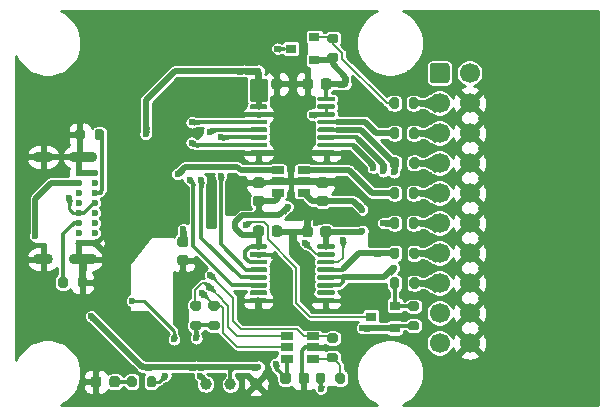
<source format=gtl>
G04 #@! TF.GenerationSoftware,KiCad,Pcbnew,(5.1.10-1-10_14)*
G04 #@! TF.CreationDate,2022-01-16T16:12:51+09:00*
G04 #@! TF.ProjectId,ft2232_jtag_tap,66743232-3332-45f6-9a74-61675f746170,rev?*
G04 #@! TF.SameCoordinates,Original*
G04 #@! TF.FileFunction,Copper,L1,Top*
G04 #@! TF.FilePolarity,Positive*
%FSLAX46Y46*%
G04 Gerber Fmt 4.6, Leading zero omitted, Abs format (unit mm)*
G04 Created by KiCad (PCBNEW (5.1.10-1-10_14)) date 2022-01-16 16:12:51*
%MOMM*%
%LPD*%
G01*
G04 APERTURE LIST*
G04 #@! TA.AperFunction,ComponentPad*
%ADD10O,1.700000X0.900000*%
G04 #@! TD*
G04 #@! TA.AperFunction,ComponentPad*
%ADD11O,2.400000X0.900000*%
G04 #@! TD*
G04 #@! TA.AperFunction,ComponentPad*
%ADD12C,0.600000*%
G04 #@! TD*
G04 #@! TA.AperFunction,SMDPad,CuDef*
%ADD13R,1.060000X0.650000*%
G04 #@! TD*
G04 #@! TA.AperFunction,SMDPad,CuDef*
%ADD14C,1.000000*%
G04 #@! TD*
G04 #@! TA.AperFunction,SMDPad,CuDef*
%ADD15R,0.900000X0.800000*%
G04 #@! TD*
G04 #@! TA.AperFunction,ComponentPad*
%ADD16C,1.700000*%
G04 #@! TD*
G04 #@! TA.AperFunction,ViaPad*
%ADD17C,0.600000*%
G04 #@! TD*
G04 #@! TA.AperFunction,Conductor*
%ADD18C,0.300000*%
G04 #@! TD*
G04 #@! TA.AperFunction,Conductor*
%ADD19C,0.500000*%
G04 #@! TD*
G04 #@! TA.AperFunction,Conductor*
%ADD20C,0.400000*%
G04 #@! TD*
G04 #@! TA.AperFunction,Conductor*
%ADD21C,0.250000*%
G04 #@! TD*
G04 #@! TA.AperFunction,Conductor*
%ADD22C,0.200000*%
G04 #@! TD*
G04 #@! TA.AperFunction,Conductor*
%ADD23C,0.254000*%
G04 #@! TD*
G04 #@! TA.AperFunction,Conductor*
%ADD24C,0.100000*%
G04 #@! TD*
G04 #@! TA.AperFunction,Conductor*
%ADD25C,0.025400*%
G04 #@! TD*
G04 APERTURE END LIST*
G04 #@! TA.AperFunction,SMDPad,CuDef*
G36*
G01*
X75865000Y-107875000D02*
X75865000Y-107675000D01*
G75*
G02*
X75965000Y-107575000I100000J0D01*
G01*
X77240000Y-107575000D01*
G75*
G02*
X77340000Y-107675000I0J-100000D01*
G01*
X77340000Y-107875000D01*
G75*
G02*
X77240000Y-107975000I-100000J0D01*
G01*
X75965000Y-107975000D01*
G75*
G02*
X75865000Y-107875000I0J100000D01*
G01*
G37*
G04 #@! TD.AperFunction*
G04 #@! TA.AperFunction,SMDPad,CuDef*
G36*
G01*
X75865000Y-108525000D02*
X75865000Y-108325000D01*
G75*
G02*
X75965000Y-108225000I100000J0D01*
G01*
X77240000Y-108225000D01*
G75*
G02*
X77340000Y-108325000I0J-100000D01*
G01*
X77340000Y-108525000D01*
G75*
G02*
X77240000Y-108625000I-100000J0D01*
G01*
X75965000Y-108625000D01*
G75*
G02*
X75865000Y-108525000I0J100000D01*
G01*
G37*
G04 #@! TD.AperFunction*
G04 #@! TA.AperFunction,SMDPad,CuDef*
G36*
G01*
X75865000Y-109175000D02*
X75865000Y-108975000D01*
G75*
G02*
X75965000Y-108875000I100000J0D01*
G01*
X77240000Y-108875000D01*
G75*
G02*
X77340000Y-108975000I0J-100000D01*
G01*
X77340000Y-109175000D01*
G75*
G02*
X77240000Y-109275000I-100000J0D01*
G01*
X75965000Y-109275000D01*
G75*
G02*
X75865000Y-109175000I0J100000D01*
G01*
G37*
G04 #@! TD.AperFunction*
G04 #@! TA.AperFunction,SMDPad,CuDef*
G36*
G01*
X75865000Y-109825000D02*
X75865000Y-109625000D01*
G75*
G02*
X75965000Y-109525000I100000J0D01*
G01*
X77240000Y-109525000D01*
G75*
G02*
X77340000Y-109625000I0J-100000D01*
G01*
X77340000Y-109825000D01*
G75*
G02*
X77240000Y-109925000I-100000J0D01*
G01*
X75965000Y-109925000D01*
G75*
G02*
X75865000Y-109825000I0J100000D01*
G01*
G37*
G04 #@! TD.AperFunction*
G04 #@! TA.AperFunction,SMDPad,CuDef*
G36*
G01*
X75865000Y-110475000D02*
X75865000Y-110275000D01*
G75*
G02*
X75965000Y-110175000I100000J0D01*
G01*
X77240000Y-110175000D01*
G75*
G02*
X77340000Y-110275000I0J-100000D01*
G01*
X77340000Y-110475000D01*
G75*
G02*
X77240000Y-110575000I-100000J0D01*
G01*
X75965000Y-110575000D01*
G75*
G02*
X75865000Y-110475000I0J100000D01*
G01*
G37*
G04 #@! TD.AperFunction*
G04 #@! TA.AperFunction,SMDPad,CuDef*
G36*
G01*
X75865000Y-111125000D02*
X75865000Y-110925000D01*
G75*
G02*
X75965000Y-110825000I100000J0D01*
G01*
X77240000Y-110825000D01*
G75*
G02*
X77340000Y-110925000I0J-100000D01*
G01*
X77340000Y-111125000D01*
G75*
G02*
X77240000Y-111225000I-100000J0D01*
G01*
X75965000Y-111225000D01*
G75*
G02*
X75865000Y-111125000I0J100000D01*
G01*
G37*
G04 #@! TD.AperFunction*
G04 #@! TA.AperFunction,SMDPad,CuDef*
G36*
G01*
X75865000Y-111775000D02*
X75865000Y-111575000D01*
G75*
G02*
X75965000Y-111475000I100000J0D01*
G01*
X77240000Y-111475000D01*
G75*
G02*
X77340000Y-111575000I0J-100000D01*
G01*
X77340000Y-111775000D01*
G75*
G02*
X77240000Y-111875000I-100000J0D01*
G01*
X75965000Y-111875000D01*
G75*
G02*
X75865000Y-111775000I0J100000D01*
G01*
G37*
G04 #@! TD.AperFunction*
G04 #@! TA.AperFunction,SMDPad,CuDef*
G36*
G01*
X75865000Y-112425000D02*
X75865000Y-112225000D01*
G75*
G02*
X75965000Y-112125000I100000J0D01*
G01*
X77240000Y-112125000D01*
G75*
G02*
X77340000Y-112225000I0J-100000D01*
G01*
X77340000Y-112425000D01*
G75*
G02*
X77240000Y-112525000I-100000J0D01*
G01*
X75965000Y-112525000D01*
G75*
G02*
X75865000Y-112425000I0J100000D01*
G01*
G37*
G04 #@! TD.AperFunction*
G04 #@! TA.AperFunction,SMDPad,CuDef*
G36*
G01*
X70140000Y-112425000D02*
X70140000Y-112225000D01*
G75*
G02*
X70240000Y-112125000I100000J0D01*
G01*
X71515000Y-112125000D01*
G75*
G02*
X71615000Y-112225000I0J-100000D01*
G01*
X71615000Y-112425000D01*
G75*
G02*
X71515000Y-112525000I-100000J0D01*
G01*
X70240000Y-112525000D01*
G75*
G02*
X70140000Y-112425000I0J100000D01*
G01*
G37*
G04 #@! TD.AperFunction*
G04 #@! TA.AperFunction,SMDPad,CuDef*
G36*
G01*
X70140000Y-111775000D02*
X70140000Y-111575000D01*
G75*
G02*
X70240000Y-111475000I100000J0D01*
G01*
X71515000Y-111475000D01*
G75*
G02*
X71615000Y-111575000I0J-100000D01*
G01*
X71615000Y-111775000D01*
G75*
G02*
X71515000Y-111875000I-100000J0D01*
G01*
X70240000Y-111875000D01*
G75*
G02*
X70140000Y-111775000I0J100000D01*
G01*
G37*
G04 #@! TD.AperFunction*
G04 #@! TA.AperFunction,SMDPad,CuDef*
G36*
G01*
X70140000Y-111125000D02*
X70140000Y-110925000D01*
G75*
G02*
X70240000Y-110825000I100000J0D01*
G01*
X71515000Y-110825000D01*
G75*
G02*
X71615000Y-110925000I0J-100000D01*
G01*
X71615000Y-111125000D01*
G75*
G02*
X71515000Y-111225000I-100000J0D01*
G01*
X70240000Y-111225000D01*
G75*
G02*
X70140000Y-111125000I0J100000D01*
G01*
G37*
G04 #@! TD.AperFunction*
G04 #@! TA.AperFunction,SMDPad,CuDef*
G36*
G01*
X70140000Y-110475000D02*
X70140000Y-110275000D01*
G75*
G02*
X70240000Y-110175000I100000J0D01*
G01*
X71515000Y-110175000D01*
G75*
G02*
X71615000Y-110275000I0J-100000D01*
G01*
X71615000Y-110475000D01*
G75*
G02*
X71515000Y-110575000I-100000J0D01*
G01*
X70240000Y-110575000D01*
G75*
G02*
X70140000Y-110475000I0J100000D01*
G01*
G37*
G04 #@! TD.AperFunction*
G04 #@! TA.AperFunction,SMDPad,CuDef*
G36*
G01*
X70140000Y-109825000D02*
X70140000Y-109625000D01*
G75*
G02*
X70240000Y-109525000I100000J0D01*
G01*
X71515000Y-109525000D01*
G75*
G02*
X71615000Y-109625000I0J-100000D01*
G01*
X71615000Y-109825000D01*
G75*
G02*
X71515000Y-109925000I-100000J0D01*
G01*
X70240000Y-109925000D01*
G75*
G02*
X70140000Y-109825000I0J100000D01*
G01*
G37*
G04 #@! TD.AperFunction*
G04 #@! TA.AperFunction,SMDPad,CuDef*
G36*
G01*
X70140000Y-109175000D02*
X70140000Y-108975000D01*
G75*
G02*
X70240000Y-108875000I100000J0D01*
G01*
X71515000Y-108875000D01*
G75*
G02*
X71615000Y-108975000I0J-100000D01*
G01*
X71615000Y-109175000D01*
G75*
G02*
X71515000Y-109275000I-100000J0D01*
G01*
X70240000Y-109275000D01*
G75*
G02*
X70140000Y-109175000I0J100000D01*
G01*
G37*
G04 #@! TD.AperFunction*
G04 #@! TA.AperFunction,SMDPad,CuDef*
G36*
G01*
X70140000Y-108525000D02*
X70140000Y-108325000D01*
G75*
G02*
X70240000Y-108225000I100000J0D01*
G01*
X71515000Y-108225000D01*
G75*
G02*
X71615000Y-108325000I0J-100000D01*
G01*
X71615000Y-108525000D01*
G75*
G02*
X71515000Y-108625000I-100000J0D01*
G01*
X70240000Y-108625000D01*
G75*
G02*
X70140000Y-108525000I0J100000D01*
G01*
G37*
G04 #@! TD.AperFunction*
G04 #@! TA.AperFunction,SMDPad,CuDef*
G36*
G01*
X70140000Y-107875000D02*
X70140000Y-107675000D01*
G75*
G02*
X70240000Y-107575000I100000J0D01*
G01*
X71515000Y-107575000D01*
G75*
G02*
X71615000Y-107675000I0J-100000D01*
G01*
X71615000Y-107875000D01*
G75*
G02*
X71515000Y-107975000I-100000J0D01*
G01*
X70240000Y-107975000D01*
G75*
G02*
X70140000Y-107875000I0J100000D01*
G01*
G37*
G04 #@! TD.AperFunction*
G04 #@! TA.AperFunction,SMDPad,CuDef*
G36*
G01*
X64726250Y-120290000D02*
X64213750Y-120290000D01*
G75*
G02*
X63995000Y-120071250I0J218750D01*
G01*
X63995000Y-119633750D01*
G75*
G02*
X64213750Y-119415000I218750J0D01*
G01*
X64726250Y-119415000D01*
G75*
G02*
X64945000Y-119633750I0J-218750D01*
G01*
X64945000Y-120071250D01*
G75*
G02*
X64726250Y-120290000I-218750J0D01*
G01*
G37*
G04 #@! TD.AperFunction*
G04 #@! TA.AperFunction,SMDPad,CuDef*
G36*
G01*
X64726250Y-121865000D02*
X64213750Y-121865000D01*
G75*
G02*
X63995000Y-121646250I0J218750D01*
G01*
X63995000Y-121208750D01*
G75*
G02*
X64213750Y-120990000I218750J0D01*
G01*
X64726250Y-120990000D01*
G75*
G02*
X64945000Y-121208750I0J-218750D01*
G01*
X64945000Y-121646250D01*
G75*
G02*
X64726250Y-121865000I-218750J0D01*
G01*
G37*
G04 #@! TD.AperFunction*
D10*
X52640000Y-121325000D03*
X52640000Y-112675000D03*
D11*
X56020000Y-121325000D03*
X56020000Y-112675000D03*
D12*
X55650000Y-117425000D03*
X55650000Y-119975000D03*
X55650000Y-119125000D03*
X55650000Y-118275000D03*
X55650000Y-114025000D03*
X55650000Y-115725000D03*
X55650000Y-116575000D03*
X55650000Y-114875000D03*
X57000000Y-119975000D03*
X57000000Y-119125000D03*
X57000000Y-118275000D03*
X57000000Y-117425000D03*
X57000000Y-116575000D03*
X57000000Y-115725000D03*
X57000000Y-114875000D03*
X57000000Y-114025000D03*
D13*
X72484000Y-114752000D03*
X72484000Y-115702000D03*
X72484000Y-113802000D03*
X74684000Y-113802000D03*
X74684000Y-114752000D03*
X74684000Y-115702000D03*
G04 #@! TA.AperFunction,SMDPad,CuDef*
G36*
G01*
X75845000Y-120385000D02*
X75845000Y-120185000D01*
G75*
G02*
X75945000Y-120085000I100000J0D01*
G01*
X77220000Y-120085000D01*
G75*
G02*
X77320000Y-120185000I0J-100000D01*
G01*
X77320000Y-120385000D01*
G75*
G02*
X77220000Y-120485000I-100000J0D01*
G01*
X75945000Y-120485000D01*
G75*
G02*
X75845000Y-120385000I0J100000D01*
G01*
G37*
G04 #@! TD.AperFunction*
G04 #@! TA.AperFunction,SMDPad,CuDef*
G36*
G01*
X75845000Y-121035000D02*
X75845000Y-120835000D01*
G75*
G02*
X75945000Y-120735000I100000J0D01*
G01*
X77220000Y-120735000D01*
G75*
G02*
X77320000Y-120835000I0J-100000D01*
G01*
X77320000Y-121035000D01*
G75*
G02*
X77220000Y-121135000I-100000J0D01*
G01*
X75945000Y-121135000D01*
G75*
G02*
X75845000Y-121035000I0J100000D01*
G01*
G37*
G04 #@! TD.AperFunction*
G04 #@! TA.AperFunction,SMDPad,CuDef*
G36*
G01*
X75845000Y-121685000D02*
X75845000Y-121485000D01*
G75*
G02*
X75945000Y-121385000I100000J0D01*
G01*
X77220000Y-121385000D01*
G75*
G02*
X77320000Y-121485000I0J-100000D01*
G01*
X77320000Y-121685000D01*
G75*
G02*
X77220000Y-121785000I-100000J0D01*
G01*
X75945000Y-121785000D01*
G75*
G02*
X75845000Y-121685000I0J100000D01*
G01*
G37*
G04 #@! TD.AperFunction*
G04 #@! TA.AperFunction,SMDPad,CuDef*
G36*
G01*
X75845000Y-122335000D02*
X75845000Y-122135000D01*
G75*
G02*
X75945000Y-122035000I100000J0D01*
G01*
X77220000Y-122035000D01*
G75*
G02*
X77320000Y-122135000I0J-100000D01*
G01*
X77320000Y-122335000D01*
G75*
G02*
X77220000Y-122435000I-100000J0D01*
G01*
X75945000Y-122435000D01*
G75*
G02*
X75845000Y-122335000I0J100000D01*
G01*
G37*
G04 #@! TD.AperFunction*
G04 #@! TA.AperFunction,SMDPad,CuDef*
G36*
G01*
X75845000Y-122985000D02*
X75845000Y-122785000D01*
G75*
G02*
X75945000Y-122685000I100000J0D01*
G01*
X77220000Y-122685000D01*
G75*
G02*
X77320000Y-122785000I0J-100000D01*
G01*
X77320000Y-122985000D01*
G75*
G02*
X77220000Y-123085000I-100000J0D01*
G01*
X75945000Y-123085000D01*
G75*
G02*
X75845000Y-122985000I0J100000D01*
G01*
G37*
G04 #@! TD.AperFunction*
G04 #@! TA.AperFunction,SMDPad,CuDef*
G36*
G01*
X75845000Y-123635000D02*
X75845000Y-123435000D01*
G75*
G02*
X75945000Y-123335000I100000J0D01*
G01*
X77220000Y-123335000D01*
G75*
G02*
X77320000Y-123435000I0J-100000D01*
G01*
X77320000Y-123635000D01*
G75*
G02*
X77220000Y-123735000I-100000J0D01*
G01*
X75945000Y-123735000D01*
G75*
G02*
X75845000Y-123635000I0J100000D01*
G01*
G37*
G04 #@! TD.AperFunction*
G04 #@! TA.AperFunction,SMDPad,CuDef*
G36*
G01*
X75845000Y-124285000D02*
X75845000Y-124085000D01*
G75*
G02*
X75945000Y-123985000I100000J0D01*
G01*
X77220000Y-123985000D01*
G75*
G02*
X77320000Y-124085000I0J-100000D01*
G01*
X77320000Y-124285000D01*
G75*
G02*
X77220000Y-124385000I-100000J0D01*
G01*
X75945000Y-124385000D01*
G75*
G02*
X75845000Y-124285000I0J100000D01*
G01*
G37*
G04 #@! TD.AperFunction*
G04 #@! TA.AperFunction,SMDPad,CuDef*
G36*
G01*
X75845000Y-124935000D02*
X75845000Y-124735000D01*
G75*
G02*
X75945000Y-124635000I100000J0D01*
G01*
X77220000Y-124635000D01*
G75*
G02*
X77320000Y-124735000I0J-100000D01*
G01*
X77320000Y-124935000D01*
G75*
G02*
X77220000Y-125035000I-100000J0D01*
G01*
X75945000Y-125035000D01*
G75*
G02*
X75845000Y-124935000I0J100000D01*
G01*
G37*
G04 #@! TD.AperFunction*
G04 #@! TA.AperFunction,SMDPad,CuDef*
G36*
G01*
X70120000Y-124935000D02*
X70120000Y-124735000D01*
G75*
G02*
X70220000Y-124635000I100000J0D01*
G01*
X71495000Y-124635000D01*
G75*
G02*
X71595000Y-124735000I0J-100000D01*
G01*
X71595000Y-124935000D01*
G75*
G02*
X71495000Y-125035000I-100000J0D01*
G01*
X70220000Y-125035000D01*
G75*
G02*
X70120000Y-124935000I0J100000D01*
G01*
G37*
G04 #@! TD.AperFunction*
G04 #@! TA.AperFunction,SMDPad,CuDef*
G36*
G01*
X70120000Y-124285000D02*
X70120000Y-124085000D01*
G75*
G02*
X70220000Y-123985000I100000J0D01*
G01*
X71495000Y-123985000D01*
G75*
G02*
X71595000Y-124085000I0J-100000D01*
G01*
X71595000Y-124285000D01*
G75*
G02*
X71495000Y-124385000I-100000J0D01*
G01*
X70220000Y-124385000D01*
G75*
G02*
X70120000Y-124285000I0J100000D01*
G01*
G37*
G04 #@! TD.AperFunction*
G04 #@! TA.AperFunction,SMDPad,CuDef*
G36*
G01*
X70120000Y-123635000D02*
X70120000Y-123435000D01*
G75*
G02*
X70220000Y-123335000I100000J0D01*
G01*
X71495000Y-123335000D01*
G75*
G02*
X71595000Y-123435000I0J-100000D01*
G01*
X71595000Y-123635000D01*
G75*
G02*
X71495000Y-123735000I-100000J0D01*
G01*
X70220000Y-123735000D01*
G75*
G02*
X70120000Y-123635000I0J100000D01*
G01*
G37*
G04 #@! TD.AperFunction*
G04 #@! TA.AperFunction,SMDPad,CuDef*
G36*
G01*
X70120000Y-122985000D02*
X70120000Y-122785000D01*
G75*
G02*
X70220000Y-122685000I100000J0D01*
G01*
X71495000Y-122685000D01*
G75*
G02*
X71595000Y-122785000I0J-100000D01*
G01*
X71595000Y-122985000D01*
G75*
G02*
X71495000Y-123085000I-100000J0D01*
G01*
X70220000Y-123085000D01*
G75*
G02*
X70120000Y-122985000I0J100000D01*
G01*
G37*
G04 #@! TD.AperFunction*
G04 #@! TA.AperFunction,SMDPad,CuDef*
G36*
G01*
X70120000Y-122335000D02*
X70120000Y-122135000D01*
G75*
G02*
X70220000Y-122035000I100000J0D01*
G01*
X71495000Y-122035000D01*
G75*
G02*
X71595000Y-122135000I0J-100000D01*
G01*
X71595000Y-122335000D01*
G75*
G02*
X71495000Y-122435000I-100000J0D01*
G01*
X70220000Y-122435000D01*
G75*
G02*
X70120000Y-122335000I0J100000D01*
G01*
G37*
G04 #@! TD.AperFunction*
G04 #@! TA.AperFunction,SMDPad,CuDef*
G36*
G01*
X70120000Y-121685000D02*
X70120000Y-121485000D01*
G75*
G02*
X70220000Y-121385000I100000J0D01*
G01*
X71495000Y-121385000D01*
G75*
G02*
X71595000Y-121485000I0J-100000D01*
G01*
X71595000Y-121685000D01*
G75*
G02*
X71495000Y-121785000I-100000J0D01*
G01*
X70220000Y-121785000D01*
G75*
G02*
X70120000Y-121685000I0J100000D01*
G01*
G37*
G04 #@! TD.AperFunction*
G04 #@! TA.AperFunction,SMDPad,CuDef*
G36*
G01*
X70120000Y-121035000D02*
X70120000Y-120835000D01*
G75*
G02*
X70220000Y-120735000I100000J0D01*
G01*
X71495000Y-120735000D01*
G75*
G02*
X71595000Y-120835000I0J-100000D01*
G01*
X71595000Y-121035000D01*
G75*
G02*
X71495000Y-121135000I-100000J0D01*
G01*
X70220000Y-121135000D01*
G75*
G02*
X70120000Y-121035000I0J100000D01*
G01*
G37*
G04 #@! TD.AperFunction*
G04 #@! TA.AperFunction,SMDPad,CuDef*
G36*
G01*
X70120000Y-120385000D02*
X70120000Y-120185000D01*
G75*
G02*
X70220000Y-120085000I100000J0D01*
G01*
X71495000Y-120085000D01*
G75*
G02*
X71595000Y-120185000I0J-100000D01*
G01*
X71595000Y-120385000D01*
G75*
G02*
X71495000Y-120485000I-100000J0D01*
G01*
X70220000Y-120485000D01*
G75*
G02*
X70120000Y-120385000I0J100000D01*
G01*
G37*
G04 #@! TD.AperFunction*
D14*
X68500000Y-131930000D03*
X66400000Y-131910000D03*
X70670000Y-131910000D03*
G04 #@! TA.AperFunction,SMDPad,CuDef*
G36*
G01*
X83635000Y-110935000D02*
X83635000Y-110385000D01*
G75*
G02*
X83835000Y-110185000I200000J0D01*
G01*
X84235000Y-110185000D01*
G75*
G02*
X84435000Y-110385000I0J-200000D01*
G01*
X84435000Y-110935000D01*
G75*
G02*
X84235000Y-111135000I-200000J0D01*
G01*
X83835000Y-111135000D01*
G75*
G02*
X83635000Y-110935000I0J200000D01*
G01*
G37*
G04 #@! TD.AperFunction*
G04 #@! TA.AperFunction,SMDPad,CuDef*
G36*
G01*
X81985000Y-110935000D02*
X81985000Y-110385000D01*
G75*
G02*
X82185000Y-110185000I200000J0D01*
G01*
X82585000Y-110185000D01*
G75*
G02*
X82785000Y-110385000I0J-200000D01*
G01*
X82785000Y-110935000D01*
G75*
G02*
X82585000Y-111135000I-200000J0D01*
G01*
X82185000Y-111135000D01*
G75*
G02*
X81985000Y-110935000I0J200000D01*
G01*
G37*
G04 #@! TD.AperFunction*
G04 #@! TA.AperFunction,SMDPad,CuDef*
G36*
G01*
X83655000Y-121105000D02*
X83655000Y-120555000D01*
G75*
G02*
X83855000Y-120355000I200000J0D01*
G01*
X84255000Y-120355000D01*
G75*
G02*
X84455000Y-120555000I0J-200000D01*
G01*
X84455000Y-121105000D01*
G75*
G02*
X84255000Y-121305000I-200000J0D01*
G01*
X83855000Y-121305000D01*
G75*
G02*
X83655000Y-121105000I0J200000D01*
G01*
G37*
G04 #@! TD.AperFunction*
G04 #@! TA.AperFunction,SMDPad,CuDef*
G36*
G01*
X82005000Y-121105000D02*
X82005000Y-120555000D01*
G75*
G02*
X82205000Y-120355000I200000J0D01*
G01*
X82605000Y-120355000D01*
G75*
G02*
X82805000Y-120555000I0J-200000D01*
G01*
X82805000Y-121105000D01*
G75*
G02*
X82605000Y-121305000I-200000J0D01*
G01*
X82205000Y-121305000D01*
G75*
G02*
X82005000Y-121105000I0J200000D01*
G01*
G37*
G04 #@! TD.AperFunction*
G04 #@! TA.AperFunction,SMDPad,CuDef*
G36*
G01*
X83645000Y-113465000D02*
X83645000Y-112915000D01*
G75*
G02*
X83845000Y-112715000I200000J0D01*
G01*
X84245000Y-112715000D01*
G75*
G02*
X84445000Y-112915000I0J-200000D01*
G01*
X84445000Y-113465000D01*
G75*
G02*
X84245000Y-113665000I-200000J0D01*
G01*
X83845000Y-113665000D01*
G75*
G02*
X83645000Y-113465000I0J200000D01*
G01*
G37*
G04 #@! TD.AperFunction*
G04 #@! TA.AperFunction,SMDPad,CuDef*
G36*
G01*
X81995000Y-113465000D02*
X81995000Y-112915000D01*
G75*
G02*
X82195000Y-112715000I200000J0D01*
G01*
X82595000Y-112715000D01*
G75*
G02*
X82795000Y-112915000I0J-200000D01*
G01*
X82795000Y-113465000D01*
G75*
G02*
X82595000Y-113665000I-200000J0D01*
G01*
X82195000Y-113665000D01*
G75*
G02*
X81995000Y-113465000I0J200000D01*
G01*
G37*
G04 #@! TD.AperFunction*
G04 #@! TA.AperFunction,SMDPad,CuDef*
G36*
G01*
X83625000Y-116015000D02*
X83625000Y-115465000D01*
G75*
G02*
X83825000Y-115265000I200000J0D01*
G01*
X84225000Y-115265000D01*
G75*
G02*
X84425000Y-115465000I0J-200000D01*
G01*
X84425000Y-116015000D01*
G75*
G02*
X84225000Y-116215000I-200000J0D01*
G01*
X83825000Y-116215000D01*
G75*
G02*
X83625000Y-116015000I0J200000D01*
G01*
G37*
G04 #@! TD.AperFunction*
G04 #@! TA.AperFunction,SMDPad,CuDef*
G36*
G01*
X81975000Y-116015000D02*
X81975000Y-115465000D01*
G75*
G02*
X82175000Y-115265000I200000J0D01*
G01*
X82575000Y-115265000D01*
G75*
G02*
X82775000Y-115465000I0J-200000D01*
G01*
X82775000Y-116015000D01*
G75*
G02*
X82575000Y-116215000I-200000J0D01*
G01*
X82175000Y-116215000D01*
G75*
G02*
X81975000Y-116015000I0J200000D01*
G01*
G37*
G04 #@! TD.AperFunction*
G04 #@! TA.AperFunction,SMDPad,CuDef*
G36*
G01*
X83625000Y-118555000D02*
X83625000Y-118005000D01*
G75*
G02*
X83825000Y-117805000I200000J0D01*
G01*
X84225000Y-117805000D01*
G75*
G02*
X84425000Y-118005000I0J-200000D01*
G01*
X84425000Y-118555000D01*
G75*
G02*
X84225000Y-118755000I-200000J0D01*
G01*
X83825000Y-118755000D01*
G75*
G02*
X83625000Y-118555000I0J200000D01*
G01*
G37*
G04 #@! TD.AperFunction*
G04 #@! TA.AperFunction,SMDPad,CuDef*
G36*
G01*
X81975000Y-118555000D02*
X81975000Y-118005000D01*
G75*
G02*
X82175000Y-117805000I200000J0D01*
G01*
X82575000Y-117805000D01*
G75*
G02*
X82775000Y-118005000I0J-200000D01*
G01*
X82775000Y-118555000D01*
G75*
G02*
X82575000Y-118755000I-200000J0D01*
G01*
X82175000Y-118755000D01*
G75*
G02*
X81975000Y-118555000I0J200000D01*
G01*
G37*
G04 #@! TD.AperFunction*
G04 #@! TA.AperFunction,SMDPad,CuDef*
G36*
G01*
X83655000Y-123635000D02*
X83655000Y-123085000D01*
G75*
G02*
X83855000Y-122885000I200000J0D01*
G01*
X84255000Y-122885000D01*
G75*
G02*
X84455000Y-123085000I0J-200000D01*
G01*
X84455000Y-123635000D01*
G75*
G02*
X84255000Y-123835000I-200000J0D01*
G01*
X83855000Y-123835000D01*
G75*
G02*
X83655000Y-123635000I0J200000D01*
G01*
G37*
G04 #@! TD.AperFunction*
G04 #@! TA.AperFunction,SMDPad,CuDef*
G36*
G01*
X82005000Y-123635000D02*
X82005000Y-123085000D01*
G75*
G02*
X82205000Y-122885000I200000J0D01*
G01*
X82605000Y-122885000D01*
G75*
G02*
X82805000Y-123085000I0J-200000D01*
G01*
X82805000Y-123635000D01*
G75*
G02*
X82605000Y-123835000I-200000J0D01*
G01*
X82205000Y-123835000D01*
G75*
G02*
X82005000Y-123635000I0J200000D01*
G01*
G37*
G04 #@! TD.AperFunction*
G04 #@! TA.AperFunction,SMDPad,CuDef*
G36*
G01*
X83605000Y-108395000D02*
X83605000Y-107845000D01*
G75*
G02*
X83805000Y-107645000I200000J0D01*
G01*
X84205000Y-107645000D01*
G75*
G02*
X84405000Y-107845000I0J-200000D01*
G01*
X84405000Y-108395000D01*
G75*
G02*
X84205000Y-108595000I-200000J0D01*
G01*
X83805000Y-108595000D01*
G75*
G02*
X83605000Y-108395000I0J200000D01*
G01*
G37*
G04 #@! TD.AperFunction*
G04 #@! TA.AperFunction,SMDPad,CuDef*
G36*
G01*
X81955000Y-108395000D02*
X81955000Y-107845000D01*
G75*
G02*
X82155000Y-107645000I200000J0D01*
G01*
X82555000Y-107645000D01*
G75*
G02*
X82755000Y-107845000I0J-200000D01*
G01*
X82755000Y-108395000D01*
G75*
G02*
X82555000Y-108595000I-200000J0D01*
G01*
X82155000Y-108595000D01*
G75*
G02*
X81955000Y-108395000I0J200000D01*
G01*
G37*
G04 #@! TD.AperFunction*
G04 #@! TA.AperFunction,SMDPad,CuDef*
G36*
G01*
X83725000Y-126565000D02*
X84275000Y-126565000D01*
G75*
G02*
X84475000Y-126765000I0J-200000D01*
G01*
X84475000Y-127165000D01*
G75*
G02*
X84275000Y-127365000I-200000J0D01*
G01*
X83725000Y-127365000D01*
G75*
G02*
X83525000Y-127165000I0J200000D01*
G01*
X83525000Y-126765000D01*
G75*
G02*
X83725000Y-126565000I200000J0D01*
G01*
G37*
G04 #@! TD.AperFunction*
G04 #@! TA.AperFunction,SMDPad,CuDef*
G36*
G01*
X83725000Y-124915000D02*
X84275000Y-124915000D01*
G75*
G02*
X84475000Y-125115000I0J-200000D01*
G01*
X84475000Y-125515000D01*
G75*
G02*
X84275000Y-125715000I-200000J0D01*
G01*
X83725000Y-125715000D01*
G75*
G02*
X83525000Y-125515000I0J200000D01*
G01*
X83525000Y-125115000D01*
G75*
G02*
X83725000Y-124915000I200000J0D01*
G01*
G37*
G04 #@! TD.AperFunction*
G04 #@! TA.AperFunction,SMDPad,CuDef*
G36*
G01*
X76895000Y-103885000D02*
X77445000Y-103885000D01*
G75*
G02*
X77645000Y-104085000I0J-200000D01*
G01*
X77645000Y-104485000D01*
G75*
G02*
X77445000Y-104685000I-200000J0D01*
G01*
X76895000Y-104685000D01*
G75*
G02*
X76695000Y-104485000I0J200000D01*
G01*
X76695000Y-104085000D01*
G75*
G02*
X76895000Y-103885000I200000J0D01*
G01*
G37*
G04 #@! TD.AperFunction*
G04 #@! TA.AperFunction,SMDPad,CuDef*
G36*
G01*
X76895000Y-102235000D02*
X77445000Y-102235000D01*
G75*
G02*
X77645000Y-102435000I0J-200000D01*
G01*
X77645000Y-102835000D01*
G75*
G02*
X77445000Y-103035000I-200000J0D01*
G01*
X76895000Y-103035000D01*
G75*
G02*
X76695000Y-102835000I0J200000D01*
G01*
X76695000Y-102435000D01*
G75*
G02*
X76895000Y-102235000I200000J0D01*
G01*
G37*
G04 #@! TD.AperFunction*
D15*
X80410000Y-126210000D03*
X82410000Y-125260000D03*
X82410000Y-127160000D03*
X73610000Y-103500000D03*
X75610000Y-102550000D03*
X75610000Y-104450000D03*
D13*
X73250000Y-128810000D03*
X73250000Y-129760000D03*
X73250000Y-127860000D03*
X75450000Y-127860000D03*
X75450000Y-128810000D03*
X75450000Y-129760000D03*
G04 #@! TA.AperFunction,SMDPad,CuDef*
G36*
G01*
X65295000Y-126535000D02*
X65845000Y-126535000D01*
G75*
G02*
X66045000Y-126735000I0J-200000D01*
G01*
X66045000Y-127135000D01*
G75*
G02*
X65845000Y-127335000I-200000J0D01*
G01*
X65295000Y-127335000D01*
G75*
G02*
X65095000Y-127135000I0J200000D01*
G01*
X65095000Y-126735000D01*
G75*
G02*
X65295000Y-126535000I200000J0D01*
G01*
G37*
G04 #@! TD.AperFunction*
G04 #@! TA.AperFunction,SMDPad,CuDef*
G36*
G01*
X65295000Y-124885000D02*
X65845000Y-124885000D01*
G75*
G02*
X66045000Y-125085000I0J-200000D01*
G01*
X66045000Y-125485000D01*
G75*
G02*
X65845000Y-125685000I-200000J0D01*
G01*
X65295000Y-125685000D01*
G75*
G02*
X65095000Y-125485000I0J200000D01*
G01*
X65095000Y-125085000D01*
G75*
G02*
X65295000Y-124885000I200000J0D01*
G01*
G37*
G04 #@! TD.AperFunction*
G04 #@! TA.AperFunction,SMDPad,CuDef*
G36*
G01*
X76855000Y-129265000D02*
X77405000Y-129265000D01*
G75*
G02*
X77605000Y-129465000I0J-200000D01*
G01*
X77605000Y-129865000D01*
G75*
G02*
X77405000Y-130065000I-200000J0D01*
G01*
X76855000Y-130065000D01*
G75*
G02*
X76655000Y-129865000I0J200000D01*
G01*
X76655000Y-129465000D01*
G75*
G02*
X76855000Y-129265000I200000J0D01*
G01*
G37*
G04 #@! TD.AperFunction*
G04 #@! TA.AperFunction,SMDPad,CuDef*
G36*
G01*
X76855000Y-127615000D02*
X77405000Y-127615000D01*
G75*
G02*
X77605000Y-127815000I0J-200000D01*
G01*
X77605000Y-128215000D01*
G75*
G02*
X77405000Y-128415000I-200000J0D01*
G01*
X76855000Y-128415000D01*
G75*
G02*
X76655000Y-128215000I0J200000D01*
G01*
X76655000Y-127815000D01*
G75*
G02*
X76855000Y-127615000I200000J0D01*
G01*
G37*
G04 #@! TD.AperFunction*
G04 #@! TA.AperFunction,SMDPad,CuDef*
G36*
G01*
X76535000Y-131135000D02*
X76535000Y-131685000D01*
G75*
G02*
X76335000Y-131885000I-200000J0D01*
G01*
X75935000Y-131885000D01*
G75*
G02*
X75735000Y-131685000I0J200000D01*
G01*
X75735000Y-131135000D01*
G75*
G02*
X75935000Y-130935000I200000J0D01*
G01*
X76335000Y-130935000D01*
G75*
G02*
X76535000Y-131135000I0J-200000D01*
G01*
G37*
G04 #@! TD.AperFunction*
G04 #@! TA.AperFunction,SMDPad,CuDef*
G36*
G01*
X78185000Y-131135000D02*
X78185000Y-131685000D01*
G75*
G02*
X77985000Y-131885000I-200000J0D01*
G01*
X77585000Y-131885000D01*
G75*
G02*
X77385000Y-131685000I0J200000D01*
G01*
X77385000Y-131135000D01*
G75*
G02*
X77585000Y-130935000I200000J0D01*
G01*
X77985000Y-130935000D01*
G75*
G02*
X78185000Y-131135000I0J-200000D01*
G01*
G37*
G04 #@! TD.AperFunction*
G04 #@! TA.AperFunction,SMDPad,CuDef*
G36*
G01*
X66825000Y-126535000D02*
X67375000Y-126535000D01*
G75*
G02*
X67575000Y-126735000I0J-200000D01*
G01*
X67575000Y-127135000D01*
G75*
G02*
X67375000Y-127335000I-200000J0D01*
G01*
X66825000Y-127335000D01*
G75*
G02*
X66625000Y-127135000I0J200000D01*
G01*
X66625000Y-126735000D01*
G75*
G02*
X66825000Y-126535000I200000J0D01*
G01*
G37*
G04 #@! TD.AperFunction*
G04 #@! TA.AperFunction,SMDPad,CuDef*
G36*
G01*
X66825000Y-124885000D02*
X67375000Y-124885000D01*
G75*
G02*
X67575000Y-125085000I0J-200000D01*
G01*
X67575000Y-125485000D01*
G75*
G02*
X67375000Y-125685000I-200000J0D01*
G01*
X66825000Y-125685000D01*
G75*
G02*
X66625000Y-125485000I0J200000D01*
G01*
X66625000Y-125085000D01*
G75*
G02*
X66825000Y-124885000I200000J0D01*
G01*
G37*
G04 #@! TD.AperFunction*
G04 #@! TA.AperFunction,SMDPad,CuDef*
G36*
G01*
X54715000Y-123025000D02*
X54715000Y-123575000D01*
G75*
G02*
X54515000Y-123775000I-200000J0D01*
G01*
X54115000Y-123775000D01*
G75*
G02*
X53915000Y-123575000I0J200000D01*
G01*
X53915000Y-123025000D01*
G75*
G02*
X54115000Y-122825000I200000J0D01*
G01*
X54515000Y-122825000D01*
G75*
G02*
X54715000Y-123025000I0J-200000D01*
G01*
G37*
G04 #@! TD.AperFunction*
G04 #@! TA.AperFunction,SMDPad,CuDef*
G36*
G01*
X56365000Y-123025000D02*
X56365000Y-123575000D01*
G75*
G02*
X56165000Y-123775000I-200000J0D01*
G01*
X55765000Y-123775000D01*
G75*
G02*
X55565000Y-123575000I0J200000D01*
G01*
X55565000Y-123025000D01*
G75*
G02*
X55765000Y-122825000I200000J0D01*
G01*
X56165000Y-122825000D01*
G75*
G02*
X56365000Y-123025000I0J-200000D01*
G01*
G37*
G04 #@! TD.AperFunction*
G04 #@! TA.AperFunction,SMDPad,CuDef*
G36*
G01*
X56995000Y-111065000D02*
X56995000Y-110515000D01*
G75*
G02*
X57195000Y-110315000I200000J0D01*
G01*
X57595000Y-110315000D01*
G75*
G02*
X57795000Y-110515000I0J-200000D01*
G01*
X57795000Y-111065000D01*
G75*
G02*
X57595000Y-111265000I-200000J0D01*
G01*
X57195000Y-111265000D01*
G75*
G02*
X56995000Y-111065000I0J200000D01*
G01*
G37*
G04 #@! TD.AperFunction*
G04 #@! TA.AperFunction,SMDPad,CuDef*
G36*
G01*
X55345000Y-111065000D02*
X55345000Y-110515000D01*
G75*
G02*
X55545000Y-110315000I200000J0D01*
G01*
X55945000Y-110315000D01*
G75*
G02*
X56145000Y-110515000I0J-200000D01*
G01*
X56145000Y-111065000D01*
G75*
G02*
X55945000Y-111265000I-200000J0D01*
G01*
X55545000Y-111265000D01*
G75*
G02*
X55345000Y-111065000I0J200000D01*
G01*
G37*
G04 #@! TD.AperFunction*
G04 #@! TA.AperFunction,SMDPad,CuDef*
G36*
G01*
X61395000Y-131995000D02*
X61395000Y-131445000D01*
G75*
G02*
X61595000Y-131245000I200000J0D01*
G01*
X61995000Y-131245000D01*
G75*
G02*
X62195000Y-131445000I0J-200000D01*
G01*
X62195000Y-131995000D01*
G75*
G02*
X61995000Y-132195000I-200000J0D01*
G01*
X61595000Y-132195000D01*
G75*
G02*
X61395000Y-131995000I0J200000D01*
G01*
G37*
G04 #@! TD.AperFunction*
G04 #@! TA.AperFunction,SMDPad,CuDef*
G36*
G01*
X59745000Y-131995000D02*
X59745000Y-131445000D01*
G75*
G02*
X59945000Y-131245000I200000J0D01*
G01*
X60345000Y-131245000D01*
G75*
G02*
X60545000Y-131445000I0J-200000D01*
G01*
X60545000Y-131995000D01*
G75*
G02*
X60345000Y-132195000I-200000J0D01*
G01*
X59945000Y-132195000D01*
G75*
G02*
X59745000Y-131995000I0J200000D01*
G01*
G37*
G04 #@! TD.AperFunction*
D16*
X88740000Y-128440000D03*
X88740000Y-125900000D03*
X88740000Y-123360000D03*
X88740000Y-120820000D03*
X88740000Y-118280000D03*
X88740000Y-115740000D03*
X88740000Y-113200000D03*
X88740000Y-110660000D03*
X88740000Y-108120000D03*
X88740000Y-105580000D03*
X86200000Y-128440000D03*
X86200000Y-125900000D03*
X86200000Y-123360000D03*
X86200000Y-120820000D03*
X86200000Y-118280000D03*
X86200000Y-115740000D03*
X86200000Y-113200000D03*
X86200000Y-110660000D03*
X86200000Y-108120000D03*
G04 #@! TA.AperFunction,ComponentPad*
G36*
G01*
X85350000Y-106180000D02*
X85350000Y-104980000D01*
G75*
G02*
X85600000Y-104730000I250000J0D01*
G01*
X86800000Y-104730000D01*
G75*
G02*
X87050000Y-104980000I0J-250000D01*
G01*
X87050000Y-106180000D01*
G75*
G02*
X86800000Y-106430000I-250000J0D01*
G01*
X85600000Y-106430000D01*
G75*
G02*
X85350000Y-106180000I0J250000D01*
G01*
G37*
G04 #@! TD.AperFunction*
G04 #@! TA.AperFunction,SMDPad,CuDef*
G36*
G01*
X58250000Y-131976250D02*
X58250000Y-131463750D01*
G75*
G02*
X58468750Y-131245000I218750J0D01*
G01*
X58906250Y-131245000D01*
G75*
G02*
X59125000Y-131463750I0J-218750D01*
G01*
X59125000Y-131976250D01*
G75*
G02*
X58906250Y-132195000I-218750J0D01*
G01*
X58468750Y-132195000D01*
G75*
G02*
X58250000Y-131976250I0J218750D01*
G01*
G37*
G04 #@! TD.AperFunction*
G04 #@! TA.AperFunction,SMDPad,CuDef*
G36*
G01*
X56675000Y-131976250D02*
X56675000Y-131463750D01*
G75*
G02*
X56893750Y-131245000I218750J0D01*
G01*
X57331250Y-131245000D01*
G75*
G02*
X57550000Y-131463750I0J-218750D01*
G01*
X57550000Y-131976250D01*
G75*
G02*
X57331250Y-132195000I-218750J0D01*
G01*
X56893750Y-132195000D01*
G75*
G02*
X56675000Y-131976250I0J218750D01*
G01*
G37*
G04 #@! TD.AperFunction*
G04 #@! TA.AperFunction,SMDPad,CuDef*
G36*
G01*
X76040000Y-115955000D02*
X76540000Y-115955000D01*
G75*
G02*
X76765000Y-116180000I0J-225000D01*
G01*
X76765000Y-116630000D01*
G75*
G02*
X76540000Y-116855000I-225000J0D01*
G01*
X76040000Y-116855000D01*
G75*
G02*
X75815000Y-116630000I0J225000D01*
G01*
X75815000Y-116180000D01*
G75*
G02*
X76040000Y-115955000I225000J0D01*
G01*
G37*
G04 #@! TD.AperFunction*
G04 #@! TA.AperFunction,SMDPad,CuDef*
G36*
G01*
X76040000Y-114405000D02*
X76540000Y-114405000D01*
G75*
G02*
X76765000Y-114630000I0J-225000D01*
G01*
X76765000Y-115080000D01*
G75*
G02*
X76540000Y-115305000I-225000J0D01*
G01*
X76040000Y-115305000D01*
G75*
G02*
X75815000Y-115080000I0J225000D01*
G01*
X75815000Y-114630000D01*
G75*
G02*
X76040000Y-114405000I225000J0D01*
G01*
G37*
G04 #@! TD.AperFunction*
G04 #@! TA.AperFunction,SMDPad,CuDef*
G36*
G01*
X71130000Y-115315000D02*
X70630000Y-115315000D01*
G75*
G02*
X70405000Y-115090000I0J225000D01*
G01*
X70405000Y-114640000D01*
G75*
G02*
X70630000Y-114415000I225000J0D01*
G01*
X71130000Y-114415000D01*
G75*
G02*
X71355000Y-114640000I0J-225000D01*
G01*
X71355000Y-115090000D01*
G75*
G02*
X71130000Y-115315000I-225000J0D01*
G01*
G37*
G04 #@! TD.AperFunction*
G04 #@! TA.AperFunction,SMDPad,CuDef*
G36*
G01*
X71130000Y-116865000D02*
X70630000Y-116865000D01*
G75*
G02*
X70405000Y-116640000I0J225000D01*
G01*
X70405000Y-116190000D01*
G75*
G02*
X70630000Y-115965000I225000J0D01*
G01*
X71130000Y-115965000D01*
G75*
G02*
X71355000Y-116190000I0J-225000D01*
G01*
X71355000Y-116640000D01*
G75*
G02*
X71130000Y-116865000I-225000J0D01*
G01*
G37*
G04 #@! TD.AperFunction*
G04 #@! TA.AperFunction,SMDPad,CuDef*
G36*
G01*
X76115000Y-119250000D02*
X76115000Y-118750000D01*
G75*
G02*
X76340000Y-118525000I225000J0D01*
G01*
X76790000Y-118525000D01*
G75*
G02*
X77015000Y-118750000I0J-225000D01*
G01*
X77015000Y-119250000D01*
G75*
G02*
X76790000Y-119475000I-225000J0D01*
G01*
X76340000Y-119475000D01*
G75*
G02*
X76115000Y-119250000I0J225000D01*
G01*
G37*
G04 #@! TD.AperFunction*
G04 #@! TA.AperFunction,SMDPad,CuDef*
G36*
G01*
X74565000Y-119250000D02*
X74565000Y-118750000D01*
G75*
G02*
X74790000Y-118525000I225000J0D01*
G01*
X75240000Y-118525000D01*
G75*
G02*
X75465000Y-118750000I0J-225000D01*
G01*
X75465000Y-119250000D01*
G75*
G02*
X75240000Y-119475000I-225000J0D01*
G01*
X74790000Y-119475000D01*
G75*
G02*
X74565000Y-119250000I0J225000D01*
G01*
G37*
G04 #@! TD.AperFunction*
G04 #@! TA.AperFunction,SMDPad,CuDef*
G36*
G01*
X76145000Y-106750000D02*
X76145000Y-106250000D01*
G75*
G02*
X76370000Y-106025000I225000J0D01*
G01*
X76820000Y-106025000D01*
G75*
G02*
X77045000Y-106250000I0J-225000D01*
G01*
X77045000Y-106750000D01*
G75*
G02*
X76820000Y-106975000I-225000J0D01*
G01*
X76370000Y-106975000D01*
G75*
G02*
X76145000Y-106750000I0J225000D01*
G01*
G37*
G04 #@! TD.AperFunction*
G04 #@! TA.AperFunction,SMDPad,CuDef*
G36*
G01*
X74595000Y-106750000D02*
X74595000Y-106250000D01*
G75*
G02*
X74820000Y-106025000I225000J0D01*
G01*
X75270000Y-106025000D01*
G75*
G02*
X75495000Y-106250000I0J-225000D01*
G01*
X75495000Y-106750000D01*
G75*
G02*
X75270000Y-106975000I-225000J0D01*
G01*
X74820000Y-106975000D01*
G75*
G02*
X74595000Y-106750000I0J225000D01*
G01*
G37*
G04 #@! TD.AperFunction*
G04 #@! TA.AperFunction,SMDPad,CuDef*
G36*
G01*
X71975000Y-119210000D02*
X71975000Y-118710000D01*
G75*
G02*
X72200000Y-118485000I225000J0D01*
G01*
X72650000Y-118485000D01*
G75*
G02*
X72875000Y-118710000I0J-225000D01*
G01*
X72875000Y-119210000D01*
G75*
G02*
X72650000Y-119435000I-225000J0D01*
G01*
X72200000Y-119435000D01*
G75*
G02*
X71975000Y-119210000I0J225000D01*
G01*
G37*
G04 #@! TD.AperFunction*
G04 #@! TA.AperFunction,SMDPad,CuDef*
G36*
G01*
X70425000Y-119210000D02*
X70425000Y-118710000D01*
G75*
G02*
X70650000Y-118485000I225000J0D01*
G01*
X71100000Y-118485000D01*
G75*
G02*
X71325000Y-118710000I0J-225000D01*
G01*
X71325000Y-119210000D01*
G75*
G02*
X71100000Y-119435000I-225000J0D01*
G01*
X70650000Y-119435000D01*
G75*
G02*
X70425000Y-119210000I0J225000D01*
G01*
G37*
G04 #@! TD.AperFunction*
G04 #@! TA.AperFunction,SMDPad,CuDef*
G36*
G01*
X71965000Y-106750000D02*
X71965000Y-106250000D01*
G75*
G02*
X72190000Y-106025000I225000J0D01*
G01*
X72640000Y-106025000D01*
G75*
G02*
X72865000Y-106250000I0J-225000D01*
G01*
X72865000Y-106750000D01*
G75*
G02*
X72640000Y-106975000I-225000J0D01*
G01*
X72190000Y-106975000D01*
G75*
G02*
X71965000Y-106750000I0J225000D01*
G01*
G37*
G04 #@! TD.AperFunction*
G04 #@! TA.AperFunction,SMDPad,CuDef*
G36*
G01*
X70415000Y-106750000D02*
X70415000Y-106250000D01*
G75*
G02*
X70640000Y-106025000I225000J0D01*
G01*
X71090000Y-106025000D01*
G75*
G02*
X71315000Y-106250000I0J-225000D01*
G01*
X71315000Y-106750000D01*
G75*
G02*
X71090000Y-106975000I-225000J0D01*
G01*
X70640000Y-106975000D01*
G75*
G02*
X70415000Y-106750000I0J225000D01*
G01*
G37*
G04 #@! TD.AperFunction*
G04 #@! TA.AperFunction,SMDPad,CuDef*
G36*
G01*
X74265000Y-131670000D02*
X74265000Y-131170000D01*
G75*
G02*
X74490000Y-130945000I225000J0D01*
G01*
X74940000Y-130945000D01*
G75*
G02*
X75165000Y-131170000I0J-225000D01*
G01*
X75165000Y-131670000D01*
G75*
G02*
X74940000Y-131895000I-225000J0D01*
G01*
X74490000Y-131895000D01*
G75*
G02*
X74265000Y-131670000I0J225000D01*
G01*
G37*
G04 #@! TD.AperFunction*
G04 #@! TA.AperFunction,SMDPad,CuDef*
G36*
G01*
X72715000Y-131670000D02*
X72715000Y-131170000D01*
G75*
G02*
X72940000Y-130945000I225000J0D01*
G01*
X73390000Y-130945000D01*
G75*
G02*
X73615000Y-131170000I0J-225000D01*
G01*
X73615000Y-131670000D01*
G75*
G02*
X73390000Y-131895000I-225000J0D01*
G01*
X72940000Y-131895000D01*
G75*
G02*
X72715000Y-131670000I0J225000D01*
G01*
G37*
G04 #@! TD.AperFunction*
D17*
X68380000Y-117350000D03*
X68380000Y-115510000D03*
X66840000Y-118490000D03*
X64410000Y-122500000D03*
X64550000Y-126570000D03*
X72180000Y-121060000D03*
X71649996Y-129370004D03*
X73070000Y-123720000D03*
X74660000Y-123690000D03*
X68960000Y-114510000D03*
X61519091Y-114910909D03*
X66690000Y-128210002D03*
X73720000Y-106500000D03*
X73760000Y-110050000D03*
X73608000Y-114752016D03*
X66820000Y-114330000D03*
X81450000Y-119210000D03*
X59000000Y-101000000D03*
X63000000Y-101000000D03*
X67000000Y-101000000D03*
X71000000Y-101000000D03*
X75000000Y-101000000D03*
X79000000Y-101000000D03*
X87000000Y-101000000D03*
X91000000Y-101000000D03*
X95000000Y-101000000D03*
X99000000Y-101000000D03*
X59000000Y-105000000D03*
X91000000Y-105000000D03*
X95000000Y-105000000D03*
X99000000Y-105000000D03*
X51000000Y-109000000D03*
X55000000Y-109000000D03*
X59000000Y-109000000D03*
X66710000Y-108400000D03*
X91000000Y-109000000D03*
X95000000Y-109000000D03*
X99000000Y-109000000D03*
X51000000Y-113000000D03*
X91000000Y-113000000D03*
X95000000Y-113000000D03*
X99000000Y-113000000D03*
X51000000Y-117000000D03*
X66840000Y-116990000D03*
X91000000Y-117000000D03*
X95000000Y-117000000D03*
X99000000Y-117000000D03*
X51000000Y-121000000D03*
X91000000Y-121000000D03*
X95000000Y-121000000D03*
X99000000Y-121000000D03*
X51000000Y-125000000D03*
X91000000Y-125000000D03*
X95000000Y-125000000D03*
X99000000Y-125000000D03*
X79000000Y-129000000D03*
X91000000Y-129000000D03*
X95000000Y-129000000D03*
X99000000Y-129000000D03*
X59000000Y-133000000D03*
X63000000Y-133000000D03*
X67000000Y-133000000D03*
X71720000Y-132980000D03*
X75000000Y-133000000D03*
X79000000Y-133000000D03*
X87000000Y-133000000D03*
X91000000Y-133000000D03*
X95000000Y-133000000D03*
X99000000Y-133000000D03*
X73580000Y-112330000D03*
X77590000Y-114870000D03*
X69280000Y-116770000D03*
X66710000Y-106170000D03*
X66700001Y-104639999D03*
X63050001Y-104639999D03*
X63100000Y-107280000D03*
X64140000Y-106190000D03*
X62180000Y-108180000D03*
X64280000Y-109400000D03*
X65660000Y-110680000D03*
X61720000Y-111800000D03*
X61960000Y-129370000D03*
X64820000Y-129370000D03*
X69480000Y-129370000D03*
X80480000Y-123700000D03*
X81440000Y-120060000D03*
X80540000Y-108470000D03*
X82380000Y-111810000D03*
X55390000Y-101010000D03*
X50980000Y-105380000D03*
X50990000Y-128590000D03*
X55500000Y-133020000D03*
X84400000Y-133030000D03*
X84540000Y-101000000D03*
X83200000Y-109400000D03*
X83220000Y-114490000D03*
X83180000Y-117060000D03*
X83220000Y-119580000D03*
X83210000Y-122090000D03*
X83210000Y-124330000D03*
X81280000Y-125160000D03*
X78860000Y-125290000D03*
X78520000Y-126970000D03*
X74600000Y-121300000D03*
X75757500Y-118257500D03*
X72415000Y-111385000D03*
X74600000Y-109300000D03*
X75200000Y-108100000D03*
X72415000Y-107985000D03*
X72415000Y-109155000D03*
X75300000Y-110800000D03*
X77900000Y-108800000D03*
X83200000Y-107400000D03*
X83700000Y-105600000D03*
X80100000Y-105500000D03*
X56700000Y-126170000D03*
X61170001Y-130450000D03*
X65600000Y-130450000D03*
X70870000Y-130450010D03*
X72330000Y-130200000D03*
X76150000Y-132300000D03*
X61325010Y-110734990D03*
X69630000Y-105390000D03*
X65600000Y-128030000D03*
X70865020Y-105390000D03*
X73327325Y-116899990D03*
X65939999Y-131200001D03*
X62970001Y-131200001D03*
X64490000Y-118820000D03*
X69780000Y-118430000D03*
X66010000Y-114650000D03*
X65210000Y-111470000D03*
X67670000Y-114270000D03*
X67670000Y-111025000D03*
X64020000Y-114128625D03*
X66725110Y-110535108D03*
X65040000Y-114600000D03*
X65220000Y-109750000D03*
X72460000Y-103520000D03*
X66129998Y-124230000D03*
X66795010Y-122650000D03*
X66715688Y-123654300D03*
X60180010Y-124870000D03*
X63720000Y-128120000D03*
X79655003Y-127170007D03*
X79655003Y-118954997D03*
X78220000Y-106500000D03*
X79660000Y-117150000D03*
X81449998Y-118280000D03*
X81430000Y-113880000D03*
X54860000Y-116160000D03*
X75400000Y-109100000D03*
X82320000Y-122070000D03*
X82350001Y-113970001D03*
X80570000Y-113600000D03*
X80550000Y-120829986D03*
X51980000Y-119400000D03*
X74832012Y-120000000D03*
X78000000Y-119750000D03*
D18*
X64410000Y-121487500D02*
X64470000Y-121427500D01*
D19*
X76602500Y-112325000D02*
X75585000Y-112325000D01*
X72484000Y-114752000D02*
X73608000Y-114752000D01*
X73608000Y-114752000D02*
X74684000Y-114752000D01*
X74661000Y-112325000D02*
X75585000Y-112325000D01*
X73608000Y-113378000D02*
X74661000Y-112325000D01*
X66080000Y-129370000D02*
X64820000Y-129370000D01*
X64550000Y-129370000D02*
X63830000Y-129370000D01*
X64550000Y-126570000D02*
X64550000Y-129370000D01*
X64540000Y-126560000D02*
X64550000Y-126570000D01*
X64540000Y-122630000D02*
X64540000Y-126560000D01*
X64410000Y-122500000D02*
X64540000Y-122630000D01*
X64470000Y-122440000D02*
X64410000Y-122500000D01*
X64470000Y-121427500D02*
X64470000Y-122440000D01*
X75045000Y-106500000D02*
X73720000Y-106500000D01*
X72465000Y-119000000D02*
X72425000Y-118960000D01*
X75015000Y-119000000D02*
X72465000Y-119000000D01*
X71649992Y-129370000D02*
X71649996Y-129370004D01*
X66080000Y-129370000D02*
X69480000Y-129370000D01*
D18*
X71649996Y-129370004D02*
X71649996Y-131193186D01*
X74569999Y-131274999D02*
X74715000Y-131420000D01*
X74569999Y-129080001D02*
X74569999Y-131274999D01*
X74840000Y-128810000D02*
X74569999Y-129080001D01*
X75450000Y-128810000D02*
X74840000Y-128810000D01*
X75805000Y-124835000D02*
X76582500Y-124835000D01*
X74660000Y-123690000D02*
X75805000Y-124835000D01*
D19*
X55745000Y-112400000D02*
X56020000Y-112675000D01*
X55745000Y-110790000D02*
X55745000Y-112400000D01*
X72415000Y-105834998D02*
X71220001Y-104639999D01*
X71220001Y-104639999D02*
X66700001Y-104639999D01*
X72415000Y-106500000D02*
X72415000Y-105834998D01*
X76187000Y-114752000D02*
X76290000Y-114855000D01*
X74684000Y-114752000D02*
X76187000Y-114752000D01*
X70877500Y-112325000D02*
X72555000Y-112325000D01*
X72415000Y-108275000D02*
X72415000Y-107985000D01*
X73608000Y-113378000D02*
X72415000Y-112185000D01*
D18*
X72335000Y-109075000D02*
X72415000Y-109155000D01*
X70877500Y-109075000D02*
X72335000Y-109075000D01*
D19*
X72415000Y-109155000D02*
X72415000Y-108275000D01*
X72415000Y-112185000D02*
X72415000Y-111385000D01*
X70857500Y-125762500D02*
X71185000Y-126090000D01*
X70857500Y-124835000D02*
X70857500Y-125762500D01*
X72080000Y-126090000D02*
X73070000Y-125100000D01*
X73070000Y-125100000D02*
X73070000Y-123720000D01*
X71185000Y-126090000D02*
X72080000Y-126090000D01*
D18*
X71386814Y-131193186D02*
X71649996Y-131193186D01*
X70670000Y-131910000D02*
X71386814Y-131193186D01*
D19*
X66080000Y-129370000D02*
X66690000Y-128760000D01*
X66690000Y-128760000D02*
X66690000Y-128210002D01*
X73720000Y-106500000D02*
X72415000Y-106500000D01*
X73608000Y-114752000D02*
X73608000Y-114752016D01*
X73608000Y-113378000D02*
X73608000Y-114752016D01*
X57850000Y-120825000D02*
X57000000Y-119975000D01*
X57850000Y-125830000D02*
X57850000Y-120825000D01*
X61390000Y-129370000D02*
X57850000Y-125830000D01*
X63830000Y-129370000D02*
X61960000Y-129370000D01*
X55965000Y-121380000D02*
X56020000Y-121325000D01*
X55965000Y-123300000D02*
X55965000Y-121380000D01*
X55650000Y-119975000D02*
X57000000Y-119975000D01*
X55650000Y-114025000D02*
X57000000Y-114025000D01*
X55650000Y-113045000D02*
X56020000Y-112675000D01*
X55650000Y-114025000D02*
X55650000Y-113045000D01*
X55650000Y-120955000D02*
X56020000Y-121325000D01*
X55650000Y-119975000D02*
X55650000Y-120955000D01*
D18*
X74715000Y-132560000D02*
X74715000Y-131420000D01*
X73016810Y-132560000D02*
X74715000Y-132560000D01*
X71649996Y-131193186D02*
X73016810Y-132560000D01*
D19*
X66700001Y-104639999D02*
X63050001Y-104639999D01*
X55745000Y-109605000D02*
X55745000Y-110790000D01*
X55900000Y-109450000D02*
X55745000Y-109605000D01*
X61270001Y-104639999D02*
X63050001Y-104639999D01*
X56390000Y-109520000D02*
X61270001Y-104639999D01*
X57519254Y-109520000D02*
X56390000Y-109520000D01*
X61519091Y-113519837D02*
X57519254Y-109520000D01*
X61519091Y-114910909D02*
X61519091Y-113519837D01*
X61960000Y-129370000D02*
X61390000Y-129370000D01*
X64820000Y-129370000D02*
X63830000Y-129370000D01*
X69480000Y-129370000D02*
X71649992Y-129370000D01*
X73608000Y-114752000D02*
X78372002Y-114752000D01*
X80410001Y-117510001D02*
X80020001Y-117900001D01*
X78372002Y-114752000D02*
X80410001Y-116789999D01*
X80410001Y-116789999D02*
X80410001Y-117510001D01*
X80020001Y-117900001D02*
X76114999Y-117900001D01*
X76114999Y-117900001D02*
X75757500Y-118257500D01*
D20*
X73608000Y-114752016D02*
X73608000Y-116092000D01*
D19*
X75600000Y-117800000D02*
X75200000Y-117800000D01*
X75757500Y-117957500D02*
X75600000Y-117800000D01*
X75015000Y-117985000D02*
X75015000Y-119000000D01*
X75200000Y-117800000D02*
X75015000Y-117985000D01*
X75757500Y-118257500D02*
X75757500Y-117957500D01*
X72415000Y-111385000D02*
X72415000Y-109155000D01*
X72415000Y-107985000D02*
X72415000Y-106500000D01*
D18*
X72415000Y-109155000D02*
X72415000Y-109155000D01*
D19*
X56700000Y-126170000D02*
X60980000Y-130450000D01*
X60980000Y-130450000D02*
X61170001Y-130450000D01*
X65600000Y-130450000D02*
X61170001Y-130450000D01*
X70869990Y-130450000D02*
X70870000Y-130450010D01*
D18*
X69769990Y-121234990D02*
X70120000Y-121585000D01*
X69769990Y-120635010D02*
X69769990Y-121234990D01*
X70120000Y-121585000D02*
X70857500Y-121585000D01*
X70120000Y-120285000D02*
X69769990Y-120635010D01*
X73250000Y-131335000D02*
X73165000Y-131420000D01*
X73250000Y-129760000D02*
X73250000Y-131335000D01*
X72330000Y-130585000D02*
X72330000Y-130200000D01*
X73165000Y-131420000D02*
X72330000Y-130585000D01*
X76135000Y-132285000D02*
X76150000Y-132300000D01*
X76135000Y-131410000D02*
X76135000Y-132285000D01*
D19*
X70875000Y-120267500D02*
X70857500Y-120285000D01*
X70875000Y-118960000D02*
X70875000Y-120267500D01*
D18*
X70857500Y-120285000D02*
X70120000Y-120285000D01*
D19*
X61325010Y-107834990D02*
X61325010Y-110734990D01*
X63770000Y-105390000D02*
X61325010Y-107834990D01*
X69630000Y-105390000D02*
X63770000Y-105390000D01*
X70865000Y-107762500D02*
X70877500Y-107775000D01*
X70865000Y-106500000D02*
X70865000Y-107762500D01*
X70877500Y-107775000D02*
X70877500Y-108425000D01*
D18*
X68500000Y-130580000D02*
X68370000Y-130450000D01*
X68500000Y-131930000D02*
X68500000Y-130580000D01*
D19*
X68370000Y-130450000D02*
X70869990Y-130450000D01*
X65600000Y-130450000D02*
X68370000Y-130450000D01*
D18*
X65570000Y-126935000D02*
X67100000Y-126935000D01*
X65570000Y-128000000D02*
X65600000Y-128030000D01*
X65570000Y-126935000D02*
X65570000Y-128000000D01*
D19*
X70880000Y-117630000D02*
X72095000Y-117630000D01*
X70880000Y-116415000D02*
X70880000Y-117630000D01*
X72255000Y-116415000D02*
X72484000Y-116186000D01*
X72484000Y-116186000D02*
X72484000Y-115702000D01*
X70880000Y-116415000D02*
X72255000Y-116415000D01*
X70576867Y-119258133D02*
X70875000Y-118960000D01*
X69465333Y-119258133D02*
X70576867Y-119258133D01*
X68919999Y-118712799D02*
X69465333Y-119258133D01*
X72095000Y-117630000D02*
X69470000Y-117630000D01*
X69470000Y-117630000D02*
X68919999Y-118180001D01*
X68919999Y-118180001D02*
X68919999Y-118712799D01*
X70865000Y-105390020D02*
X70865020Y-105390000D01*
X69630000Y-105390000D02*
X70865020Y-105390000D01*
X70865000Y-106500000D02*
X70865000Y-105390020D01*
X72095000Y-117630000D02*
X72597315Y-117630000D01*
X72597315Y-117630000D02*
X73327325Y-116899990D01*
D18*
X66400000Y-131660002D02*
X65939999Y-131200001D01*
X66400000Y-131910000D02*
X66400000Y-131660002D01*
D21*
X61795000Y-131720000D02*
X62450002Y-131720000D01*
X62450002Y-131720000D02*
X62970001Y-131200001D01*
D18*
X55650000Y-118275000D02*
X55225736Y-118275000D01*
X54315000Y-119185736D02*
X54315000Y-123300000D01*
X55225736Y-118275000D02*
X54315000Y-119185736D01*
X57424264Y-115725000D02*
X57000000Y-115725000D01*
X57650001Y-115499263D02*
X57424264Y-115725000D01*
X57650001Y-111045001D02*
X57650001Y-115499263D01*
X57395000Y-110790000D02*
X57650001Y-111045001D01*
D19*
X64470000Y-118840000D02*
X64490000Y-118820000D01*
X64470000Y-119852500D02*
X64470000Y-118840000D01*
D18*
X58687500Y-131720000D02*
X60145000Y-131720000D01*
D22*
X75222878Y-126210000D02*
X79727008Y-126210000D01*
X79727008Y-126210000D02*
X80410000Y-126210000D01*
X74059999Y-125047121D02*
X75222878Y-126210000D01*
X74059999Y-122051997D02*
X74059999Y-125047121D01*
X71674990Y-119666988D02*
X74059999Y-122051997D01*
X71674990Y-118492532D02*
X71674990Y-119666988D01*
X69780000Y-118430000D02*
X70025010Y-118184990D01*
X71367448Y-118184990D02*
X71674990Y-118492532D01*
X70025010Y-118184990D02*
X71367448Y-118184990D01*
D18*
X66010000Y-119530000D02*
X66010000Y-114650000D01*
X69365000Y-122885000D02*
X66010000Y-119530000D01*
X70857500Y-122885000D02*
X69365000Y-122885000D01*
X65415000Y-111675000D02*
X65210000Y-111470000D01*
X70877500Y-111675000D02*
X65415000Y-111675000D01*
X69835000Y-122235000D02*
X67670000Y-120070000D01*
X67670000Y-120070000D02*
X67670000Y-114270000D01*
X70857500Y-122235000D02*
X69835000Y-122235000D01*
X70877500Y-111025000D02*
X67670000Y-111025000D01*
D19*
X64628626Y-113519999D02*
X64020000Y-114128625D01*
X69080001Y-113519999D02*
X64628626Y-113519999D01*
X69362002Y-113802000D02*
X69080001Y-113519999D01*
X72484000Y-113802000D02*
X69362002Y-113802000D01*
D18*
X70877500Y-110375000D02*
X66885218Y-110375000D01*
X66885218Y-110375000D02*
X66725110Y-110535108D01*
X65339999Y-120209999D02*
X65339999Y-114899999D01*
X65339999Y-114899999D02*
X65040000Y-114600000D01*
X68665000Y-123535000D02*
X65339999Y-120209999D01*
X70857500Y-123535000D02*
X68665000Y-123535000D01*
X65245000Y-109725000D02*
X65220000Y-109750000D01*
X70877500Y-109725000D02*
X65245000Y-109725000D01*
D22*
X72480000Y-103500000D02*
X72460000Y-103520000D01*
X73610000Y-103500000D02*
X72480000Y-103500000D01*
X67100000Y-125200002D02*
X66129998Y-124230000D01*
X67100000Y-125285000D02*
X67100000Y-125200002D01*
X73180000Y-128740000D02*
X73250000Y-128810000D01*
X67675000Y-125285000D02*
X67875010Y-125485010D01*
X69020000Y-128740000D02*
X73180000Y-128740000D01*
X67875010Y-125485010D02*
X67875010Y-127595010D01*
X67875010Y-127595010D02*
X69020000Y-128740000D01*
X67100000Y-125285000D02*
X67675000Y-125285000D01*
X76975000Y-127860000D02*
X77130000Y-128015000D01*
X75450000Y-127860000D02*
X76975000Y-127860000D01*
X68740000Y-124594990D02*
X68740000Y-126580000D01*
X74094999Y-127234999D02*
X74720000Y-127860000D01*
X68740000Y-126580000D02*
X69394999Y-127234999D01*
X66795010Y-122650000D02*
X68740000Y-124594990D01*
X69394999Y-127234999D02*
X74094999Y-127234999D01*
X74720000Y-127860000D02*
X75450000Y-127860000D01*
X66117695Y-123354301D02*
X66415689Y-123354301D01*
X65529997Y-123941999D02*
X66117695Y-123354301D01*
X66415689Y-123354301D02*
X66715688Y-123654300D01*
X65529997Y-125244997D02*
X65529997Y-123941999D01*
X65570000Y-125285000D02*
X65529997Y-125244997D01*
X69070000Y-127860000D02*
X73250000Y-127860000D01*
X68275021Y-127065021D02*
X69070000Y-127860000D01*
X68275021Y-125277899D02*
X68275021Y-127065021D01*
X67860000Y-124798612D02*
X67860000Y-124862878D01*
X66715688Y-123654300D02*
X67860000Y-124798612D01*
X67860000Y-124862878D02*
X68275021Y-125277899D01*
D21*
X60180010Y-124870000D02*
X61140000Y-124870000D01*
X63720000Y-127450000D02*
X63720000Y-128120000D01*
X61140000Y-124870000D02*
X63720000Y-127450000D01*
D19*
X76565000Y-120267500D02*
X76582500Y-120285000D01*
X76565000Y-119000000D02*
X76565000Y-120267500D01*
X76290000Y-116405000D02*
X75387000Y-116405000D01*
X75387000Y-116405000D02*
X74684000Y-115702000D01*
D18*
X82605000Y-126965000D02*
X82410000Y-127160000D01*
X84000000Y-126965000D02*
X82605000Y-126965000D01*
D19*
X79665010Y-127160000D02*
X79655003Y-127170007D01*
X82410000Y-127160000D02*
X79665010Y-127160000D01*
X76565000Y-119000000D02*
X79610000Y-119000000D01*
X79610000Y-119000000D02*
X79655003Y-118954997D01*
X77005000Y-104450000D02*
X77170000Y-104285000D01*
X75610000Y-104450000D02*
X77005000Y-104450000D01*
X76595000Y-106500000D02*
X78220000Y-106500000D01*
X78220000Y-105880000D02*
X78220000Y-106500000D01*
X77170000Y-104830000D02*
X78220000Y-105880000D01*
X77170000Y-104285000D02*
X77170000Y-104830000D01*
X78915000Y-116405000D02*
X79660000Y-117150000D01*
X76290000Y-116405000D02*
X78915000Y-116405000D01*
D18*
X76595000Y-107767500D02*
X76602500Y-107775000D01*
X76595000Y-106500000D02*
X76595000Y-107767500D01*
X82465000Y-125315000D02*
X82410000Y-125260000D01*
X84000000Y-125315000D02*
X82465000Y-125315000D01*
X82410000Y-123365000D02*
X82405000Y-123360000D01*
X82410000Y-125260000D02*
X82410000Y-123365000D01*
D19*
X82375000Y-118280000D02*
X81449998Y-118280000D01*
D18*
X79205000Y-111025000D02*
X76602500Y-111025000D01*
X79310000Y-111130000D02*
X79205000Y-111025000D01*
D19*
X79310000Y-111130000D02*
X81430000Y-113250000D01*
X81430000Y-113250000D02*
X81430000Y-113880000D01*
X80830000Y-110660000D02*
X79870000Y-109700000D01*
X82385000Y-110660000D02*
X80830000Y-110660000D01*
D18*
X76627500Y-109700000D02*
X76602500Y-109725000D01*
D19*
X77492834Y-109700000D02*
X77760000Y-109700000D01*
X79870000Y-109700000D02*
X77492834Y-109700000D01*
D18*
X77760000Y-109700000D02*
X76627500Y-109700000D01*
D22*
X77085000Y-102550000D02*
X77170000Y-102635000D01*
X75610000Y-102550000D02*
X77085000Y-102550000D01*
X81710000Y-108120000D02*
X82355000Y-108120000D01*
X77945010Y-103877888D02*
X77945010Y-104355010D01*
X77170000Y-103102878D02*
X77945010Y-103877888D01*
X77945010Y-104355010D02*
X81710000Y-108120000D01*
X77170000Y-102635000D02*
X77170000Y-103102878D01*
X77035000Y-129760000D02*
X77130000Y-129665000D01*
X75450000Y-129760000D02*
X77035000Y-129760000D01*
X77800000Y-131395000D02*
X77785000Y-131410000D01*
X77800000Y-130335000D02*
X77800000Y-131395000D01*
X77130000Y-129665000D02*
X77800000Y-130335000D01*
D21*
X54860000Y-117129974D02*
X54860000Y-116160000D01*
X55155026Y-117425000D02*
X54860000Y-117129974D01*
X55650000Y-117425000D02*
X55155026Y-117425000D01*
D18*
X56924264Y-116575000D02*
X57000000Y-116575000D01*
X56074264Y-117425000D02*
X56924264Y-116575000D01*
X55650000Y-117425000D02*
X56074264Y-117425000D01*
D21*
X76602500Y-109075000D02*
X76602500Y-108425000D01*
D18*
X75425000Y-109075000D02*
X75400000Y-109100000D01*
X76602500Y-109075000D02*
X75425000Y-109075000D01*
D19*
X80460000Y-115740000D02*
X82375000Y-115740000D01*
X78522000Y-113802000D02*
X80460000Y-115740000D01*
X74684000Y-113802000D02*
X78522000Y-113802000D01*
X82395000Y-113190000D02*
X82359965Y-113190000D01*
X82359965Y-113190000D02*
X79579975Y-110410010D01*
D18*
X76625000Y-110375000D02*
X76660010Y-110410010D01*
X76602500Y-110375000D02*
X76625000Y-110375000D01*
D19*
X79320010Y-110410010D02*
X79310010Y-110400010D01*
X79579975Y-110410010D02*
X79320010Y-110410010D01*
X79029990Y-110410010D02*
X77549990Y-110410010D01*
X79039990Y-110400010D02*
X79029990Y-110410010D01*
X79310010Y-110400010D02*
X79039990Y-110400010D01*
D18*
X76660010Y-110410010D02*
X77549990Y-110410010D01*
D19*
X82300746Y-122070000D02*
X82320000Y-122070000D01*
X81485746Y-122885000D02*
X82300746Y-122070000D01*
X78040000Y-122885000D02*
X81485746Y-122885000D01*
D18*
X76582500Y-122885000D02*
X78040000Y-122885000D01*
X78040000Y-123270000D02*
X78040000Y-122885000D01*
X77775000Y-123535000D02*
X78040000Y-123270000D01*
X76582500Y-123535000D02*
X77775000Y-123535000D01*
D19*
X82395000Y-113190000D02*
X82395000Y-113925002D01*
X82395000Y-113925002D02*
X82350001Y-113970001D01*
X80570000Y-113379962D02*
X78970019Y-111779981D01*
X80570000Y-113600000D02*
X80570000Y-113379962D01*
D18*
X76602500Y-111675000D02*
X78865038Y-111675000D01*
X78865038Y-111675000D02*
X78970019Y-111779981D01*
D19*
X82405000Y-120830000D02*
X79350000Y-120830000D01*
X79350000Y-120830000D02*
X78040000Y-122140000D01*
D18*
X77945000Y-122235000D02*
X78040000Y-122140000D01*
X76582500Y-122235000D02*
X77945000Y-122235000D01*
D19*
X82405000Y-120830000D02*
X80550014Y-120830000D01*
X80550014Y-120830000D02*
X80550000Y-120829986D01*
X84055000Y-123360000D02*
X86200000Y-123360000D01*
X86190000Y-120830000D02*
X86200000Y-120820000D01*
X84055000Y-120830000D02*
X86190000Y-120830000D01*
X86200000Y-118280000D02*
X84025000Y-118280000D01*
X84025000Y-115740000D02*
X86200000Y-115740000D01*
X86190000Y-113190000D02*
X86200000Y-113200000D01*
X84045000Y-113190000D02*
X86190000Y-113190000D01*
X84035000Y-110660000D02*
X86200000Y-110660000D01*
X84005000Y-108120000D02*
X86200000Y-108120000D01*
X55650000Y-114875000D02*
X53305000Y-114875000D01*
X53305000Y-114875000D02*
X51980000Y-116200000D01*
X51980000Y-116200000D02*
X51980000Y-119400000D01*
D22*
X75767012Y-120935000D02*
X74832012Y-120000000D01*
X76582500Y-120935000D02*
X75767012Y-120935000D01*
X77615000Y-121585000D02*
X76582500Y-121585000D01*
X78000000Y-121200000D02*
X77615000Y-121585000D01*
X78000000Y-119750000D02*
X78000000Y-121200000D01*
D23*
X80637229Y-100450435D02*
X80166019Y-100765288D01*
X79765288Y-101166019D01*
X79450435Y-101637229D01*
X79233561Y-102160810D01*
X79123000Y-102716640D01*
X79123000Y-103283360D01*
X79233561Y-103839190D01*
X79450435Y-104362771D01*
X79765288Y-104833981D01*
X80166019Y-105234712D01*
X80637229Y-105549565D01*
X81160810Y-105766439D01*
X81716640Y-105877000D01*
X82283360Y-105877000D01*
X82839190Y-105766439D01*
X83362771Y-105549565D01*
X83833981Y-105234712D01*
X84088693Y-104980000D01*
X85021418Y-104980000D01*
X85021418Y-106180000D01*
X85032535Y-106292876D01*
X85065460Y-106401414D01*
X85118927Y-106501443D01*
X85190881Y-106589119D01*
X85278557Y-106661073D01*
X85378586Y-106714540D01*
X85487124Y-106747465D01*
X85600000Y-106758582D01*
X86800000Y-106758582D01*
X86912876Y-106747465D01*
X87021414Y-106714540D01*
X87121443Y-106661073D01*
X87209119Y-106589119D01*
X87281073Y-106501443D01*
X87334540Y-106401414D01*
X87367465Y-106292876D01*
X87378582Y-106180000D01*
X87378582Y-105464076D01*
X87563000Y-105464076D01*
X87563000Y-105695924D01*
X87608231Y-105923318D01*
X87696956Y-106137519D01*
X87825764Y-106330294D01*
X87989706Y-106494236D01*
X88182481Y-106623044D01*
X88337375Y-106687203D01*
X88106253Y-106769081D01*
X87968843Y-106842528D01*
X87891208Y-107091603D01*
X88740000Y-107940395D01*
X89588792Y-107091603D01*
X89511157Y-106842528D01*
X89247117Y-106716629D01*
X89138280Y-106689003D01*
X89297519Y-106623044D01*
X89490294Y-106494236D01*
X89654236Y-106330294D01*
X89783044Y-106137519D01*
X89871769Y-105923318D01*
X89917000Y-105695924D01*
X89917000Y-105464076D01*
X89871769Y-105236682D01*
X89783044Y-105022481D01*
X89654236Y-104829706D01*
X89490294Y-104665764D01*
X89297519Y-104536956D01*
X89083318Y-104448231D01*
X88855924Y-104403000D01*
X88624076Y-104403000D01*
X88396682Y-104448231D01*
X88182481Y-104536956D01*
X87989706Y-104665764D01*
X87825764Y-104829706D01*
X87696956Y-105022481D01*
X87608231Y-105236682D01*
X87563000Y-105464076D01*
X87378582Y-105464076D01*
X87378582Y-104980000D01*
X87367465Y-104867124D01*
X87334540Y-104758586D01*
X87281073Y-104658557D01*
X87209119Y-104570881D01*
X87121443Y-104498927D01*
X87021414Y-104445460D01*
X86912876Y-104412535D01*
X86800000Y-104401418D01*
X85600000Y-104401418D01*
X85487124Y-104412535D01*
X85378586Y-104445460D01*
X85278557Y-104498927D01*
X85190881Y-104570881D01*
X85118927Y-104658557D01*
X85065460Y-104758586D01*
X85032535Y-104867124D01*
X85021418Y-104980000D01*
X84088693Y-104980000D01*
X84234712Y-104833981D01*
X84549565Y-104362771D01*
X84766439Y-103839190D01*
X84877000Y-103283360D01*
X84877000Y-102716640D01*
X84766439Y-102160810D01*
X84549565Y-101637229D01*
X84234712Y-101166019D01*
X83833981Y-100765288D01*
X83362771Y-100450435D01*
X83125128Y-100352000D01*
X99648001Y-100352000D01*
X99648000Y-133648000D01*
X83125128Y-133648000D01*
X83362771Y-133549565D01*
X83833981Y-133234712D01*
X84234712Y-132833981D01*
X84549565Y-132362771D01*
X84766439Y-131839190D01*
X84877000Y-131283360D01*
X84877000Y-130716640D01*
X84766439Y-130160810D01*
X84549565Y-129637229D01*
X84234712Y-129166019D01*
X83833981Y-128765288D01*
X83362771Y-128450435D01*
X83057713Y-128324076D01*
X85023000Y-128324076D01*
X85023000Y-128555924D01*
X85068231Y-128783318D01*
X85156956Y-128997519D01*
X85285764Y-129190294D01*
X85449706Y-129354236D01*
X85642481Y-129483044D01*
X85856682Y-129571769D01*
X86084076Y-129617000D01*
X86315924Y-129617000D01*
X86543318Y-129571769D01*
X86757519Y-129483044D01*
X86779439Y-129468397D01*
X87891208Y-129468397D01*
X87968843Y-129717472D01*
X88232883Y-129843371D01*
X88516411Y-129915339D01*
X88808531Y-129930611D01*
X89098019Y-129888599D01*
X89373747Y-129790919D01*
X89511157Y-129717472D01*
X89588792Y-129468397D01*
X88740000Y-128619605D01*
X87891208Y-129468397D01*
X86779439Y-129468397D01*
X86950294Y-129354236D01*
X87114236Y-129190294D01*
X87243044Y-128997519D01*
X87307203Y-128842625D01*
X87389081Y-129073747D01*
X87462528Y-129211157D01*
X87711603Y-129288792D01*
X88560395Y-128440000D01*
X88919605Y-128440000D01*
X89768397Y-129288792D01*
X90017472Y-129211157D01*
X90143371Y-128947117D01*
X90215339Y-128663589D01*
X90230611Y-128371469D01*
X90188599Y-128081981D01*
X90090919Y-127806253D01*
X90017472Y-127668843D01*
X89768397Y-127591208D01*
X88919605Y-128440000D01*
X88560395Y-128440000D01*
X87711603Y-127591208D01*
X87462528Y-127668843D01*
X87336629Y-127932883D01*
X87309003Y-128041720D01*
X87243044Y-127882481D01*
X87114236Y-127689706D01*
X86950294Y-127525764D01*
X86757519Y-127396956D01*
X86543318Y-127308231D01*
X86315924Y-127263000D01*
X86084076Y-127263000D01*
X85856682Y-127308231D01*
X85642481Y-127396956D01*
X85449706Y-127525764D01*
X85285764Y-127689706D01*
X85156956Y-127882481D01*
X85068231Y-128096682D01*
X85023000Y-128324076D01*
X83057713Y-128324076D01*
X82839190Y-128233561D01*
X82283360Y-128123000D01*
X81716640Y-128123000D01*
X81160810Y-128233561D01*
X80637229Y-128450435D01*
X80166019Y-128765288D01*
X79765288Y-129166019D01*
X79450435Y-129637229D01*
X79233561Y-130160810D01*
X79123000Y-130716640D01*
X79123000Y-131283360D01*
X79233561Y-131839190D01*
X79450435Y-132362771D01*
X79765288Y-132833981D01*
X80166019Y-133234712D01*
X80637229Y-133549565D01*
X80874872Y-133648000D01*
X54125128Y-133648000D01*
X54362771Y-133549565D01*
X54833981Y-133234712D01*
X55234712Y-132833981D01*
X55549565Y-132362771D01*
X55619057Y-132195000D01*
X56036928Y-132195000D01*
X56049188Y-132319482D01*
X56085498Y-132439180D01*
X56144463Y-132549494D01*
X56223815Y-132646185D01*
X56320506Y-132725537D01*
X56430820Y-132784502D01*
X56550518Y-132820812D01*
X56675000Y-132833072D01*
X56826750Y-132830000D01*
X56985500Y-132671250D01*
X56985500Y-131847000D01*
X56198750Y-131847000D01*
X56040000Y-132005750D01*
X56036928Y-132195000D01*
X55619057Y-132195000D01*
X55766439Y-131839190D01*
X55877000Y-131283360D01*
X55877000Y-131245000D01*
X56036928Y-131245000D01*
X56040000Y-131434250D01*
X56198750Y-131593000D01*
X56985500Y-131593000D01*
X56985500Y-130768750D01*
X57239500Y-130768750D01*
X57239500Y-131593000D01*
X57259500Y-131593000D01*
X57259500Y-131847000D01*
X57239500Y-131847000D01*
X57239500Y-132671250D01*
X57398250Y-132830000D01*
X57550000Y-132833072D01*
X57674482Y-132820812D01*
X57794180Y-132784502D01*
X57904494Y-132725537D01*
X58001185Y-132646185D01*
X58080537Y-132549494D01*
X58139502Y-132439180D01*
X58146423Y-132416366D01*
X58164669Y-132431340D01*
X58259295Y-132481919D01*
X58361971Y-132513065D01*
X58468750Y-132523582D01*
X58906250Y-132523582D01*
X59013029Y-132513065D01*
X59115705Y-132481919D01*
X59210331Y-132431340D01*
X59293272Y-132363272D01*
X59361340Y-132280331D01*
X59405882Y-132197000D01*
X59456569Y-132197000D01*
X59456654Y-132197280D01*
X59505500Y-132288664D01*
X59571236Y-132368764D01*
X59651336Y-132434500D01*
X59742720Y-132483346D01*
X59841879Y-132513425D01*
X59945000Y-132523582D01*
X60345000Y-132523582D01*
X60448121Y-132513425D01*
X60547280Y-132483346D01*
X60638664Y-132434500D01*
X60718764Y-132368764D01*
X60784500Y-132288664D01*
X60833346Y-132197280D01*
X60863425Y-132098121D01*
X60873582Y-131995000D01*
X60873582Y-131445000D01*
X60863425Y-131341879D01*
X60833346Y-131242720D01*
X60784500Y-131151336D01*
X60718764Y-131071236D01*
X60638664Y-131005500D01*
X60547280Y-130956654D01*
X60448121Y-130926575D01*
X60345000Y-130916418D01*
X59945000Y-130916418D01*
X59841879Y-130926575D01*
X59742720Y-130956654D01*
X59651336Y-131005500D01*
X59571236Y-131071236D01*
X59505500Y-131151336D01*
X59456654Y-131242720D01*
X59456569Y-131243000D01*
X59405882Y-131243000D01*
X59361340Y-131159669D01*
X59293272Y-131076728D01*
X59210331Y-131008660D01*
X59115705Y-130958081D01*
X59013029Y-130926935D01*
X58906250Y-130916418D01*
X58468750Y-130916418D01*
X58361971Y-130926935D01*
X58259295Y-130958081D01*
X58164669Y-131008660D01*
X58146423Y-131023634D01*
X58139502Y-131000820D01*
X58080537Y-130890506D01*
X58001185Y-130793815D01*
X57904494Y-130714463D01*
X57794180Y-130655498D01*
X57674482Y-130619188D01*
X57550000Y-130606928D01*
X57398250Y-130610000D01*
X57239500Y-130768750D01*
X56985500Y-130768750D01*
X56826750Y-130610000D01*
X56675000Y-130606928D01*
X56550518Y-130619188D01*
X56430820Y-130655498D01*
X56320506Y-130714463D01*
X56223815Y-130793815D01*
X56144463Y-130890506D01*
X56085498Y-131000820D01*
X56049188Y-131120518D01*
X56036928Y-131245000D01*
X55877000Y-131245000D01*
X55877000Y-130716640D01*
X55766439Y-130160810D01*
X55549565Y-129637229D01*
X55234712Y-129166019D01*
X54833981Y-128765288D01*
X54362771Y-128450435D01*
X53839190Y-128233561D01*
X53283360Y-128123000D01*
X52716640Y-128123000D01*
X52160810Y-128233561D01*
X51637229Y-128450435D01*
X51166019Y-128765288D01*
X50765288Y-129166019D01*
X50450435Y-129637229D01*
X50352000Y-129874872D01*
X50352000Y-126108246D01*
X56073000Y-126108246D01*
X56073000Y-126231754D01*
X56097095Y-126352889D01*
X56144360Y-126466996D01*
X56212977Y-126569689D01*
X56300311Y-126657023D01*
X56403004Y-126725640D01*
X56465544Y-126751545D01*
X60551965Y-130837967D01*
X60570026Y-130859974D01*
X60592033Y-130878035D01*
X60592035Y-130878037D01*
X60602957Y-130887000D01*
X60657885Y-130932079D01*
X60758124Y-130985657D01*
X60866888Y-131018650D01*
X60916120Y-131023499D01*
X60987112Y-131052905D01*
X61108247Y-131077000D01*
X61216506Y-131077000D01*
X61155500Y-131151336D01*
X61106654Y-131242720D01*
X61076575Y-131341879D01*
X61066418Y-131445000D01*
X61066418Y-131995000D01*
X61076575Y-132098121D01*
X61106654Y-132197280D01*
X61155500Y-132288664D01*
X61221236Y-132368764D01*
X61301336Y-132434500D01*
X61392720Y-132483346D01*
X61491879Y-132513425D01*
X61595000Y-132523582D01*
X61995000Y-132523582D01*
X62098121Y-132513425D01*
X62197280Y-132483346D01*
X62288664Y-132434500D01*
X62368764Y-132368764D01*
X62434500Y-132288664D01*
X62483346Y-132197280D01*
X62491594Y-132170091D01*
X62538609Y-132165460D01*
X62623812Y-132139614D01*
X62702335Y-132097643D01*
X62771161Y-132041159D01*
X62785325Y-132023900D01*
X62869434Y-131939791D01*
X62907175Y-131903943D01*
X62932974Y-131882357D01*
X62950755Y-131869697D01*
X62963449Y-131862263D01*
X62975994Y-131856357D01*
X62994153Y-131849445D01*
X63022311Y-131840352D01*
X63061654Y-131828591D01*
X63063062Y-131828167D01*
X63110358Y-131813796D01*
X63117713Y-131811466D01*
X63129652Y-131807528D01*
X63152890Y-131802906D01*
X63266997Y-131755641D01*
X63369690Y-131687024D01*
X63457024Y-131599690D01*
X63525641Y-131496997D01*
X63572906Y-131382890D01*
X63597001Y-131261755D01*
X63597001Y-131138247D01*
X63574873Y-131027000D01*
X65335127Y-131027000D01*
X65312999Y-131138247D01*
X65312999Y-131261755D01*
X65337094Y-131382890D01*
X65384359Y-131496997D01*
X65452976Y-131599690D01*
X65540310Y-131687024D01*
X65594014Y-131722908D01*
X65573000Y-131828548D01*
X65573000Y-131991452D01*
X65604782Y-132151227D01*
X65667123Y-132301731D01*
X65757628Y-132437181D01*
X65872819Y-132552372D01*
X66008269Y-132642877D01*
X66158773Y-132705218D01*
X66318548Y-132737000D01*
X66481452Y-132737000D01*
X66641227Y-132705218D01*
X66791731Y-132642877D01*
X66927181Y-132552372D01*
X67042372Y-132437181D01*
X67132877Y-132301731D01*
X67195218Y-132151227D01*
X67227000Y-131991452D01*
X67227000Y-131828548D01*
X67195218Y-131668773D01*
X67132877Y-131518269D01*
X67042372Y-131382819D01*
X66927181Y-131267628D01*
X66791731Y-131177123D01*
X66641227Y-131114782D01*
X66569045Y-131100424D01*
X66564318Y-131087502D01*
X66550024Y-131045983D01*
X66546745Y-131036422D01*
X66544871Y-131027000D01*
X68023001Y-131027000D01*
X68023001Y-131254098D01*
X67972819Y-131287628D01*
X67857628Y-131402819D01*
X67767123Y-131538269D01*
X67704782Y-131688773D01*
X67673000Y-131848548D01*
X67673000Y-132011452D01*
X67704782Y-132171227D01*
X67767123Y-132321731D01*
X67857628Y-132457181D01*
X67972819Y-132572372D01*
X68108269Y-132662877D01*
X68258773Y-132725218D01*
X68418548Y-132757000D01*
X68581452Y-132757000D01*
X68741227Y-132725218D01*
X68830678Y-132688166D01*
X70071439Y-132688166D01*
X70106550Y-132901588D01*
X70310826Y-132992458D01*
X70528905Y-133041731D01*
X70752406Y-133047511D01*
X70972740Y-133009577D01*
X71181440Y-132929387D01*
X71233450Y-132901588D01*
X71268561Y-132688166D01*
X70670000Y-132089605D01*
X70071439Y-132688166D01*
X68830678Y-132688166D01*
X68891731Y-132662877D01*
X69027181Y-132572372D01*
X69142372Y-132457181D01*
X69232877Y-132321731D01*
X69295218Y-132171227D01*
X69327000Y-132011452D01*
X69327000Y-131992406D01*
X69532489Y-131992406D01*
X69570423Y-132212740D01*
X69650613Y-132421440D01*
X69678412Y-132473450D01*
X69891834Y-132508561D01*
X70490395Y-131910000D01*
X70849605Y-131910000D01*
X71448166Y-132508561D01*
X71661588Y-132473450D01*
X71752458Y-132269174D01*
X71801731Y-132051095D01*
X71807511Y-131827594D01*
X71769577Y-131607260D01*
X71689387Y-131398560D01*
X71661588Y-131346550D01*
X71448166Y-131311439D01*
X70849605Y-131910000D01*
X70490395Y-131910000D01*
X69891834Y-131311439D01*
X69678412Y-131346550D01*
X69587542Y-131550826D01*
X69538269Y-131768905D01*
X69532489Y-131992406D01*
X69327000Y-131992406D01*
X69327000Y-131848548D01*
X69295218Y-131688773D01*
X69232877Y-131538269D01*
X69142372Y-131402819D01*
X69027181Y-131287628D01*
X68977000Y-131254098D01*
X68977000Y-131027000D01*
X70088686Y-131027000D01*
X70071439Y-131131834D01*
X70670000Y-131730395D01*
X71268561Y-131131834D01*
X71239799Y-130957005D01*
X71269689Y-130937033D01*
X71357023Y-130849699D01*
X71425640Y-130747006D01*
X71472905Y-130632899D01*
X71497000Y-130511764D01*
X71497000Y-130388256D01*
X71472905Y-130267121D01*
X71425640Y-130153014D01*
X71357023Y-130050321D01*
X71269689Y-129962987D01*
X71166996Y-129894370D01*
X71052889Y-129847105D01*
X70931754Y-129823010D01*
X70808246Y-129823010D01*
X70687111Y-129847105D01*
X70624595Y-129873000D01*
X65845429Y-129873000D01*
X65782889Y-129847095D01*
X65661754Y-129823000D01*
X65538246Y-129823000D01*
X65417111Y-129847095D01*
X65354571Y-129873000D01*
X61415430Y-129873000D01*
X61352890Y-129847095D01*
X61231755Y-129823000D01*
X61177277Y-129823000D01*
X61160529Y-129809314D01*
X61136036Y-129787678D01*
X61107888Y-129761288D01*
X61075859Y-129729857D01*
X57281545Y-125935544D01*
X57255640Y-125873004D01*
X57187023Y-125770311D01*
X57099689Y-125682977D01*
X56996996Y-125614360D01*
X56882889Y-125567095D01*
X56761754Y-125543000D01*
X56638246Y-125543000D01*
X56517111Y-125567095D01*
X56403004Y-125614360D01*
X56300311Y-125682977D01*
X56212977Y-125770311D01*
X56144360Y-125873004D01*
X56097095Y-125987111D01*
X56073000Y-126108246D01*
X50352000Y-126108246D01*
X50352000Y-124808246D01*
X59553010Y-124808246D01*
X59553010Y-124931754D01*
X59577105Y-125052889D01*
X59624370Y-125166996D01*
X59692987Y-125269689D01*
X59780321Y-125357023D01*
X59883000Y-125425631D01*
X59883000Y-125670000D01*
X59885440Y-125694776D01*
X59892667Y-125718601D01*
X59904403Y-125740557D01*
X59920197Y-125759803D01*
X59939443Y-125775597D01*
X59961399Y-125787333D01*
X59985224Y-125794560D01*
X60010000Y-125797000D01*
X61427777Y-125797000D01*
X63260574Y-127629798D01*
X63260063Y-127632838D01*
X63256343Y-127647071D01*
X63251648Y-127660122D01*
X63243692Y-127677854D01*
X63230205Y-127704207D01*
X63210708Y-127740333D01*
X63210016Y-127741622D01*
X63186734Y-127785227D01*
X63183175Y-127792087D01*
X63177520Y-127803308D01*
X63164360Y-127823004D01*
X63117095Y-127937111D01*
X63093000Y-128058246D01*
X63093000Y-128181754D01*
X63117095Y-128302889D01*
X63164360Y-128416996D01*
X63232977Y-128519689D01*
X63320311Y-128607023D01*
X63423004Y-128675640D01*
X63537111Y-128722905D01*
X63658246Y-128747000D01*
X63781754Y-128747000D01*
X63902889Y-128722905D01*
X64016996Y-128675640D01*
X64119689Y-128607023D01*
X64207023Y-128519689D01*
X64275640Y-128416996D01*
X64322905Y-128302889D01*
X64347000Y-128181754D01*
X64347000Y-128058246D01*
X64322905Y-127937111D01*
X64275640Y-127823004D01*
X64262479Y-127803306D01*
X64256822Y-127792082D01*
X64253265Y-127785227D01*
X64229983Y-127741622D01*
X64229291Y-127740333D01*
X64209794Y-127704207D01*
X64196307Y-127677854D01*
X64188351Y-127660122D01*
X64183656Y-127647071D01*
X64179936Y-127632838D01*
X64176316Y-127611319D01*
X64173338Y-127577826D01*
X64172000Y-127525792D01*
X64172000Y-127472205D01*
X64174187Y-127450000D01*
X64165460Y-127361392D01*
X64139614Y-127276190D01*
X64131919Y-127261794D01*
X64097643Y-127197667D01*
X64041159Y-127128841D01*
X64023906Y-127114682D01*
X63737000Y-126827776D01*
X63737000Y-123489224D01*
X63737333Y-123488601D01*
X63744560Y-123464776D01*
X63747000Y-123440000D01*
X63747000Y-122452460D01*
X63750820Y-122454502D01*
X63870518Y-122490812D01*
X63995000Y-122503072D01*
X64184250Y-122500000D01*
X64343000Y-122341250D01*
X64343000Y-121554500D01*
X64597000Y-121554500D01*
X64597000Y-122341250D01*
X64755750Y-122500000D01*
X64945000Y-122503072D01*
X65069482Y-122490812D01*
X65189180Y-122454502D01*
X65299494Y-122395537D01*
X65396185Y-122316185D01*
X65475537Y-122219494D01*
X65534502Y-122109180D01*
X65570812Y-121989482D01*
X65583072Y-121865000D01*
X65580000Y-121713250D01*
X65421250Y-121554500D01*
X64597000Y-121554500D01*
X64343000Y-121554500D01*
X64323000Y-121554500D01*
X64323000Y-121300500D01*
X64343000Y-121300500D01*
X64343000Y-121280500D01*
X64597000Y-121280500D01*
X64597000Y-121300500D01*
X65421250Y-121300500D01*
X65580000Y-121141750D01*
X65580341Y-121124920D01*
X66534618Y-122079198D01*
X66498014Y-122094360D01*
X66395321Y-122162977D01*
X66307987Y-122250311D01*
X66239370Y-122353004D01*
X66192105Y-122467111D01*
X66168010Y-122588246D01*
X66168010Y-122711754D01*
X66192105Y-122832889D01*
X66231212Y-122927301D01*
X66138651Y-122927301D01*
X66117694Y-122925237D01*
X66096737Y-122927301D01*
X66096717Y-122927301D01*
X66033988Y-122933479D01*
X65953499Y-122957896D01*
X65918968Y-122976353D01*
X65879318Y-122997546D01*
X65830593Y-123037534D01*
X65830590Y-123037537D01*
X65814300Y-123050906D01*
X65800931Y-123067196D01*
X65242892Y-123625236D01*
X65226603Y-123638604D01*
X65213234Y-123654894D01*
X65213229Y-123654899D01*
X65173242Y-123703623D01*
X65141223Y-123763528D01*
X65133593Y-123777803D01*
X65109176Y-123858292D01*
X65107717Y-123873107D01*
X65100932Y-123941999D01*
X65102998Y-123962976D01*
X65102997Y-124593536D01*
X65092720Y-124596654D01*
X65001336Y-124645500D01*
X64921236Y-124711236D01*
X64855500Y-124791336D01*
X64806654Y-124882720D01*
X64776575Y-124981879D01*
X64766418Y-125085000D01*
X64766418Y-125485000D01*
X64776575Y-125588121D01*
X64806654Y-125687280D01*
X64853000Y-125773987D01*
X64853000Y-126446013D01*
X64806654Y-126532720D01*
X64776575Y-126631879D01*
X64766418Y-126735000D01*
X64766418Y-127135000D01*
X64776575Y-127238121D01*
X64806654Y-127337280D01*
X64855500Y-127428664D01*
X64921236Y-127508764D01*
X65001336Y-127574500D01*
X65079264Y-127616154D01*
X65077353Y-127625206D01*
X65070813Y-127649197D01*
X65061530Y-127677856D01*
X65048566Y-127714059D01*
X65031751Y-127759148D01*
X65031596Y-127759565D01*
X65016318Y-127800704D01*
X64997095Y-127847111D01*
X64973000Y-127968246D01*
X64973000Y-128091754D01*
X64997095Y-128212889D01*
X65044360Y-128326996D01*
X65112977Y-128429689D01*
X65200311Y-128517023D01*
X65303004Y-128585640D01*
X65417111Y-128632905D01*
X65538246Y-128657000D01*
X65661754Y-128657000D01*
X65782889Y-128632905D01*
X65896996Y-128585640D01*
X65999689Y-128517023D01*
X66087023Y-128429689D01*
X66155640Y-128326996D01*
X66202905Y-128212889D01*
X66227000Y-128091754D01*
X66227000Y-127968246D01*
X66202905Y-127847111D01*
X66155640Y-127733004D01*
X66127948Y-127691560D01*
X66107792Y-127658761D01*
X66087275Y-127624584D01*
X66077543Y-127607170D01*
X66138664Y-127574500D01*
X66218764Y-127508764D01*
X66284500Y-127428664D01*
X66293407Y-127412000D01*
X66376593Y-127412000D01*
X66385500Y-127428664D01*
X66451236Y-127508764D01*
X66531336Y-127574500D01*
X66622720Y-127623346D01*
X66721879Y-127653425D01*
X66825000Y-127663582D01*
X67375000Y-127663582D01*
X67451952Y-127656003D01*
X67454189Y-127678717D01*
X67470842Y-127733611D01*
X67478606Y-127759206D01*
X67518255Y-127833386D01*
X67558242Y-127882110D01*
X67558247Y-127882115D01*
X67571616Y-127898405D01*
X67587905Y-127911773D01*
X68703241Y-129027111D01*
X68716605Y-129043395D01*
X68732889Y-129056759D01*
X68732898Y-129056768D01*
X68781623Y-129096755D01*
X68799702Y-129106418D01*
X68855804Y-129136405D01*
X68936293Y-129160822D01*
X68999022Y-129167000D01*
X68999034Y-129167000D01*
X69019999Y-129169065D01*
X69040964Y-129167000D01*
X72394570Y-129167000D01*
X72397732Y-129199103D01*
X72416430Y-129260743D01*
X72429396Y-129285000D01*
X72416430Y-129309257D01*
X72397732Y-129370897D01*
X72391418Y-129435000D01*
X72391418Y-129573000D01*
X72268246Y-129573000D01*
X72147111Y-129597095D01*
X72033004Y-129644360D01*
X71930311Y-129712977D01*
X71842977Y-129800311D01*
X71774360Y-129903004D01*
X71727095Y-130017111D01*
X71703000Y-130138246D01*
X71703000Y-130261754D01*
X71727095Y-130382889D01*
X71774360Y-130496996D01*
X71842977Y-130599689D01*
X71853141Y-130609853D01*
X71859903Y-130678507D01*
X71887178Y-130768422D01*
X71931471Y-130851289D01*
X71991079Y-130923921D01*
X72009276Y-130938855D01*
X72386418Y-131315997D01*
X72386418Y-131670000D01*
X72397055Y-131777998D01*
X72428557Y-131881847D01*
X72479713Y-131977554D01*
X72548558Y-132061442D01*
X72632446Y-132130287D01*
X72728153Y-132181443D01*
X72832002Y-132212945D01*
X72940000Y-132223582D01*
X73390000Y-132223582D01*
X73497998Y-132212945D01*
X73601847Y-132181443D01*
X73676702Y-132141433D01*
X73734463Y-132249494D01*
X73813815Y-132346185D01*
X73910506Y-132425537D01*
X74020820Y-132484502D01*
X74140518Y-132520812D01*
X74265000Y-132533072D01*
X74429250Y-132530000D01*
X74588000Y-132371250D01*
X74588000Y-131547000D01*
X74568000Y-131547000D01*
X74568000Y-131293000D01*
X74588000Y-131293000D01*
X74588000Y-131273000D01*
X74842000Y-131273000D01*
X74842000Y-131293000D01*
X74862000Y-131293000D01*
X74862000Y-131547000D01*
X74842000Y-131547000D01*
X74842000Y-132371250D01*
X75000750Y-132530000D01*
X75165000Y-132533072D01*
X75289482Y-132520812D01*
X75409180Y-132484502D01*
X75519494Y-132425537D01*
X75533415Y-132414113D01*
X75547095Y-132482889D01*
X75594360Y-132596996D01*
X75662977Y-132699689D01*
X75750311Y-132787023D01*
X75853004Y-132855640D01*
X75967111Y-132902905D01*
X76088246Y-132927000D01*
X76211754Y-132927000D01*
X76332889Y-132902905D01*
X76446996Y-132855640D01*
X76549689Y-132787023D01*
X76637023Y-132699689D01*
X76705640Y-132596996D01*
X76752905Y-132482889D01*
X76777000Y-132361754D01*
X76777000Y-132238246D01*
X76760839Y-132157000D01*
X77352139Y-132157000D01*
X77382720Y-132173346D01*
X77481879Y-132203425D01*
X77585000Y-132213582D01*
X77985000Y-132213582D01*
X78088121Y-132203425D01*
X78187280Y-132173346D01*
X78278664Y-132124500D01*
X78358764Y-132058764D01*
X78424500Y-131978664D01*
X78473346Y-131887280D01*
X78503425Y-131788121D01*
X78513582Y-131685000D01*
X78513582Y-131135000D01*
X78503425Y-131031879D01*
X78473346Y-130932720D01*
X78424500Y-130841336D01*
X78358764Y-130761236D01*
X78278664Y-130695500D01*
X78227000Y-130667885D01*
X78227000Y-130355966D01*
X78229065Y-130334999D01*
X78227000Y-130314032D01*
X78227000Y-130314022D01*
X78220822Y-130251293D01*
X78196405Y-130170804D01*
X78167515Y-130116755D01*
X78156755Y-130096623D01*
X78116768Y-130047899D01*
X78116764Y-130047895D01*
X78103395Y-130031605D01*
X78087106Y-130018237D01*
X77933582Y-129864713D01*
X77933582Y-129465000D01*
X77923425Y-129361879D01*
X77893346Y-129262720D01*
X77844500Y-129171336D01*
X77778764Y-129091236D01*
X77698664Y-129025500D01*
X77607280Y-128976654D01*
X77508121Y-128946575D01*
X77405000Y-128936418D01*
X76855000Y-128936418D01*
X76751879Y-128946575D01*
X76652720Y-128976654D01*
X76561336Y-129025500D01*
X76552226Y-129032976D01*
X76456250Y-128937000D01*
X75577000Y-128937000D01*
X75577000Y-128957000D01*
X75323000Y-128957000D01*
X75323000Y-128937000D01*
X75303000Y-128937000D01*
X75303000Y-128683000D01*
X75323000Y-128683000D01*
X75323000Y-128663000D01*
X75577000Y-128663000D01*
X75577000Y-128683000D01*
X76456250Y-128683000D01*
X76519271Y-128619979D01*
X76561336Y-128654500D01*
X76652720Y-128703346D01*
X76751879Y-128733425D01*
X76855000Y-128743582D01*
X77405000Y-128743582D01*
X77508121Y-128733425D01*
X77607280Y-128703346D01*
X77698664Y-128654500D01*
X77778764Y-128588764D01*
X77844500Y-128508664D01*
X77893346Y-128417280D01*
X77923425Y-128318121D01*
X77933582Y-128215000D01*
X77933582Y-127815000D01*
X77923425Y-127711879D01*
X77893346Y-127612720D01*
X77844500Y-127521336D01*
X77778764Y-127441236D01*
X77698664Y-127375500D01*
X77607280Y-127326654D01*
X77508121Y-127296575D01*
X77405000Y-127286418D01*
X76855000Y-127286418D01*
X76751879Y-127296575D01*
X76652720Y-127326654D01*
X76561336Y-127375500D01*
X76491272Y-127433000D01*
X76290772Y-127433000D01*
X76283570Y-127409257D01*
X76253206Y-127352450D01*
X76212343Y-127302657D01*
X76162550Y-127261794D01*
X76105743Y-127231430D01*
X76044103Y-127212732D01*
X75980000Y-127206418D01*
X74920000Y-127206418D01*
X74855897Y-127212732D01*
X74794257Y-127231430D01*
X74737450Y-127261794D01*
X74730976Y-127267107D01*
X74411765Y-126947897D01*
X74398394Y-126931604D01*
X74333375Y-126878244D01*
X74259195Y-126838594D01*
X74178706Y-126814177D01*
X74115977Y-126807999D01*
X74115966Y-126807999D01*
X74094999Y-126805934D01*
X74074032Y-126807999D01*
X69571868Y-126807999D01*
X69167000Y-126403132D01*
X69167000Y-125066750D01*
X69485000Y-125066750D01*
X69496132Y-125168883D01*
X69534239Y-125288021D01*
X69594856Y-125397436D01*
X69675654Y-125492922D01*
X69773529Y-125570811D01*
X69884718Y-125628109D01*
X70004948Y-125662614D01*
X70129600Y-125673000D01*
X70571750Y-125670000D01*
X70730500Y-125511250D01*
X70730500Y-124908000D01*
X70984500Y-124908000D01*
X70984500Y-125511250D01*
X71143250Y-125670000D01*
X71585400Y-125673000D01*
X71710052Y-125662614D01*
X71830282Y-125628109D01*
X71941471Y-125570811D01*
X72039346Y-125492922D01*
X72120144Y-125397436D01*
X72180761Y-125288021D01*
X72218868Y-125168883D01*
X72230000Y-125066750D01*
X72071250Y-124908000D01*
X70984500Y-124908000D01*
X70730500Y-124908000D01*
X69643750Y-124908000D01*
X69485000Y-125066750D01*
X69167000Y-125066750D01*
X69167000Y-124615954D01*
X69169065Y-124594989D01*
X69167000Y-124574024D01*
X69167000Y-124574012D01*
X69160822Y-124511283D01*
X69136405Y-124430794D01*
X69108074Y-124377790D01*
X69096755Y-124356613D01*
X69056768Y-124307888D01*
X69056759Y-124307879D01*
X69043395Y-124291595D01*
X69027112Y-124278232D01*
X68760880Y-124012000D01*
X69798608Y-124012000D01*
X69791418Y-124085000D01*
X69791418Y-124089970D01*
X69773529Y-124099189D01*
X69675654Y-124177078D01*
X69594856Y-124272564D01*
X69534239Y-124381979D01*
X69496132Y-124501117D01*
X69485000Y-124603250D01*
X69643750Y-124762000D01*
X70730500Y-124762000D01*
X70730500Y-124713582D01*
X70984500Y-124713582D01*
X70984500Y-124762000D01*
X72071250Y-124762000D01*
X72230000Y-124603250D01*
X72218868Y-124501117D01*
X72180761Y-124381979D01*
X72120144Y-124272564D01*
X72039346Y-124177078D01*
X71941471Y-124099189D01*
X71923582Y-124089970D01*
X71923582Y-124085000D01*
X71915347Y-124001388D01*
X71890958Y-123920989D01*
X71858359Y-123860000D01*
X71890958Y-123799011D01*
X71915347Y-123718612D01*
X71923582Y-123635000D01*
X71923582Y-123435000D01*
X71915347Y-123351388D01*
X71890958Y-123270989D01*
X71858359Y-123210000D01*
X71890958Y-123149011D01*
X71915347Y-123068612D01*
X71923582Y-122985000D01*
X71923582Y-122785000D01*
X71915347Y-122701388D01*
X71890958Y-122620989D01*
X71858359Y-122560000D01*
X71890958Y-122499011D01*
X71915347Y-122418612D01*
X71923582Y-122335000D01*
X71923582Y-122135000D01*
X71915347Y-122051388D01*
X71890958Y-121970989D01*
X71858359Y-121910000D01*
X71890958Y-121849011D01*
X71915347Y-121768612D01*
X71923582Y-121685000D01*
X71923582Y-121680030D01*
X71941471Y-121670811D01*
X72039346Y-121592922D01*
X72120144Y-121497436D01*
X72180761Y-121388021D01*
X72218868Y-121268883D01*
X72230000Y-121166750D01*
X72071250Y-121008000D01*
X70984500Y-121008000D01*
X70984500Y-121056418D01*
X70730500Y-121056418D01*
X70730500Y-121008000D01*
X70710500Y-121008000D01*
X70710500Y-120862000D01*
X70730500Y-120862000D01*
X70730500Y-120849438D01*
X70744389Y-120853651D01*
X70857500Y-120864790D01*
X70970611Y-120853651D01*
X70984500Y-120849438D01*
X70984500Y-120862000D01*
X72071250Y-120862000D01*
X72168692Y-120764558D01*
X73632999Y-122228866D01*
X73633000Y-125026144D01*
X73630934Y-125047121D01*
X73633000Y-125068098D01*
X73633000Y-125068099D01*
X73639178Y-125130828D01*
X73648419Y-125161291D01*
X73663595Y-125211317D01*
X73703244Y-125285497D01*
X73743231Y-125334221D01*
X73743236Y-125334226D01*
X73756605Y-125350516D01*
X73772894Y-125363884D01*
X74906119Y-126497111D01*
X74919483Y-126513395D01*
X74935767Y-126526759D01*
X74935776Y-126526768D01*
X74984501Y-126566755D01*
X75016301Y-126583752D01*
X75058682Y-126606405D01*
X75139171Y-126630822D01*
X75201900Y-126637000D01*
X75201912Y-126637000D01*
X75222877Y-126639065D01*
X75243842Y-126637000D01*
X79324134Y-126637000D01*
X79255314Y-126682984D01*
X79167980Y-126770318D01*
X79099363Y-126873011D01*
X79052098Y-126987118D01*
X79028003Y-127108253D01*
X79028003Y-127231761D01*
X79052098Y-127352896D01*
X79099363Y-127467003D01*
X79167980Y-127569696D01*
X79255314Y-127657030D01*
X79358007Y-127725647D01*
X79472114Y-127772912D01*
X79593249Y-127797007D01*
X79716757Y-127797007D01*
X79837892Y-127772912D01*
X79924591Y-127737000D01*
X81683827Y-127737000D01*
X81686794Y-127742550D01*
X81727657Y-127792343D01*
X81777450Y-127833206D01*
X81834257Y-127863570D01*
X81895897Y-127882268D01*
X81960000Y-127888582D01*
X82860000Y-127888582D01*
X82924103Y-127882268D01*
X82985743Y-127863570D01*
X83042550Y-127833206D01*
X83092343Y-127792343D01*
X83133206Y-127742550D01*
X83163570Y-127685743D01*
X83182268Y-127624103D01*
X83188582Y-127560000D01*
X83188582Y-127442000D01*
X83276593Y-127442000D01*
X83285500Y-127458664D01*
X83351236Y-127538764D01*
X83431336Y-127604500D01*
X83522720Y-127653346D01*
X83621879Y-127683425D01*
X83725000Y-127693582D01*
X84275000Y-127693582D01*
X84378121Y-127683425D01*
X84477280Y-127653346D01*
X84568664Y-127604500D01*
X84648764Y-127538764D01*
X84714500Y-127458664D01*
X84763346Y-127367280D01*
X84793425Y-127268121D01*
X84803582Y-127165000D01*
X84803582Y-126765000D01*
X84793425Y-126661879D01*
X84763346Y-126562720D01*
X84714500Y-126471336D01*
X84648764Y-126391236D01*
X84568664Y-126325500D01*
X84477280Y-126276654D01*
X84378121Y-126246575D01*
X84275000Y-126236418D01*
X83725000Y-126236418D01*
X83621879Y-126246575D01*
X83522720Y-126276654D01*
X83431336Y-126325500D01*
X83351236Y-126391236D01*
X83285500Y-126471336D01*
X83276593Y-126488000D01*
X83044020Y-126488000D01*
X83042550Y-126486794D01*
X82985743Y-126456430D01*
X82924103Y-126437732D01*
X82860000Y-126431418D01*
X81960000Y-126431418D01*
X81895897Y-126437732D01*
X81834257Y-126456430D01*
X81777450Y-126486794D01*
X81727657Y-126527657D01*
X81686794Y-126577450D01*
X81683827Y-126583000D01*
X81188582Y-126583000D01*
X81188582Y-125810000D01*
X81182268Y-125745897D01*
X81163570Y-125684257D01*
X81133206Y-125627450D01*
X81092343Y-125577657D01*
X81042550Y-125536794D01*
X80985743Y-125506430D01*
X80924103Y-125487732D01*
X80860000Y-125481418D01*
X79960000Y-125481418D01*
X79895897Y-125487732D01*
X79834257Y-125506430D01*
X79777450Y-125536794D01*
X79727657Y-125577657D01*
X79686794Y-125627450D01*
X79656430Y-125684257D01*
X79637732Y-125745897D01*
X79634077Y-125783000D01*
X75399748Y-125783000D01*
X74683497Y-125066750D01*
X75210000Y-125066750D01*
X75221132Y-125168883D01*
X75259239Y-125288021D01*
X75319856Y-125397436D01*
X75400654Y-125492922D01*
X75498529Y-125570811D01*
X75609718Y-125628109D01*
X75729948Y-125662614D01*
X75854600Y-125673000D01*
X76296750Y-125670000D01*
X76455500Y-125511250D01*
X76455500Y-124908000D01*
X76709500Y-124908000D01*
X76709500Y-125511250D01*
X76868250Y-125670000D01*
X77310400Y-125673000D01*
X77435052Y-125662614D01*
X77555282Y-125628109D01*
X77666471Y-125570811D01*
X77764346Y-125492922D01*
X77845144Y-125397436D01*
X77905761Y-125288021D01*
X77943868Y-125168883D01*
X77955000Y-125066750D01*
X77796250Y-124908000D01*
X76709500Y-124908000D01*
X76455500Y-124908000D01*
X75368750Y-124908000D01*
X75210000Y-125066750D01*
X74683497Y-125066750D01*
X74486999Y-124870253D01*
X74486999Y-122072963D01*
X74489064Y-122051996D01*
X74486999Y-122031029D01*
X74486999Y-122031019D01*
X74480821Y-121968290D01*
X74456404Y-121887801D01*
X74428968Y-121836471D01*
X74416754Y-121813620D01*
X74376767Y-121764896D01*
X74376763Y-121764892D01*
X74363394Y-121748602D01*
X74347105Y-121735234D01*
X73507000Y-120895129D01*
X73507000Y-119496652D01*
X73509132Y-119475000D01*
X73926928Y-119475000D01*
X73939188Y-119599482D01*
X73975498Y-119719180D01*
X74034463Y-119829494D01*
X74113815Y-119926185D01*
X74205012Y-120001028D01*
X74205012Y-120061754D01*
X74229107Y-120182889D01*
X74276372Y-120296996D01*
X74344989Y-120399689D01*
X74432323Y-120487023D01*
X74535016Y-120555640D01*
X74649123Y-120602905D01*
X74676407Y-120608332D01*
X74690113Y-120612686D01*
X74704838Y-120616986D01*
X74754426Y-120630213D01*
X74762972Y-120632370D01*
X74807372Y-120642940D01*
X74841845Y-120651277D01*
X74862749Y-120657251D01*
X74874002Y-120661435D01*
X74882398Y-120665580D01*
X74894918Y-120673568D01*
X74916055Y-120690246D01*
X74951233Y-120723089D01*
X75450248Y-121222105D01*
X75463617Y-121238395D01*
X75479907Y-121251764D01*
X75479911Y-121251768D01*
X75528635Y-121291756D01*
X75556661Y-121306735D01*
X75549042Y-121320989D01*
X75524653Y-121401388D01*
X75516418Y-121485000D01*
X75516418Y-121685000D01*
X75524653Y-121768612D01*
X75549042Y-121849011D01*
X75581641Y-121910000D01*
X75549042Y-121970989D01*
X75524653Y-122051388D01*
X75516418Y-122135000D01*
X75516418Y-122335000D01*
X75524653Y-122418612D01*
X75549042Y-122499011D01*
X75581641Y-122560000D01*
X75549042Y-122620989D01*
X75524653Y-122701388D01*
X75516418Y-122785000D01*
X75516418Y-122985000D01*
X75524653Y-123068612D01*
X75549042Y-123149011D01*
X75581641Y-123210000D01*
X75549042Y-123270989D01*
X75524653Y-123351388D01*
X75516418Y-123435000D01*
X75516418Y-123635000D01*
X75524653Y-123718612D01*
X75549042Y-123799011D01*
X75581641Y-123860000D01*
X75549042Y-123920989D01*
X75524653Y-124001388D01*
X75516418Y-124085000D01*
X75516418Y-124089970D01*
X75498529Y-124099189D01*
X75400654Y-124177078D01*
X75319856Y-124272564D01*
X75259239Y-124381979D01*
X75221132Y-124501117D01*
X75210000Y-124603250D01*
X75368750Y-124762000D01*
X76455500Y-124762000D01*
X76455500Y-124713582D01*
X76709500Y-124713582D01*
X76709500Y-124762000D01*
X77796250Y-124762000D01*
X77955000Y-124603250D01*
X77943868Y-124501117D01*
X77905761Y-124381979D01*
X77845144Y-124272564D01*
X77764346Y-124177078D01*
X77666471Y-124099189D01*
X77648582Y-124089970D01*
X77648582Y-124085000D01*
X77641392Y-124012000D01*
X77751585Y-124012000D01*
X77775000Y-124014306D01*
X77798415Y-124012000D01*
X77798423Y-124012000D01*
X77868508Y-124005097D01*
X77958423Y-123977822D01*
X78041289Y-123933529D01*
X78113921Y-123873921D01*
X78128855Y-123855724D01*
X78360724Y-123623855D01*
X78378921Y-123608921D01*
X78438529Y-123536289D01*
X78478237Y-123462000D01*
X81457415Y-123462000D01*
X81485746Y-123464790D01*
X81514077Y-123462000D01*
X81514082Y-123462000D01*
X81548409Y-123458619D01*
X81598857Y-123453651D01*
X81650426Y-123438007D01*
X81676418Y-123430123D01*
X81676418Y-123635000D01*
X81686575Y-123738121D01*
X81716654Y-123837280D01*
X81765500Y-123928664D01*
X81831236Y-124008764D01*
X81911336Y-124074500D01*
X81933001Y-124086080D01*
X81933000Y-124534077D01*
X81895897Y-124537732D01*
X81834257Y-124556430D01*
X81777450Y-124586794D01*
X81727657Y-124627657D01*
X81686794Y-124677450D01*
X81656430Y-124734257D01*
X81637732Y-124795897D01*
X81631418Y-124860000D01*
X81631418Y-125660000D01*
X81637732Y-125724103D01*
X81656430Y-125785743D01*
X81686794Y-125842550D01*
X81727657Y-125892343D01*
X81777450Y-125933206D01*
X81834257Y-125963570D01*
X81895897Y-125982268D01*
X81960000Y-125988582D01*
X82860000Y-125988582D01*
X82924103Y-125982268D01*
X82985743Y-125963570D01*
X83042550Y-125933206D01*
X83092343Y-125892343D01*
X83133206Y-125842550D01*
X83160226Y-125792000D01*
X83276593Y-125792000D01*
X83285500Y-125808664D01*
X83351236Y-125888764D01*
X83431336Y-125954500D01*
X83522720Y-126003346D01*
X83621879Y-126033425D01*
X83725000Y-126043582D01*
X84275000Y-126043582D01*
X84378121Y-126033425D01*
X84477280Y-126003346D01*
X84568664Y-125954500D01*
X84648764Y-125888764D01*
X84714500Y-125808664D01*
X84727642Y-125784076D01*
X85023000Y-125784076D01*
X85023000Y-126015924D01*
X85068231Y-126243318D01*
X85156956Y-126457519D01*
X85285764Y-126650294D01*
X85449706Y-126814236D01*
X85642481Y-126943044D01*
X85856682Y-127031769D01*
X86084076Y-127077000D01*
X86315924Y-127077000D01*
X86543318Y-127031769D01*
X86757519Y-126943044D01*
X86779439Y-126928397D01*
X87891208Y-126928397D01*
X87966514Y-127170000D01*
X87891208Y-127411603D01*
X88740000Y-128260395D01*
X89588792Y-127411603D01*
X89513486Y-127170000D01*
X89588792Y-126928397D01*
X88740000Y-126079605D01*
X87891208Y-126928397D01*
X86779439Y-126928397D01*
X86950294Y-126814236D01*
X87114236Y-126650294D01*
X87243044Y-126457519D01*
X87307203Y-126302625D01*
X87389081Y-126533747D01*
X87462528Y-126671157D01*
X87711603Y-126748792D01*
X88560395Y-125900000D01*
X88919605Y-125900000D01*
X89768397Y-126748792D01*
X90017472Y-126671157D01*
X90143371Y-126407117D01*
X90215339Y-126123589D01*
X90230611Y-125831469D01*
X90188599Y-125541981D01*
X90090919Y-125266253D01*
X90017472Y-125128843D01*
X89768397Y-125051208D01*
X88919605Y-125900000D01*
X88560395Y-125900000D01*
X87711603Y-125051208D01*
X87462528Y-125128843D01*
X87336629Y-125392883D01*
X87309003Y-125501720D01*
X87243044Y-125342481D01*
X87114236Y-125149706D01*
X86950294Y-124985764D01*
X86757519Y-124856956D01*
X86543318Y-124768231D01*
X86315924Y-124723000D01*
X86084076Y-124723000D01*
X85856682Y-124768231D01*
X85642481Y-124856956D01*
X85449706Y-124985764D01*
X85285764Y-125149706D01*
X85156956Y-125342481D01*
X85068231Y-125556682D01*
X85023000Y-125784076D01*
X84727642Y-125784076D01*
X84763346Y-125717280D01*
X84793425Y-125618121D01*
X84803582Y-125515000D01*
X84803582Y-125115000D01*
X84793425Y-125011879D01*
X84763346Y-124912720D01*
X84714500Y-124821336D01*
X84648764Y-124741236D01*
X84568664Y-124675500D01*
X84477280Y-124626654D01*
X84378121Y-124596575D01*
X84275000Y-124586418D01*
X83725000Y-124586418D01*
X83621879Y-124596575D01*
X83522720Y-124626654D01*
X83431336Y-124675500D01*
X83351236Y-124741236D01*
X83285500Y-124821336D01*
X83276593Y-124838000D01*
X83186415Y-124838000D01*
X83182268Y-124795897D01*
X83163570Y-124734257D01*
X83133206Y-124677450D01*
X83092343Y-124627657D01*
X83042550Y-124586794D01*
X82985743Y-124556430D01*
X82924103Y-124537732D01*
X82887000Y-124534077D01*
X82887000Y-124080735D01*
X82898664Y-124074500D01*
X82978764Y-124008764D01*
X83044500Y-123928664D01*
X83093346Y-123837280D01*
X83123425Y-123738121D01*
X83133582Y-123635000D01*
X83133582Y-123085000D01*
X83326418Y-123085000D01*
X83326418Y-123635000D01*
X83336575Y-123738121D01*
X83366654Y-123837280D01*
X83415500Y-123928664D01*
X83481236Y-124008764D01*
X83561336Y-124074500D01*
X83652720Y-124123346D01*
X83751879Y-124153425D01*
X83855000Y-124163582D01*
X84255000Y-124163582D01*
X84358121Y-124153425D01*
X84457280Y-124123346D01*
X84548664Y-124074500D01*
X84628764Y-124008764D01*
X84681855Y-123944073D01*
X84807401Y-123960197D01*
X84908834Y-123984610D01*
X84993371Y-124015753D01*
X85073608Y-124055503D01*
X85159948Y-124106992D01*
X85259251Y-124171335D01*
X85260111Y-124171891D01*
X85373214Y-124244674D01*
X85382947Y-124250698D01*
X85511503Y-124327199D01*
X85527244Y-124335988D01*
X85595596Y-124371717D01*
X85642481Y-124403044D01*
X85856682Y-124491769D01*
X86084076Y-124537000D01*
X86315924Y-124537000D01*
X86543318Y-124491769D01*
X86757519Y-124403044D01*
X86779439Y-124388397D01*
X87891208Y-124388397D01*
X87966514Y-124630000D01*
X87891208Y-124871603D01*
X88740000Y-125720395D01*
X89588792Y-124871603D01*
X89513486Y-124630000D01*
X89588792Y-124388397D01*
X88740000Y-123539605D01*
X87891208Y-124388397D01*
X86779439Y-124388397D01*
X86950294Y-124274236D01*
X87114236Y-124110294D01*
X87243044Y-123917519D01*
X87307203Y-123762625D01*
X87389081Y-123993747D01*
X87462528Y-124131157D01*
X87711603Y-124208792D01*
X88560395Y-123360000D01*
X88919605Y-123360000D01*
X89768397Y-124208792D01*
X90017472Y-124131157D01*
X90143371Y-123867117D01*
X90215339Y-123583589D01*
X90230611Y-123291469D01*
X90188599Y-123001981D01*
X90090919Y-122726253D01*
X90017472Y-122588843D01*
X89768397Y-122511208D01*
X88919605Y-123360000D01*
X88560395Y-123360000D01*
X87711603Y-122511208D01*
X87462528Y-122588843D01*
X87336629Y-122852883D01*
X87309003Y-122961720D01*
X87243044Y-122802481D01*
X87114236Y-122609706D01*
X86950294Y-122445764D01*
X86757519Y-122316956D01*
X86543318Y-122228231D01*
X86315924Y-122183000D01*
X86084076Y-122183000D01*
X85856682Y-122228231D01*
X85642481Y-122316956D01*
X85595600Y-122348281D01*
X85527246Y-122384010D01*
X85511503Y-122392800D01*
X85382947Y-122469301D01*
X85373214Y-122475325D01*
X85260111Y-122548108D01*
X85259251Y-122548664D01*
X85159948Y-122613007D01*
X85073608Y-122664496D01*
X84993371Y-122704246D01*
X84908834Y-122735389D01*
X84807401Y-122759802D01*
X84681854Y-122775926D01*
X84628764Y-122711236D01*
X84548664Y-122645500D01*
X84457280Y-122596654D01*
X84358121Y-122566575D01*
X84255000Y-122556418D01*
X83855000Y-122556418D01*
X83751879Y-122566575D01*
X83652720Y-122596654D01*
X83561336Y-122645500D01*
X83481236Y-122711236D01*
X83415500Y-122791336D01*
X83366654Y-122882720D01*
X83336575Y-122981879D01*
X83326418Y-123085000D01*
X83133582Y-123085000D01*
X83123425Y-122981879D01*
X83093346Y-122882720D01*
X83044500Y-122791336D01*
X82978764Y-122711236D01*
X82898664Y-122645500D01*
X82807280Y-122596654D01*
X82708121Y-122566575D01*
X82705744Y-122566341D01*
X82719689Y-122557023D01*
X82807023Y-122469689D01*
X82875640Y-122366996D01*
X82922905Y-122252889D01*
X82947000Y-122131754D01*
X82947000Y-122008246D01*
X82922905Y-121887111D01*
X82875640Y-121773004D01*
X82807023Y-121670311D01*
X82748031Y-121611319D01*
X82807280Y-121593346D01*
X82898664Y-121544500D01*
X82978764Y-121478764D01*
X83044500Y-121398664D01*
X83093346Y-121307280D01*
X83123425Y-121208121D01*
X83133582Y-121105000D01*
X83133582Y-120555000D01*
X83326418Y-120555000D01*
X83326418Y-121105000D01*
X83336575Y-121208121D01*
X83366654Y-121307280D01*
X83415500Y-121398664D01*
X83481236Y-121478764D01*
X83561336Y-121544500D01*
X83652720Y-121593346D01*
X83751879Y-121623425D01*
X83855000Y-121633582D01*
X84255000Y-121633582D01*
X84358121Y-121623425D01*
X84457280Y-121593346D01*
X84548664Y-121544500D01*
X84628764Y-121478764D01*
X84681207Y-121414861D01*
X84802722Y-121430149D01*
X84906612Y-121454615D01*
X84993404Y-121485860D01*
X85075660Y-121525623D01*
X85163896Y-121576888D01*
X85265031Y-121640645D01*
X85266023Y-121641268D01*
X85381051Y-121713209D01*
X85390829Y-121719090D01*
X85521583Y-121794652D01*
X85537263Y-121803151D01*
X85601973Y-121835977D01*
X85642481Y-121863044D01*
X85856682Y-121951769D01*
X86084076Y-121997000D01*
X86315924Y-121997000D01*
X86543318Y-121951769D01*
X86757519Y-121863044D01*
X86779439Y-121848397D01*
X87891208Y-121848397D01*
X87966514Y-122090000D01*
X87891208Y-122331603D01*
X88740000Y-123180395D01*
X89588792Y-122331603D01*
X89513486Y-122090000D01*
X89588792Y-121848397D01*
X88740000Y-120999605D01*
X87891208Y-121848397D01*
X86779439Y-121848397D01*
X86950294Y-121734236D01*
X87114236Y-121570294D01*
X87243044Y-121377519D01*
X87307203Y-121222625D01*
X87389081Y-121453747D01*
X87462528Y-121591157D01*
X87711603Y-121668792D01*
X88560395Y-120820000D01*
X88919605Y-120820000D01*
X89768397Y-121668792D01*
X90017472Y-121591157D01*
X90143371Y-121327117D01*
X90215339Y-121043589D01*
X90230611Y-120751469D01*
X90188599Y-120461981D01*
X90090919Y-120186253D01*
X90017472Y-120048843D01*
X89768397Y-119971208D01*
X88919605Y-120820000D01*
X88560395Y-120820000D01*
X87711603Y-119971208D01*
X87462528Y-120048843D01*
X87336629Y-120312883D01*
X87309003Y-120421720D01*
X87243044Y-120262481D01*
X87114236Y-120069706D01*
X86950294Y-119905764D01*
X86757519Y-119776956D01*
X86543318Y-119688231D01*
X86315924Y-119643000D01*
X86084076Y-119643000D01*
X85856682Y-119688231D01*
X85642481Y-119776956D01*
X85590026Y-119812006D01*
X85515593Y-119851960D01*
X85500469Y-119860605D01*
X85372221Y-119938517D01*
X85363144Y-119944237D01*
X85250179Y-120018044D01*
X85249946Y-120018197D01*
X85150908Y-120083025D01*
X85064970Y-120134565D01*
X84984897Y-120174308D01*
X84900282Y-120205444D01*
X84798513Y-120229849D01*
X84680981Y-120244863D01*
X84628764Y-120181236D01*
X84548664Y-120115500D01*
X84457280Y-120066654D01*
X84358121Y-120036575D01*
X84255000Y-120026418D01*
X83855000Y-120026418D01*
X83751879Y-120036575D01*
X83652720Y-120066654D01*
X83561336Y-120115500D01*
X83481236Y-120181236D01*
X83415500Y-120261336D01*
X83366654Y-120352720D01*
X83336575Y-120451879D01*
X83326418Y-120555000D01*
X83133582Y-120555000D01*
X83123425Y-120451879D01*
X83093346Y-120352720D01*
X83044500Y-120261336D01*
X82978764Y-120181236D01*
X82898664Y-120115500D01*
X82807280Y-120066654D01*
X82708121Y-120036575D01*
X82605000Y-120026418D01*
X82205000Y-120026418D01*
X82101879Y-120036575D01*
X82002720Y-120066654D01*
X81911336Y-120115500D01*
X81831236Y-120181236D01*
X81772341Y-120253000D01*
X80795463Y-120253000D01*
X80732889Y-120227081D01*
X80611754Y-120202986D01*
X80488246Y-120202986D01*
X80367111Y-120227081D01*
X80304537Y-120253000D01*
X80267000Y-120253000D01*
X80267000Y-119092177D01*
X80282003Y-119016751D01*
X80282003Y-118893243D01*
X80257908Y-118772108D01*
X80210643Y-118658001D01*
X80142026Y-118555308D01*
X80054692Y-118467974D01*
X79951999Y-118399357D01*
X79837892Y-118352092D01*
X79716757Y-118327997D01*
X79593249Y-118327997D01*
X79472114Y-118352092D01*
X79358007Y-118399357D01*
X79330151Y-118417970D01*
X79326793Y-118418461D01*
X79301683Y-118420620D01*
X79266789Y-118422203D01*
X79225466Y-118423000D01*
X77234328Y-118423000D01*
X77181442Y-118358558D01*
X77097554Y-118289713D01*
X77001847Y-118238557D01*
X76934891Y-118218246D01*
X80822998Y-118218246D01*
X80822998Y-118341754D01*
X80847093Y-118462889D01*
X80894358Y-118576996D01*
X80962975Y-118679689D01*
X81050309Y-118767023D01*
X81153002Y-118835640D01*
X81267109Y-118882905D01*
X81388244Y-118907000D01*
X81511752Y-118907000D01*
X81632887Y-118882905D01*
X81695427Y-118857000D01*
X81742341Y-118857000D01*
X81801236Y-118928764D01*
X81881336Y-118994500D01*
X81972720Y-119043346D01*
X82071879Y-119073425D01*
X82175000Y-119083582D01*
X82575000Y-119083582D01*
X82678121Y-119073425D01*
X82777280Y-119043346D01*
X82868664Y-118994500D01*
X82948764Y-118928764D01*
X83014500Y-118848664D01*
X83063346Y-118757280D01*
X83093425Y-118658121D01*
X83103582Y-118555000D01*
X83103582Y-118005000D01*
X83296418Y-118005000D01*
X83296418Y-118555000D01*
X83306575Y-118658121D01*
X83336654Y-118757280D01*
X83385500Y-118848664D01*
X83451236Y-118928764D01*
X83531336Y-118994500D01*
X83622720Y-119043346D01*
X83721879Y-119073425D01*
X83825000Y-119083582D01*
X84225000Y-119083582D01*
X84328121Y-119073425D01*
X84427280Y-119043346D01*
X84518664Y-118994500D01*
X84598764Y-118928764D01*
X84653080Y-118862580D01*
X84677279Y-118863485D01*
X84807401Y-118880197D01*
X84908834Y-118904610D01*
X84993371Y-118935753D01*
X85073608Y-118975503D01*
X85159948Y-119026992D01*
X85259251Y-119091335D01*
X85260111Y-119091891D01*
X85373214Y-119164674D01*
X85382947Y-119170698D01*
X85511503Y-119247199D01*
X85527244Y-119255988D01*
X85595596Y-119291717D01*
X85642481Y-119323044D01*
X85856682Y-119411769D01*
X86084076Y-119457000D01*
X86315924Y-119457000D01*
X86543318Y-119411769D01*
X86757519Y-119323044D01*
X86779439Y-119308397D01*
X87891208Y-119308397D01*
X87966514Y-119550000D01*
X87891208Y-119791603D01*
X88740000Y-120640395D01*
X89588792Y-119791603D01*
X89513486Y-119550000D01*
X89588792Y-119308397D01*
X88740000Y-118459605D01*
X87891208Y-119308397D01*
X86779439Y-119308397D01*
X86950294Y-119194236D01*
X87114236Y-119030294D01*
X87243044Y-118837519D01*
X87307203Y-118682625D01*
X87389081Y-118913747D01*
X87462528Y-119051157D01*
X87711603Y-119128792D01*
X88560395Y-118280000D01*
X88919605Y-118280000D01*
X89768397Y-119128792D01*
X90017472Y-119051157D01*
X90143371Y-118787117D01*
X90215339Y-118503589D01*
X90230611Y-118211469D01*
X90188599Y-117921981D01*
X90090919Y-117646253D01*
X90017472Y-117508843D01*
X89768397Y-117431208D01*
X88919605Y-118280000D01*
X88560395Y-118280000D01*
X87711603Y-117431208D01*
X87462528Y-117508843D01*
X87336629Y-117772883D01*
X87309003Y-117881720D01*
X87243044Y-117722481D01*
X87114236Y-117529706D01*
X86950294Y-117365764D01*
X86757519Y-117236956D01*
X86543318Y-117148231D01*
X86315924Y-117103000D01*
X86084076Y-117103000D01*
X85856682Y-117148231D01*
X85642481Y-117236956D01*
X85595600Y-117268281D01*
X85527246Y-117304010D01*
X85511503Y-117312800D01*
X85382947Y-117389301D01*
X85373214Y-117395325D01*
X85260111Y-117468108D01*
X85259251Y-117468664D01*
X85159948Y-117533007D01*
X85073608Y-117584496D01*
X84993371Y-117624246D01*
X84908834Y-117655389D01*
X84807401Y-117679802D01*
X84677279Y-117696514D01*
X84653079Y-117697419D01*
X84598764Y-117631236D01*
X84518664Y-117565500D01*
X84427280Y-117516654D01*
X84328121Y-117486575D01*
X84225000Y-117476418D01*
X83825000Y-117476418D01*
X83721879Y-117486575D01*
X83622720Y-117516654D01*
X83531336Y-117565500D01*
X83451236Y-117631236D01*
X83385500Y-117711336D01*
X83336654Y-117802720D01*
X83306575Y-117901879D01*
X83296418Y-118005000D01*
X83103582Y-118005000D01*
X83093425Y-117901879D01*
X83063346Y-117802720D01*
X83014500Y-117711336D01*
X82948764Y-117631236D01*
X82868664Y-117565500D01*
X82777280Y-117516654D01*
X82678121Y-117486575D01*
X82575000Y-117476418D01*
X82175000Y-117476418D01*
X82071879Y-117486575D01*
X81972720Y-117516654D01*
X81881336Y-117565500D01*
X81801236Y-117631236D01*
X81742341Y-117703000D01*
X81695427Y-117703000D01*
X81632887Y-117677095D01*
X81511752Y-117653000D01*
X81388244Y-117653000D01*
X81267109Y-117677095D01*
X81153002Y-117724360D01*
X81050309Y-117792977D01*
X80962975Y-117880311D01*
X80894358Y-117983004D01*
X80847093Y-118097111D01*
X80822998Y-118218246D01*
X76934891Y-118218246D01*
X76897998Y-118207055D01*
X76790000Y-118196418D01*
X76340000Y-118196418D01*
X76232002Y-118207055D01*
X76128153Y-118238557D01*
X76053298Y-118278567D01*
X75995537Y-118170506D01*
X75916185Y-118073815D01*
X75819494Y-117994463D01*
X75709180Y-117935498D01*
X75589482Y-117899188D01*
X75465000Y-117886928D01*
X75300750Y-117890000D01*
X75142000Y-118048750D01*
X75142000Y-118873000D01*
X75162000Y-118873000D01*
X75162000Y-119127000D01*
X75142000Y-119127000D01*
X75142000Y-119147000D01*
X74888000Y-119147000D01*
X74888000Y-119127000D01*
X74088750Y-119127000D01*
X73930000Y-119285750D01*
X73926928Y-119475000D01*
X73509132Y-119475000D01*
X73513072Y-119435000D01*
X73510000Y-119245750D01*
X73502305Y-119238055D01*
X73499892Y-119228108D01*
X73489415Y-119205523D01*
X73474734Y-119185416D01*
X73456412Y-119168560D01*
X73435154Y-119155601D01*
X73411776Y-119147040D01*
X73411200Y-119146950D01*
X73351250Y-119087000D01*
X72552000Y-119087000D01*
X72552000Y-119107000D01*
X72298000Y-119107000D01*
X72298000Y-119087000D01*
X72278000Y-119087000D01*
X72278000Y-118833000D01*
X72298000Y-118833000D01*
X72298000Y-118813000D01*
X72552000Y-118813000D01*
X72552000Y-118833000D01*
X73351250Y-118833000D01*
X73357250Y-118827000D01*
X74042750Y-118827000D01*
X74088750Y-118873000D01*
X74888000Y-118873000D01*
X74888000Y-118048750D01*
X74729250Y-117890000D01*
X74565000Y-117886928D01*
X74440518Y-117899188D01*
X74320820Y-117935498D01*
X74278650Y-117958039D01*
X74268601Y-117952667D01*
X74244776Y-117945440D01*
X74220000Y-117943000D01*
X73240000Y-117943000D01*
X73215224Y-117945440D01*
X73213559Y-117945945D01*
X73137843Y-117905474D01*
X73561782Y-117481535D01*
X73624321Y-117455630D01*
X73727014Y-117387013D01*
X73814348Y-117299679D01*
X73882965Y-117196986D01*
X73930230Y-117082879D01*
X73954325Y-116961744D01*
X73954325Y-116838236D01*
X73930230Y-116717101D01*
X73882965Y-116602994D01*
X73814348Y-116500301D01*
X73727014Y-116412967D01*
X73624321Y-116344350D01*
X73510214Y-116297085D01*
X73389079Y-116272990D01*
X73265571Y-116272990D01*
X73218242Y-116282404D01*
X73246343Y-116259343D01*
X73287206Y-116209550D01*
X73317570Y-116152743D01*
X73336268Y-116091103D01*
X73342582Y-116027000D01*
X73342582Y-115621387D01*
X73368494Y-115607537D01*
X73465185Y-115528185D01*
X73544537Y-115431494D01*
X73584000Y-115357665D01*
X73623463Y-115431494D01*
X73702815Y-115528185D01*
X73799506Y-115607537D01*
X73825418Y-115621387D01*
X73825418Y-116027000D01*
X73831732Y-116091103D01*
X73850430Y-116152743D01*
X73880794Y-116209550D01*
X73921657Y-116259343D01*
X73971450Y-116300206D01*
X74028257Y-116330570D01*
X74089897Y-116349268D01*
X74154000Y-116355582D01*
X74521581Y-116355582D01*
X74958965Y-116792967D01*
X74977026Y-116814974D01*
X74999033Y-116833035D01*
X74999035Y-116833037D01*
X75005370Y-116838236D01*
X75064885Y-116887079D01*
X75165124Y-116940657D01*
X75273888Y-116973650D01*
X75358664Y-116982000D01*
X75358670Y-116982000D01*
X75386999Y-116984790D01*
X75415328Y-116982000D01*
X75616189Y-116982000D01*
X75648558Y-117021442D01*
X75732446Y-117090287D01*
X75828153Y-117141443D01*
X75932002Y-117172945D01*
X76040000Y-117183582D01*
X76540000Y-117183582D01*
X76647998Y-117172945D01*
X76751847Y-117141443D01*
X76847554Y-117090287D01*
X76931442Y-117021442D01*
X76963811Y-116982000D01*
X78675999Y-116982000D01*
X79078455Y-117384457D01*
X79104360Y-117446996D01*
X79172977Y-117549689D01*
X79260311Y-117637023D01*
X79363004Y-117705640D01*
X79477111Y-117752905D01*
X79598246Y-117777000D01*
X79721754Y-117777000D01*
X79842889Y-117752905D01*
X79956996Y-117705640D01*
X80059689Y-117637023D01*
X80147023Y-117549689D01*
X80215640Y-117446996D01*
X80262905Y-117332889D01*
X80287000Y-117211754D01*
X80287000Y-117088246D01*
X80262905Y-116967111D01*
X80215640Y-116853004D01*
X80147023Y-116750311D01*
X80059689Y-116662977D01*
X79956996Y-116594360D01*
X79894457Y-116568455D01*
X79343039Y-116017038D01*
X79324974Y-115995026D01*
X79237115Y-115922921D01*
X79136876Y-115869343D01*
X79058398Y-115845537D01*
X79028111Y-115836349D01*
X78973045Y-115830926D01*
X78943336Y-115828000D01*
X78943331Y-115828000D01*
X78915000Y-115825210D01*
X78886669Y-115828000D01*
X77128678Y-115828000D01*
X77216185Y-115756185D01*
X77295537Y-115659494D01*
X77354502Y-115549180D01*
X77390812Y-115429482D01*
X77403072Y-115305000D01*
X77400000Y-115140750D01*
X77241250Y-114982000D01*
X76417000Y-114982000D01*
X76417000Y-115002000D01*
X76163000Y-115002000D01*
X76163000Y-114982000D01*
X75793250Y-114982000D01*
X75690250Y-114879000D01*
X74811000Y-114879000D01*
X74811000Y-114899000D01*
X74557000Y-114899000D01*
X74557000Y-114879000D01*
X73677750Y-114879000D01*
X73584000Y-114972750D01*
X73490250Y-114879000D01*
X72611000Y-114879000D01*
X72611000Y-114899000D01*
X72357000Y-114899000D01*
X72357000Y-114879000D01*
X71477750Y-114879000D01*
X71364750Y-114992000D01*
X71007000Y-114992000D01*
X71007000Y-115012000D01*
X70753000Y-115012000D01*
X70753000Y-114992000D01*
X69928750Y-114992000D01*
X69770000Y-115150750D01*
X69766928Y-115315000D01*
X69779188Y-115439482D01*
X69815498Y-115559180D01*
X69874463Y-115669494D01*
X69953815Y-115766185D01*
X70050506Y-115845537D01*
X70158567Y-115903298D01*
X70118557Y-115978153D01*
X70087055Y-116082002D01*
X70076418Y-116190000D01*
X70076418Y-116640000D01*
X70087055Y-116747998D01*
X70118557Y-116851847D01*
X70169713Y-116947554D01*
X70238558Y-117031442D01*
X70242706Y-117034846D01*
X70224552Y-117053000D01*
X69498331Y-117053000D01*
X69470000Y-117050210D01*
X69441669Y-117053000D01*
X69441664Y-117053000D01*
X69414886Y-117055637D01*
X69356888Y-117061349D01*
X69292782Y-117080796D01*
X69248124Y-117094343D01*
X69147885Y-117147921D01*
X69060026Y-117220026D01*
X69041963Y-117242036D01*
X68780999Y-117503000D01*
X68147000Y-117503000D01*
X68147000Y-114862767D01*
X68147956Y-114806735D01*
X68150390Y-114766364D01*
X68153756Y-114737596D01*
X68157540Y-114717392D01*
X68161819Y-114701355D01*
X68167699Y-114684413D01*
X68176939Y-114662213D01*
X68191006Y-114631920D01*
X68210430Y-114592097D01*
X68210429Y-114592097D01*
X68214697Y-114583373D01*
X68225640Y-114566996D01*
X68272905Y-114452889D01*
X68297000Y-114331754D01*
X68297000Y-114208246D01*
X68274872Y-114096999D01*
X68841001Y-114096999D01*
X68933959Y-114189957D01*
X68952028Y-114211974D01*
X69039887Y-114284079D01*
X69140126Y-114337657D01*
X69182467Y-114350501D01*
X69248890Y-114370651D01*
X69362002Y-114381791D01*
X69390341Y-114379000D01*
X69770474Y-114379000D01*
X69766928Y-114415000D01*
X69770000Y-114579250D01*
X69928750Y-114738000D01*
X70753000Y-114738000D01*
X70753000Y-114718000D01*
X71007000Y-114718000D01*
X71007000Y-114738000D01*
X71831250Y-114738000D01*
X71944250Y-114625000D01*
X72357000Y-114625000D01*
X72357000Y-114605000D01*
X72611000Y-114605000D01*
X72611000Y-114625000D01*
X73490250Y-114625000D01*
X73584000Y-114531250D01*
X73677750Y-114625000D01*
X74557000Y-114625000D01*
X74557000Y-114605000D01*
X74811000Y-114605000D01*
X74811000Y-114625000D01*
X75235750Y-114625000D01*
X75338750Y-114728000D01*
X76163000Y-114728000D01*
X76163000Y-114708000D01*
X76417000Y-114708000D01*
X76417000Y-114728000D01*
X77241250Y-114728000D01*
X77400000Y-114569250D01*
X77403072Y-114405000D01*
X77400511Y-114379000D01*
X78282999Y-114379000D01*
X80031961Y-116127962D01*
X80050026Y-116149974D01*
X80137885Y-116222079D01*
X80238124Y-116275657D01*
X80276246Y-116287221D01*
X80346888Y-116308651D01*
X80404886Y-116314363D01*
X80431664Y-116317000D01*
X80431669Y-116317000D01*
X80460000Y-116319790D01*
X80488331Y-116317000D01*
X81742341Y-116317000D01*
X81801236Y-116388764D01*
X81881336Y-116454500D01*
X81972720Y-116503346D01*
X82071879Y-116533425D01*
X82175000Y-116543582D01*
X82575000Y-116543582D01*
X82678121Y-116533425D01*
X82777280Y-116503346D01*
X82868664Y-116454500D01*
X82948764Y-116388764D01*
X83014500Y-116308664D01*
X83063346Y-116217280D01*
X83093425Y-116118121D01*
X83103582Y-116015000D01*
X83103582Y-115465000D01*
X83296418Y-115465000D01*
X83296418Y-116015000D01*
X83306575Y-116118121D01*
X83336654Y-116217280D01*
X83385500Y-116308664D01*
X83451236Y-116388764D01*
X83531336Y-116454500D01*
X83622720Y-116503346D01*
X83721879Y-116533425D01*
X83825000Y-116543582D01*
X84225000Y-116543582D01*
X84328121Y-116533425D01*
X84427280Y-116503346D01*
X84518664Y-116454500D01*
X84598764Y-116388764D01*
X84653080Y-116322580D01*
X84677279Y-116323485D01*
X84807401Y-116340197D01*
X84908834Y-116364610D01*
X84993371Y-116395753D01*
X85073608Y-116435503D01*
X85159948Y-116486992D01*
X85259251Y-116551335D01*
X85260111Y-116551891D01*
X85373214Y-116624674D01*
X85382947Y-116630698D01*
X85511503Y-116707199D01*
X85527244Y-116715988D01*
X85595596Y-116751717D01*
X85642481Y-116783044D01*
X85856682Y-116871769D01*
X86084076Y-116917000D01*
X86315924Y-116917000D01*
X86543318Y-116871769D01*
X86757519Y-116783044D01*
X86779439Y-116768397D01*
X87891208Y-116768397D01*
X87966514Y-117010000D01*
X87891208Y-117251603D01*
X88740000Y-118100395D01*
X89588792Y-117251603D01*
X89513486Y-117010000D01*
X89588792Y-116768397D01*
X88740000Y-115919605D01*
X87891208Y-116768397D01*
X86779439Y-116768397D01*
X86950294Y-116654236D01*
X87114236Y-116490294D01*
X87243044Y-116297519D01*
X87307203Y-116142625D01*
X87389081Y-116373747D01*
X87462528Y-116511157D01*
X87711603Y-116588792D01*
X88560395Y-115740000D01*
X88919605Y-115740000D01*
X89768397Y-116588792D01*
X90017472Y-116511157D01*
X90143371Y-116247117D01*
X90215339Y-115963589D01*
X90230611Y-115671469D01*
X90188599Y-115381981D01*
X90090919Y-115106253D01*
X90017472Y-114968843D01*
X89768397Y-114891208D01*
X88919605Y-115740000D01*
X88560395Y-115740000D01*
X87711603Y-114891208D01*
X87462528Y-114968843D01*
X87336629Y-115232883D01*
X87309003Y-115341720D01*
X87243044Y-115182481D01*
X87114236Y-114989706D01*
X86950294Y-114825764D01*
X86757519Y-114696956D01*
X86543318Y-114608231D01*
X86315924Y-114563000D01*
X86084076Y-114563000D01*
X85856682Y-114608231D01*
X85642481Y-114696956D01*
X85595600Y-114728281D01*
X85527246Y-114764010D01*
X85511503Y-114772800D01*
X85382947Y-114849301D01*
X85373214Y-114855325D01*
X85260111Y-114928108D01*
X85259251Y-114928664D01*
X85159948Y-114993007D01*
X85073608Y-115044496D01*
X84993371Y-115084246D01*
X84908834Y-115115389D01*
X84807401Y-115139802D01*
X84677279Y-115156514D01*
X84653079Y-115157419D01*
X84598764Y-115091236D01*
X84518664Y-115025500D01*
X84427280Y-114976654D01*
X84328121Y-114946575D01*
X84225000Y-114936418D01*
X83825000Y-114936418D01*
X83721879Y-114946575D01*
X83622720Y-114976654D01*
X83531336Y-115025500D01*
X83451236Y-115091236D01*
X83385500Y-115171336D01*
X83336654Y-115262720D01*
X83306575Y-115361879D01*
X83296418Y-115465000D01*
X83103582Y-115465000D01*
X83093425Y-115361879D01*
X83063346Y-115262720D01*
X83014500Y-115171336D01*
X82948764Y-115091236D01*
X82868664Y-115025500D01*
X82777280Y-114976654D01*
X82678121Y-114946575D01*
X82575000Y-114936418D01*
X82175000Y-114936418D01*
X82071879Y-114946575D01*
X81972720Y-114976654D01*
X81881336Y-115025500D01*
X81801236Y-115091236D01*
X81742341Y-115163000D01*
X80699001Y-115163000D01*
X78950038Y-113414037D01*
X78931974Y-113392026D01*
X78844115Y-113319921D01*
X78743876Y-113266343D01*
X78679770Y-113246897D01*
X78635111Y-113233349D01*
X78580045Y-113227926D01*
X78550336Y-113225000D01*
X78550331Y-113225000D01*
X78522000Y-113222210D01*
X78493669Y-113225000D01*
X75422390Y-113225000D01*
X75396550Y-113203794D01*
X75339743Y-113173430D01*
X75278103Y-113154732D01*
X75214000Y-113148418D01*
X74154000Y-113148418D01*
X74089897Y-113154732D01*
X74028257Y-113173430D01*
X73971450Y-113203794D01*
X73921657Y-113244657D01*
X73880794Y-113294450D01*
X73850430Y-113351257D01*
X73831732Y-113412897D01*
X73825418Y-113477000D01*
X73825418Y-113882613D01*
X73799506Y-113896463D01*
X73702815Y-113975815D01*
X73623463Y-114072506D01*
X73584000Y-114146335D01*
X73544537Y-114072506D01*
X73465185Y-113975815D01*
X73368494Y-113896463D01*
X73342582Y-113882613D01*
X73342582Y-113477000D01*
X73336268Y-113412897D01*
X73317570Y-113351257D01*
X73287206Y-113294450D01*
X73246343Y-113244657D01*
X73196550Y-113203794D01*
X73139743Y-113173430D01*
X73078103Y-113154732D01*
X73014000Y-113148418D01*
X71954000Y-113148418D01*
X71889897Y-113154732D01*
X71828257Y-113173430D01*
X71771450Y-113203794D01*
X71745610Y-113225000D01*
X69601003Y-113225000D01*
X69508041Y-113132038D01*
X69489975Y-113110025D01*
X69402116Y-113037920D01*
X69301877Y-112984342D01*
X69237771Y-112964896D01*
X69193112Y-112951348D01*
X69138046Y-112945925D01*
X69108337Y-112942999D01*
X69108332Y-112942999D01*
X69080001Y-112940209D01*
X69051670Y-112942999D01*
X64656954Y-112942999D01*
X64628625Y-112940209D01*
X64600296Y-112942999D01*
X64600290Y-112942999D01*
X64515514Y-112951349D01*
X64406750Y-112984342D01*
X64306511Y-113037920D01*
X64278882Y-113060595D01*
X64240661Y-113091962D01*
X64240659Y-113091964D01*
X64218652Y-113110025D01*
X64200591Y-113132032D01*
X63785544Y-113547080D01*
X63723004Y-113572985D01*
X63620311Y-113641602D01*
X63532977Y-113728936D01*
X63464360Y-113831629D01*
X63417095Y-113945736D01*
X63393000Y-114066871D01*
X63393000Y-114190379D01*
X63417095Y-114311514D01*
X63464360Y-114425621D01*
X63532977Y-114528314D01*
X63620311Y-114615648D01*
X63723004Y-114684265D01*
X63837111Y-114731530D01*
X63958246Y-114755625D01*
X64081754Y-114755625D01*
X64202889Y-114731530D01*
X64316996Y-114684265D01*
X64413000Y-114620117D01*
X64413000Y-114661754D01*
X64437095Y-114782889D01*
X64484360Y-114896996D01*
X64552977Y-114999689D01*
X64640311Y-115087023D01*
X64743004Y-115155640D01*
X64857111Y-115202905D01*
X64863000Y-115204076D01*
X64862999Y-118315144D01*
X64786996Y-118264360D01*
X64672889Y-118217095D01*
X64551754Y-118193000D01*
X64428246Y-118193000D01*
X64307111Y-118217095D01*
X64193004Y-118264360D01*
X64090311Y-118332977D01*
X64002977Y-118420311D01*
X63934360Y-118523004D01*
X63887095Y-118637111D01*
X63863000Y-118758246D01*
X63863000Y-118881754D01*
X63887095Y-119002889D01*
X63893001Y-119017147D01*
X63893001Y-119192339D01*
X63826728Y-119246728D01*
X63758660Y-119329669D01*
X63710087Y-119420543D01*
X63709803Y-119420197D01*
X63690557Y-119404403D01*
X63668601Y-119392667D01*
X63644776Y-119385440D01*
X63620000Y-119383000D01*
X61780000Y-119383000D01*
X61770736Y-119383912D01*
X61761443Y-119384363D01*
X61758373Y-119385130D01*
X61755224Y-119385440D01*
X61746320Y-119388141D01*
X61737289Y-119390397D01*
X61734427Y-119391748D01*
X61731399Y-119392667D01*
X61723187Y-119397056D01*
X61714777Y-119401028D01*
X61712236Y-119402910D01*
X61709443Y-119404403D01*
X61702242Y-119410312D01*
X61694771Y-119415846D01*
X61692647Y-119418186D01*
X61690197Y-119420197D01*
X61684284Y-119427402D01*
X61678040Y-119434283D01*
X59940747Y-121773706D01*
X59939443Y-121774403D01*
X59920197Y-121790197D01*
X59904403Y-121809443D01*
X59892667Y-121831399D01*
X59885440Y-121855224D01*
X59883000Y-121880000D01*
X59883000Y-124314369D01*
X59780321Y-124382977D01*
X59692987Y-124470311D01*
X59624370Y-124573004D01*
X59577105Y-124687111D01*
X59553010Y-124808246D01*
X50352000Y-124808246D01*
X50352000Y-121619001D01*
X51195592Y-121619001D01*
X51267298Y-121822197D01*
X51382986Y-122002408D01*
X51531609Y-122156587D01*
X51707455Y-122278809D01*
X51903767Y-122364376D01*
X52113000Y-122410000D01*
X52513000Y-122410000D01*
X52513000Y-121452000D01*
X51322498Y-121452000D01*
X51195592Y-121619001D01*
X50352000Y-121619001D01*
X50352000Y-121030999D01*
X51195592Y-121030999D01*
X51322498Y-121198000D01*
X52513000Y-121198000D01*
X52513000Y-120240000D01*
X52113000Y-120240000D01*
X51903767Y-120285624D01*
X51707455Y-120371191D01*
X51531609Y-120493413D01*
X51382986Y-120647592D01*
X51267298Y-120827803D01*
X51195592Y-121030999D01*
X50352000Y-121030999D01*
X50352000Y-119338246D01*
X51353000Y-119338246D01*
X51353000Y-119461754D01*
X51377095Y-119582889D01*
X51424360Y-119696996D01*
X51492977Y-119799689D01*
X51580311Y-119887023D01*
X51683004Y-119955640D01*
X51797111Y-120002905D01*
X51918246Y-120027000D01*
X51920776Y-120027000D01*
X51921399Y-120027333D01*
X51945224Y-120034560D01*
X51970000Y-120037000D01*
X52773000Y-120037000D01*
X52773000Y-120240000D01*
X52767000Y-120240000D01*
X52767000Y-121198000D01*
X52787000Y-121198000D01*
X52787000Y-121452000D01*
X52767000Y-121452000D01*
X52767000Y-122410000D01*
X53167000Y-122410000D01*
X53376233Y-122364376D01*
X53572545Y-122278809D01*
X53748391Y-122156587D01*
X53838001Y-122063627D01*
X53838001Y-122576592D01*
X53821336Y-122585500D01*
X53741236Y-122651236D01*
X53675500Y-122731336D01*
X53626654Y-122822720D01*
X53596575Y-122921879D01*
X53586418Y-123025000D01*
X53586418Y-123575000D01*
X53596575Y-123678121D01*
X53626654Y-123777280D01*
X53675500Y-123868664D01*
X53741236Y-123948764D01*
X53821336Y-124014500D01*
X53912720Y-124063346D01*
X54011879Y-124093425D01*
X54115000Y-124103582D01*
X54515000Y-124103582D01*
X54618121Y-124093425D01*
X54717280Y-124063346D01*
X54808664Y-124014500D01*
X54888764Y-123948764D01*
X54938119Y-123888625D01*
X54939188Y-123899482D01*
X54975498Y-124019180D01*
X55034463Y-124129494D01*
X55113815Y-124226185D01*
X55210506Y-124305537D01*
X55320820Y-124364502D01*
X55440518Y-124400812D01*
X55565000Y-124413072D01*
X55679250Y-124410000D01*
X55838000Y-124251250D01*
X55838000Y-123427000D01*
X56092000Y-123427000D01*
X56092000Y-124251250D01*
X56250750Y-124410000D01*
X56365000Y-124413072D01*
X56489482Y-124400812D01*
X56609180Y-124364502D01*
X56719494Y-124305537D01*
X56816185Y-124226185D01*
X56895537Y-124129494D01*
X56954502Y-124019180D01*
X56990812Y-123899482D01*
X57003072Y-123775000D01*
X57000000Y-123585750D01*
X56841250Y-123427000D01*
X56092000Y-123427000D01*
X55838000Y-123427000D01*
X55818000Y-123427000D01*
X55818000Y-123173000D01*
X55838000Y-123173000D01*
X55838000Y-122410000D01*
X55893000Y-122410000D01*
X55893000Y-122348750D01*
X56092000Y-122348750D01*
X56092000Y-123173000D01*
X56841250Y-123173000D01*
X57000000Y-123014250D01*
X57003072Y-122825000D01*
X56990812Y-122700518D01*
X56954502Y-122580820D01*
X56895537Y-122470506D01*
X56845881Y-122410000D01*
X56897000Y-122410000D01*
X57106233Y-122364376D01*
X57302545Y-122278809D01*
X57478391Y-122156587D01*
X57627014Y-122002408D01*
X57742702Y-121822197D01*
X57814408Y-121619001D01*
X57687502Y-121452000D01*
X56147000Y-121452000D01*
X56147000Y-122293750D01*
X56092000Y-122348750D01*
X55893000Y-122348750D01*
X55893000Y-121452000D01*
X55873000Y-121452000D01*
X55873000Y-121301702D01*
X56572673Y-121286972D01*
X56601269Y-121283090D01*
X56624682Y-121274625D01*
X56645994Y-121261754D01*
X56664385Y-121244974D01*
X56679149Y-121224927D01*
X56689718Y-121202386D01*
X56690801Y-121198000D01*
X57687502Y-121198000D01*
X57814408Y-121030999D01*
X57742702Y-120827803D01*
X57627014Y-120647592D01*
X57478391Y-120493413D01*
X57302545Y-120371191D01*
X57150170Y-120304775D01*
X57000000Y-120154605D01*
X56985858Y-120168748D01*
X56806253Y-119989143D01*
X56820395Y-119975000D01*
X57179605Y-119975000D01*
X57634541Y-120429936D01*
X57827763Y-120419425D01*
X57898562Y-120249397D01*
X57934828Y-120068824D01*
X57935171Y-119884645D01*
X57899574Y-119703939D01*
X57829408Y-119533649D01*
X57827763Y-119530575D01*
X57634541Y-119520064D01*
X57179605Y-119975000D01*
X56820395Y-119975000D01*
X56806253Y-119960858D01*
X56985858Y-119781253D01*
X57000000Y-119795395D01*
X57043395Y-119752000D01*
X57061754Y-119752000D01*
X57182889Y-119727905D01*
X57296996Y-119680640D01*
X57399689Y-119612023D01*
X57487023Y-119524689D01*
X57555640Y-119421996D01*
X57602905Y-119307889D01*
X57627000Y-119186754D01*
X57627000Y-119063246D01*
X57602905Y-118942111D01*
X57555640Y-118828004D01*
X57487023Y-118725311D01*
X57461712Y-118700000D01*
X57487023Y-118674689D01*
X57555640Y-118571996D01*
X57602905Y-118457889D01*
X57627000Y-118336754D01*
X57627000Y-118213246D01*
X57602905Y-118092111D01*
X57555640Y-117978004D01*
X57487023Y-117875311D01*
X57461712Y-117850000D01*
X57487023Y-117824689D01*
X57555640Y-117721996D01*
X57602905Y-117607889D01*
X57627000Y-117486754D01*
X57627000Y-117363246D01*
X57602905Y-117242111D01*
X57555640Y-117128004D01*
X57487023Y-117025311D01*
X57461712Y-117000000D01*
X57487023Y-116974689D01*
X57555640Y-116871996D01*
X57602905Y-116757889D01*
X57627000Y-116636754D01*
X57627000Y-116513246D01*
X57602905Y-116392111D01*
X57555640Y-116278004D01*
X57501326Y-116196717D01*
X57517772Y-116195097D01*
X57607687Y-116167822D01*
X57690553Y-116123529D01*
X57763185Y-116063921D01*
X57778119Y-116045724D01*
X57970725Y-115853118D01*
X57988922Y-115838184D01*
X58048530Y-115765552D01*
X58092823Y-115682686D01*
X58111824Y-115620047D01*
X58120098Y-115592772D01*
X58122636Y-115567000D01*
X58127001Y-115522686D01*
X58127001Y-115522679D01*
X58129307Y-115499264D01*
X58127001Y-115475849D01*
X58127001Y-112556750D01*
X69505000Y-112556750D01*
X69516132Y-112658883D01*
X69554239Y-112778021D01*
X69614856Y-112887436D01*
X69695654Y-112982922D01*
X69793529Y-113060811D01*
X69904718Y-113118109D01*
X70024948Y-113152614D01*
X70149600Y-113163000D01*
X70591750Y-113160000D01*
X70750500Y-113001250D01*
X70750500Y-112398000D01*
X71004500Y-112398000D01*
X71004500Y-113001250D01*
X71163250Y-113160000D01*
X71605400Y-113163000D01*
X71730052Y-113152614D01*
X71850282Y-113118109D01*
X71961471Y-113060811D01*
X72059346Y-112982922D01*
X72140144Y-112887436D01*
X72200761Y-112778021D01*
X72238868Y-112658883D01*
X72250000Y-112556750D01*
X75230000Y-112556750D01*
X75241132Y-112658883D01*
X75279239Y-112778021D01*
X75339856Y-112887436D01*
X75420654Y-112982922D01*
X75518529Y-113060811D01*
X75629718Y-113118109D01*
X75749948Y-113152614D01*
X75874600Y-113163000D01*
X76316750Y-113160000D01*
X76475500Y-113001250D01*
X76475500Y-112398000D01*
X76729500Y-112398000D01*
X76729500Y-113001250D01*
X76888250Y-113160000D01*
X77330400Y-113163000D01*
X77455052Y-113152614D01*
X77575282Y-113118109D01*
X77686471Y-113060811D01*
X77784346Y-112982922D01*
X77865144Y-112887436D01*
X77925761Y-112778021D01*
X77963868Y-112658883D01*
X77975000Y-112556750D01*
X77816250Y-112398000D01*
X76729500Y-112398000D01*
X76475500Y-112398000D01*
X75388750Y-112398000D01*
X75230000Y-112556750D01*
X72250000Y-112556750D01*
X72091250Y-112398000D01*
X71004500Y-112398000D01*
X70750500Y-112398000D01*
X69663750Y-112398000D01*
X69505000Y-112556750D01*
X58127001Y-112556750D01*
X58127001Y-111408246D01*
X64583000Y-111408246D01*
X64583000Y-111531754D01*
X64607095Y-111652889D01*
X64654360Y-111766996D01*
X64722977Y-111869689D01*
X64810311Y-111957023D01*
X64913004Y-112025640D01*
X65027111Y-112072905D01*
X65148246Y-112097000D01*
X65192622Y-112097000D01*
X65231577Y-112117822D01*
X65321492Y-112145097D01*
X65391577Y-112152000D01*
X65391585Y-112152000D01*
X65415000Y-112154306D01*
X65438415Y-112152000D01*
X69563750Y-112152000D01*
X69663750Y-112252000D01*
X70750500Y-112252000D01*
X70750500Y-112203582D01*
X71004500Y-112203582D01*
X71004500Y-112252000D01*
X72091250Y-112252000D01*
X72250000Y-112093250D01*
X72238868Y-111991117D01*
X72200761Y-111871979D01*
X72140144Y-111762564D01*
X72059346Y-111667078D01*
X71961471Y-111589189D01*
X71943582Y-111579970D01*
X71943582Y-111575000D01*
X71935347Y-111491388D01*
X71910958Y-111410989D01*
X71878359Y-111350000D01*
X71910958Y-111289011D01*
X71935347Y-111208612D01*
X71943582Y-111125000D01*
X71943582Y-110925000D01*
X71935347Y-110841388D01*
X71910958Y-110760989D01*
X71878359Y-110700000D01*
X71910958Y-110639011D01*
X71935347Y-110558612D01*
X71943582Y-110475000D01*
X71943582Y-110275000D01*
X71935347Y-110191388D01*
X71910958Y-110110989D01*
X71878359Y-110050000D01*
X71910958Y-109989011D01*
X71935347Y-109908612D01*
X71943582Y-109825000D01*
X71943582Y-109820030D01*
X71961471Y-109810811D01*
X72059346Y-109732922D01*
X72140144Y-109637436D01*
X72200761Y-109528021D01*
X72238868Y-109408883D01*
X72250000Y-109306750D01*
X72091250Y-109148000D01*
X71004500Y-109148000D01*
X71004500Y-109196418D01*
X70750500Y-109196418D01*
X70750500Y-109148000D01*
X69663750Y-109148000D01*
X69563750Y-109248000D01*
X65827224Y-109248000D01*
X65764586Y-109247150D01*
X65717172Y-109244872D01*
X65681152Y-109241496D01*
X65653699Y-109237368D01*
X65630736Y-109232443D01*
X65607558Y-109225981D01*
X65579839Y-109216730D01*
X65544622Y-109203643D01*
X65500107Y-109186291D01*
X65454227Y-109168360D01*
X65402889Y-109147095D01*
X65281754Y-109123000D01*
X65158246Y-109123000D01*
X65037111Y-109147095D01*
X64923004Y-109194360D01*
X64820311Y-109262977D01*
X64732977Y-109350311D01*
X64664360Y-109453004D01*
X64617095Y-109567111D01*
X64593000Y-109688246D01*
X64593000Y-109811754D01*
X64617095Y-109932889D01*
X64664360Y-110046996D01*
X64732977Y-110149689D01*
X64820311Y-110237023D01*
X64923004Y-110305640D01*
X65037111Y-110352905D01*
X65158246Y-110377000D01*
X65281754Y-110377000D01*
X65402889Y-110352905D01*
X65516996Y-110305640D01*
X65553772Y-110281067D01*
X65582993Y-110263823D01*
X65618243Y-110243504D01*
X65644275Y-110229531D01*
X65662374Y-110221016D01*
X65675443Y-110215998D01*
X65688196Y-110212307D01*
X65705949Y-110208762D01*
X65733110Y-110205424D01*
X65772434Y-110202968D01*
X65827848Y-110202000D01*
X66193599Y-110202000D01*
X66169470Y-110238112D01*
X66122205Y-110352219D01*
X66098110Y-110473354D01*
X66098110Y-110596862D01*
X66107305Y-110643089D01*
X65688553Y-111061841D01*
X65609689Y-110982977D01*
X65506996Y-110914360D01*
X65392889Y-110867095D01*
X65271754Y-110843000D01*
X65148246Y-110843000D01*
X65027111Y-110867095D01*
X64913004Y-110914360D01*
X64810311Y-110982977D01*
X64722977Y-111070311D01*
X64654360Y-111173004D01*
X64607095Y-111287111D01*
X64583000Y-111408246D01*
X58127001Y-111408246D01*
X58127001Y-111068416D01*
X58129307Y-111045001D01*
X58127001Y-111021586D01*
X58127001Y-111021578D01*
X58123582Y-110986865D01*
X58123582Y-110673236D01*
X60698010Y-110673236D01*
X60698010Y-110796744D01*
X60722105Y-110917879D01*
X60769370Y-111031986D01*
X60837987Y-111134679D01*
X60925321Y-111222013D01*
X61028014Y-111290630D01*
X61142121Y-111337895D01*
X61263256Y-111361990D01*
X61386764Y-111361990D01*
X61507899Y-111337895D01*
X61622006Y-111290630D01*
X61724699Y-111222013D01*
X61812033Y-111134679D01*
X61880650Y-111031986D01*
X61927915Y-110917879D01*
X61952010Y-110796744D01*
X61952010Y-110673236D01*
X61927915Y-110552101D01*
X61902010Y-110489561D01*
X61902010Y-109038246D01*
X74773000Y-109038246D01*
X74773000Y-109161754D01*
X74797095Y-109282889D01*
X74844360Y-109396996D01*
X74912977Y-109499689D01*
X75000311Y-109587023D01*
X75103004Y-109655640D01*
X75217111Y-109702905D01*
X75338246Y-109727000D01*
X75461754Y-109727000D01*
X75536418Y-109712149D01*
X75536418Y-109825000D01*
X75544653Y-109908612D01*
X75569042Y-109989011D01*
X75601641Y-110050000D01*
X75569042Y-110110989D01*
X75544653Y-110191388D01*
X75536418Y-110275000D01*
X75536418Y-110475000D01*
X75544653Y-110558612D01*
X75569042Y-110639011D01*
X75601641Y-110700000D01*
X75569042Y-110760989D01*
X75544653Y-110841388D01*
X75536418Y-110925000D01*
X75536418Y-111125000D01*
X75544653Y-111208612D01*
X75569042Y-111289011D01*
X75601641Y-111350000D01*
X75569042Y-111410989D01*
X75544653Y-111491388D01*
X75536418Y-111575000D01*
X75536418Y-111579970D01*
X75518529Y-111589189D01*
X75420654Y-111667078D01*
X75339856Y-111762564D01*
X75279239Y-111871979D01*
X75241132Y-111991117D01*
X75230000Y-112093250D01*
X75388750Y-112252000D01*
X76475500Y-112252000D01*
X76475500Y-112203582D01*
X76729500Y-112203582D01*
X76729500Y-112252000D01*
X77816250Y-112252000D01*
X77916250Y-112152000D01*
X78528896Y-112152000D01*
X78541982Y-112167945D01*
X79870691Y-113496654D01*
X79899150Y-113525811D01*
X79922325Y-113550927D01*
X79941010Y-113572644D01*
X79943000Y-113575171D01*
X79943000Y-113661754D01*
X79967095Y-113782889D01*
X80014360Y-113896996D01*
X80082977Y-113999689D01*
X80170311Y-114087023D01*
X80273004Y-114155640D01*
X80387111Y-114202905D01*
X80508246Y-114227000D01*
X80631754Y-114227000D01*
X80752889Y-114202905D01*
X80865731Y-114156164D01*
X80874360Y-114176996D01*
X80942977Y-114279689D01*
X81030311Y-114367023D01*
X81133004Y-114435640D01*
X81247111Y-114482905D01*
X81368246Y-114507000D01*
X81491754Y-114507000D01*
X81612889Y-114482905D01*
X81726996Y-114435640D01*
X81829689Y-114367023D01*
X81848576Y-114348136D01*
X81862978Y-114369690D01*
X81950312Y-114457024D01*
X82053005Y-114525641D01*
X82167112Y-114572906D01*
X82288247Y-114597001D01*
X82411755Y-114597001D01*
X82532890Y-114572906D01*
X82646997Y-114525641D01*
X82749690Y-114457024D01*
X82837024Y-114369690D01*
X82905641Y-114266997D01*
X82952906Y-114152890D01*
X82977001Y-114031755D01*
X82977001Y-113908247D01*
X82972000Y-113883105D01*
X82972000Y-113834821D01*
X83034500Y-113758664D01*
X83083346Y-113667280D01*
X83113425Y-113568121D01*
X83123582Y-113465000D01*
X83123582Y-112915000D01*
X83316418Y-112915000D01*
X83316418Y-113465000D01*
X83326575Y-113568121D01*
X83356654Y-113667280D01*
X83405500Y-113758664D01*
X83471236Y-113838764D01*
X83551336Y-113904500D01*
X83642720Y-113953346D01*
X83741879Y-113983425D01*
X83845000Y-113993582D01*
X84245000Y-113993582D01*
X84348121Y-113983425D01*
X84447280Y-113953346D01*
X84538664Y-113904500D01*
X84618764Y-113838764D01*
X84671931Y-113773979D01*
X84798513Y-113790150D01*
X84900282Y-113814555D01*
X84984897Y-113845691D01*
X85064970Y-113885434D01*
X85150908Y-113936974D01*
X85249946Y-114001802D01*
X85250179Y-114001955D01*
X85363144Y-114075762D01*
X85372221Y-114081482D01*
X85500469Y-114159394D01*
X85515592Y-114168038D01*
X85590018Y-114207990D01*
X85642481Y-114243044D01*
X85856682Y-114331769D01*
X86084076Y-114377000D01*
X86315924Y-114377000D01*
X86543318Y-114331769D01*
X86757519Y-114243044D01*
X86779439Y-114228397D01*
X87891208Y-114228397D01*
X87966514Y-114470000D01*
X87891208Y-114711603D01*
X88740000Y-115560395D01*
X89588792Y-114711603D01*
X89513486Y-114470000D01*
X89588792Y-114228397D01*
X88740000Y-113379605D01*
X87891208Y-114228397D01*
X86779439Y-114228397D01*
X86950294Y-114114236D01*
X87114236Y-113950294D01*
X87243044Y-113757519D01*
X87307203Y-113602625D01*
X87389081Y-113833747D01*
X87462528Y-113971157D01*
X87711603Y-114048792D01*
X88560395Y-113200000D01*
X88919605Y-113200000D01*
X89768397Y-114048792D01*
X90017472Y-113971157D01*
X90143371Y-113707117D01*
X90215339Y-113423589D01*
X90230611Y-113131469D01*
X90188599Y-112841981D01*
X90090919Y-112566253D01*
X90017472Y-112428843D01*
X89768397Y-112351208D01*
X88919605Y-113200000D01*
X88560395Y-113200000D01*
X87711603Y-112351208D01*
X87462528Y-112428843D01*
X87336629Y-112692883D01*
X87309003Y-112801720D01*
X87243044Y-112642481D01*
X87114236Y-112449706D01*
X86950294Y-112285764D01*
X86757519Y-112156956D01*
X86543318Y-112068231D01*
X86315924Y-112023000D01*
X86084076Y-112023000D01*
X85856682Y-112068231D01*
X85642481Y-112156956D01*
X85601980Y-112184018D01*
X85537264Y-112216847D01*
X85521583Y-112225347D01*
X85390829Y-112300909D01*
X85381051Y-112306790D01*
X85266023Y-112378731D01*
X85265031Y-112379354D01*
X85163896Y-112443111D01*
X85075660Y-112494376D01*
X84993404Y-112534139D01*
X84906612Y-112565384D01*
X84802722Y-112589850D01*
X84672142Y-112606278D01*
X84618764Y-112541236D01*
X84538664Y-112475500D01*
X84447280Y-112426654D01*
X84348121Y-112396575D01*
X84245000Y-112386418D01*
X83845000Y-112386418D01*
X83741879Y-112396575D01*
X83642720Y-112426654D01*
X83551336Y-112475500D01*
X83471236Y-112541236D01*
X83405500Y-112621336D01*
X83356654Y-112712720D01*
X83326575Y-112811879D01*
X83316418Y-112915000D01*
X83123582Y-112915000D01*
X83113425Y-112811879D01*
X83083346Y-112712720D01*
X83034500Y-112621336D01*
X82968764Y-112541236D01*
X82888664Y-112475500D01*
X82797280Y-112426654D01*
X82698121Y-112396575D01*
X82595000Y-112386418D01*
X82372384Y-112386418D01*
X81222966Y-111237000D01*
X81752341Y-111237000D01*
X81811236Y-111308764D01*
X81891336Y-111374500D01*
X81982720Y-111423346D01*
X82081879Y-111453425D01*
X82185000Y-111463582D01*
X82585000Y-111463582D01*
X82688121Y-111453425D01*
X82787280Y-111423346D01*
X82878664Y-111374500D01*
X82958764Y-111308764D01*
X83024500Y-111228664D01*
X83073346Y-111137280D01*
X83103425Y-111038121D01*
X83113582Y-110935000D01*
X83113582Y-110385000D01*
X83306418Y-110385000D01*
X83306418Y-110935000D01*
X83316575Y-111038121D01*
X83346654Y-111137280D01*
X83395500Y-111228664D01*
X83461236Y-111308764D01*
X83541336Y-111374500D01*
X83632720Y-111423346D01*
X83731879Y-111453425D01*
X83835000Y-111463582D01*
X84235000Y-111463582D01*
X84338121Y-111453425D01*
X84437280Y-111423346D01*
X84528664Y-111374500D01*
X84608764Y-111308764D01*
X84662782Y-111242943D01*
X84677279Y-111243485D01*
X84807401Y-111260197D01*
X84908834Y-111284610D01*
X84993371Y-111315753D01*
X85073608Y-111355503D01*
X85159948Y-111406992D01*
X85259251Y-111471335D01*
X85260111Y-111471891D01*
X85373214Y-111544674D01*
X85382947Y-111550698D01*
X85511503Y-111627199D01*
X85527244Y-111635988D01*
X85595596Y-111671717D01*
X85642481Y-111703044D01*
X85856682Y-111791769D01*
X86084076Y-111837000D01*
X86315924Y-111837000D01*
X86543318Y-111791769D01*
X86757519Y-111703044D01*
X86779439Y-111688397D01*
X87891208Y-111688397D01*
X87966514Y-111930000D01*
X87891208Y-112171603D01*
X88740000Y-113020395D01*
X89588792Y-112171603D01*
X89513486Y-111930000D01*
X89588792Y-111688397D01*
X88740000Y-110839605D01*
X87891208Y-111688397D01*
X86779439Y-111688397D01*
X86950294Y-111574236D01*
X87114236Y-111410294D01*
X87243044Y-111217519D01*
X87307203Y-111062625D01*
X87389081Y-111293747D01*
X87462528Y-111431157D01*
X87711603Y-111508792D01*
X88560395Y-110660000D01*
X88919605Y-110660000D01*
X89768397Y-111508792D01*
X90017472Y-111431157D01*
X90143371Y-111167117D01*
X90215339Y-110883589D01*
X90230611Y-110591469D01*
X90188599Y-110301981D01*
X90090919Y-110026253D01*
X90017472Y-109888843D01*
X89768397Y-109811208D01*
X88919605Y-110660000D01*
X88560395Y-110660000D01*
X87711603Y-109811208D01*
X87462528Y-109888843D01*
X87336629Y-110152883D01*
X87309003Y-110261720D01*
X87243044Y-110102481D01*
X87114236Y-109909706D01*
X86950294Y-109745764D01*
X86757519Y-109616956D01*
X86543318Y-109528231D01*
X86315924Y-109483000D01*
X86084076Y-109483000D01*
X85856682Y-109528231D01*
X85642481Y-109616956D01*
X85595600Y-109648281D01*
X85527246Y-109684010D01*
X85511503Y-109692800D01*
X85382947Y-109769301D01*
X85373214Y-109775325D01*
X85260111Y-109848108D01*
X85259251Y-109848664D01*
X85159948Y-109913007D01*
X85073608Y-109964496D01*
X84993371Y-110004246D01*
X84908834Y-110035389D01*
X84807401Y-110059802D01*
X84677279Y-110076514D01*
X84662781Y-110077056D01*
X84608764Y-110011236D01*
X84528664Y-109945500D01*
X84437280Y-109896654D01*
X84338121Y-109866575D01*
X84235000Y-109856418D01*
X83835000Y-109856418D01*
X83731879Y-109866575D01*
X83632720Y-109896654D01*
X83541336Y-109945500D01*
X83461236Y-110011236D01*
X83395500Y-110091336D01*
X83346654Y-110182720D01*
X83316575Y-110281879D01*
X83306418Y-110385000D01*
X83113582Y-110385000D01*
X83103425Y-110281879D01*
X83073346Y-110182720D01*
X83024500Y-110091336D01*
X82958764Y-110011236D01*
X82878664Y-109945500D01*
X82787280Y-109896654D01*
X82688121Y-109866575D01*
X82585000Y-109856418D01*
X82185000Y-109856418D01*
X82081879Y-109866575D01*
X81982720Y-109896654D01*
X81891336Y-109945500D01*
X81811236Y-110011236D01*
X81752341Y-110083000D01*
X81069002Y-110083000D01*
X80298039Y-109312038D01*
X80279974Y-109290026D01*
X80192115Y-109217921D01*
X80091876Y-109164343D01*
X80024329Y-109143853D01*
X79983111Y-109131349D01*
X79928045Y-109125926D01*
X79898336Y-109123000D01*
X79898331Y-109123000D01*
X79870000Y-109120210D01*
X79841669Y-109123000D01*
X77668582Y-109123000D01*
X77668582Y-108975000D01*
X77660347Y-108891388D01*
X77635958Y-108810989D01*
X77603359Y-108750000D01*
X77635958Y-108689011D01*
X77660347Y-108608612D01*
X77668582Y-108525000D01*
X77668582Y-108325000D01*
X77660347Y-108241388D01*
X77635958Y-108160989D01*
X77603359Y-108100000D01*
X77635958Y-108039011D01*
X77660347Y-107958612D01*
X77668582Y-107875000D01*
X77668582Y-107675000D01*
X77660347Y-107591388D01*
X77635958Y-107510989D01*
X77596353Y-107436893D01*
X77543053Y-107371947D01*
X77478107Y-107318647D01*
X77404011Y-107279042D01*
X77323612Y-107254653D01*
X77240000Y-107246418D01*
X77072000Y-107246418D01*
X77072000Y-107239981D01*
X77127554Y-107210287D01*
X77211442Y-107141442D01*
X77264328Y-107077000D01*
X77974571Y-107077000D01*
X78037111Y-107102905D01*
X78158246Y-107127000D01*
X78281754Y-107127000D01*
X78402889Y-107102905D01*
X78516996Y-107055640D01*
X78619689Y-106987023D01*
X78707023Y-106899689D01*
X78775640Y-106796996D01*
X78822905Y-106682889D01*
X78847000Y-106561754D01*
X78847000Y-106438246D01*
X78822905Y-106317111D01*
X78797000Y-106254571D01*
X78797000Y-105908328D01*
X78799790Y-105879999D01*
X78797000Y-105851670D01*
X78797000Y-105851664D01*
X78792543Y-105806411D01*
X81393236Y-108407105D01*
X81406605Y-108423395D01*
X81422895Y-108436764D01*
X81422899Y-108436768D01*
X81471623Y-108476755D01*
X81484729Y-108483760D01*
X81545804Y-108516405D01*
X81626293Y-108540822D01*
X81650243Y-108543181D01*
X81666654Y-108597280D01*
X81715500Y-108688664D01*
X81781236Y-108768764D01*
X81861336Y-108834500D01*
X81952720Y-108883346D01*
X82051879Y-108913425D01*
X82155000Y-108923582D01*
X82555000Y-108923582D01*
X82658121Y-108913425D01*
X82757280Y-108883346D01*
X82848664Y-108834500D01*
X82928764Y-108768764D01*
X82994500Y-108688664D01*
X83043346Y-108597280D01*
X83073425Y-108498121D01*
X83083582Y-108395000D01*
X83083582Y-107845000D01*
X83276418Y-107845000D01*
X83276418Y-108395000D01*
X83286575Y-108498121D01*
X83316654Y-108597280D01*
X83365500Y-108688664D01*
X83431236Y-108768764D01*
X83511336Y-108834500D01*
X83602720Y-108883346D01*
X83701879Y-108913425D01*
X83805000Y-108923582D01*
X84205000Y-108923582D01*
X84308121Y-108913425D01*
X84407280Y-108883346D01*
X84498664Y-108834500D01*
X84578764Y-108768764D01*
X84633675Y-108701854D01*
X84677279Y-108703485D01*
X84807401Y-108720197D01*
X84908834Y-108744610D01*
X84993371Y-108775753D01*
X85073608Y-108815503D01*
X85159948Y-108866992D01*
X85259251Y-108931335D01*
X85260111Y-108931891D01*
X85373214Y-109004674D01*
X85382947Y-109010698D01*
X85511503Y-109087199D01*
X85527244Y-109095988D01*
X85595596Y-109131717D01*
X85642481Y-109163044D01*
X85856682Y-109251769D01*
X86084076Y-109297000D01*
X86315924Y-109297000D01*
X86543318Y-109251769D01*
X86757519Y-109163044D01*
X86779439Y-109148397D01*
X87891208Y-109148397D01*
X87966514Y-109390000D01*
X87891208Y-109631603D01*
X88740000Y-110480395D01*
X89588792Y-109631603D01*
X89513486Y-109390000D01*
X89588792Y-109148397D01*
X88740000Y-108299605D01*
X87891208Y-109148397D01*
X86779439Y-109148397D01*
X86950294Y-109034236D01*
X87114236Y-108870294D01*
X87243044Y-108677519D01*
X87307203Y-108522625D01*
X87389081Y-108753747D01*
X87462528Y-108891157D01*
X87711603Y-108968792D01*
X88560395Y-108120000D01*
X88919605Y-108120000D01*
X89768397Y-108968792D01*
X90017472Y-108891157D01*
X90143371Y-108627117D01*
X90215339Y-108343589D01*
X90230611Y-108051469D01*
X90188599Y-107761981D01*
X90090919Y-107486253D01*
X90017472Y-107348843D01*
X89768397Y-107271208D01*
X88919605Y-108120000D01*
X88560395Y-108120000D01*
X87711603Y-107271208D01*
X87462528Y-107348843D01*
X87336629Y-107612883D01*
X87309003Y-107721720D01*
X87243044Y-107562481D01*
X87114236Y-107369706D01*
X86950294Y-107205764D01*
X86757519Y-107076956D01*
X86543318Y-106988231D01*
X86315924Y-106943000D01*
X86084076Y-106943000D01*
X85856682Y-106988231D01*
X85642481Y-107076956D01*
X85595600Y-107108281D01*
X85527246Y-107144010D01*
X85511503Y-107152800D01*
X85382947Y-107229301D01*
X85373214Y-107235325D01*
X85260111Y-107308108D01*
X85259251Y-107308664D01*
X85159948Y-107373007D01*
X85073608Y-107424496D01*
X84993371Y-107464246D01*
X84908834Y-107495389D01*
X84807401Y-107519802D01*
X84677279Y-107536514D01*
X84633674Y-107538145D01*
X84578764Y-107471236D01*
X84498664Y-107405500D01*
X84407280Y-107356654D01*
X84308121Y-107326575D01*
X84205000Y-107316418D01*
X83805000Y-107316418D01*
X83701879Y-107326575D01*
X83602720Y-107356654D01*
X83511336Y-107405500D01*
X83431236Y-107471236D01*
X83365500Y-107551336D01*
X83316654Y-107642720D01*
X83286575Y-107741879D01*
X83276418Y-107845000D01*
X83083582Y-107845000D01*
X83073425Y-107741879D01*
X83043346Y-107642720D01*
X82994500Y-107551336D01*
X82928764Y-107471236D01*
X82848664Y-107405500D01*
X82757280Y-107356654D01*
X82658121Y-107326575D01*
X82555000Y-107316418D01*
X82155000Y-107316418D01*
X82051879Y-107326575D01*
X81952720Y-107356654D01*
X81861336Y-107405500D01*
X81781236Y-107471236D01*
X81728890Y-107535021D01*
X78372010Y-104178142D01*
X78372010Y-103898855D01*
X78374075Y-103877888D01*
X78372010Y-103856921D01*
X78372010Y-103856910D01*
X78365832Y-103794181D01*
X78343759Y-103721418D01*
X78341415Y-103713691D01*
X78301766Y-103639511D01*
X78261778Y-103590787D01*
X78261774Y-103590783D01*
X78248405Y-103574493D01*
X78232116Y-103561125D01*
X77846256Y-103175265D01*
X77884500Y-103128664D01*
X77933346Y-103037280D01*
X77963425Y-102938121D01*
X77973582Y-102835000D01*
X77973582Y-102435000D01*
X77963425Y-102331879D01*
X77933346Y-102232720D01*
X77884500Y-102141336D01*
X77818764Y-102061236D01*
X77738664Y-101995500D01*
X77647280Y-101946654D01*
X77548121Y-101916575D01*
X77445000Y-101906418D01*
X76895000Y-101906418D01*
X76791879Y-101916575D01*
X76692720Y-101946654D01*
X76601336Y-101995500D01*
X76521236Y-102061236D01*
X76470548Y-102123000D01*
X76385923Y-102123000D01*
X76382268Y-102085897D01*
X76363570Y-102024257D01*
X76333206Y-101967450D01*
X76292343Y-101917657D01*
X76242550Y-101876794D01*
X76185743Y-101846430D01*
X76124103Y-101827732D01*
X76060000Y-101821418D01*
X75160000Y-101821418D01*
X75095897Y-101827732D01*
X75034257Y-101846430D01*
X74977450Y-101876794D01*
X74927657Y-101917657D01*
X74886794Y-101967450D01*
X74856430Y-102024257D01*
X74837732Y-102085897D01*
X74831418Y-102150000D01*
X74831418Y-102950000D01*
X74837732Y-103014103D01*
X74856430Y-103075743D01*
X74863000Y-103088035D01*
X74863000Y-103911965D01*
X74856430Y-103924257D01*
X74837732Y-103985897D01*
X74831418Y-104050000D01*
X74831418Y-104850000D01*
X74837732Y-104914103D01*
X74856430Y-104975743D01*
X74886794Y-105032550D01*
X74927657Y-105082343D01*
X74977450Y-105123206D01*
X75034257Y-105153570D01*
X75095897Y-105172268D01*
X75160000Y-105178582D01*
X75173000Y-105178582D01*
X75173000Y-105547750D01*
X75172000Y-105548750D01*
X75172000Y-106373000D01*
X75192000Y-106373000D01*
X75192000Y-106627000D01*
X75172000Y-106627000D01*
X75172000Y-107451250D01*
X75330750Y-107610000D01*
X75495000Y-107613072D01*
X75542983Y-107608346D01*
X75536418Y-107675000D01*
X75536418Y-107875000D01*
X75544653Y-107958612D01*
X75569042Y-108039011D01*
X75601641Y-108100000D01*
X75569042Y-108160989D01*
X75544653Y-108241388D01*
X75536418Y-108325000D01*
X75536418Y-108487851D01*
X75461754Y-108473000D01*
X75338246Y-108473000D01*
X75217111Y-108497095D01*
X75103004Y-108544360D01*
X75000311Y-108612977D01*
X74912977Y-108700311D01*
X74844360Y-108803004D01*
X74797095Y-108917111D01*
X74773000Y-109038246D01*
X61902010Y-109038246D01*
X61902010Y-108073991D01*
X64009002Y-105967000D01*
X69384571Y-105967000D01*
X69447111Y-105992905D01*
X69568246Y-106017000D01*
X69691754Y-106017000D01*
X69812889Y-105992905D01*
X69815787Y-105991705D01*
X69813000Y-106020000D01*
X69813000Y-107658938D01*
X69811418Y-107675000D01*
X69811418Y-107875000D01*
X69813000Y-107891062D01*
X69813000Y-107970000D01*
X69819283Y-108033795D01*
X69837891Y-108095137D01*
X69858566Y-108133817D01*
X69844042Y-108160989D01*
X69819653Y-108241388D01*
X69811418Y-108325000D01*
X69811418Y-108329970D01*
X69793529Y-108339189D01*
X69695654Y-108417078D01*
X69614856Y-108512564D01*
X69554239Y-108621979D01*
X69516132Y-108741117D01*
X69505000Y-108843250D01*
X69663750Y-109002000D01*
X70750500Y-109002000D01*
X70750500Y-108989437D01*
X70764389Y-108993650D01*
X70877500Y-109004791D01*
X70990612Y-108993650D01*
X71004500Y-108989437D01*
X71004500Y-109002000D01*
X72091250Y-109002000D01*
X72250000Y-108843250D01*
X72238868Y-108741117D01*
X72200761Y-108621979D01*
X72140144Y-108512564D01*
X72059346Y-108417078D01*
X71961471Y-108339189D01*
X71943582Y-108329970D01*
X71943582Y-108325000D01*
X71935347Y-108241388D01*
X71910958Y-108160989D01*
X71898934Y-108138494D01*
X71922109Y-108095137D01*
X71940717Y-108033795D01*
X71947000Y-107970000D01*
X71947000Y-107611299D01*
X71965000Y-107613072D01*
X72129250Y-107610000D01*
X72288000Y-107451250D01*
X72288000Y-106627000D01*
X72542000Y-106627000D01*
X72542000Y-107451250D01*
X72700750Y-107610000D01*
X72865000Y-107613072D01*
X72989482Y-107600812D01*
X73109180Y-107564502D01*
X73219494Y-107505537D01*
X73316185Y-107426185D01*
X73395537Y-107329494D01*
X73454502Y-107219180D01*
X73490812Y-107099482D01*
X73503072Y-106975000D01*
X73956928Y-106975000D01*
X73969188Y-107099482D01*
X74005498Y-107219180D01*
X74064463Y-107329494D01*
X74143815Y-107426185D01*
X74240506Y-107505537D01*
X74350820Y-107564502D01*
X74470518Y-107600812D01*
X74595000Y-107613072D01*
X74759250Y-107610000D01*
X74918000Y-107451250D01*
X74918000Y-106627000D01*
X74118750Y-106627000D01*
X73960000Y-106785750D01*
X73956928Y-106975000D01*
X73503072Y-106975000D01*
X73500000Y-106785750D01*
X73341250Y-106627000D01*
X72542000Y-106627000D01*
X72288000Y-106627000D01*
X72268000Y-106627000D01*
X72268000Y-106373000D01*
X72288000Y-106373000D01*
X72288000Y-105548750D01*
X72542000Y-105548750D01*
X72542000Y-106373000D01*
X73341250Y-106373000D01*
X73500000Y-106214250D01*
X73503072Y-106025000D01*
X73956928Y-106025000D01*
X73960000Y-106214250D01*
X74118750Y-106373000D01*
X74918000Y-106373000D01*
X74918000Y-105548750D01*
X74759250Y-105390000D01*
X74595000Y-105386928D01*
X74470518Y-105399188D01*
X74350820Y-105435498D01*
X74240506Y-105494463D01*
X74143815Y-105573815D01*
X74064463Y-105670506D01*
X74005498Y-105780820D01*
X73969188Y-105900518D01*
X73956928Y-106025000D01*
X73503072Y-106025000D01*
X73490812Y-105900518D01*
X73454502Y-105780820D01*
X73395537Y-105670506D01*
X73316185Y-105573815D01*
X73219494Y-105494463D01*
X73109180Y-105435498D01*
X72989482Y-105399188D01*
X72865000Y-105386928D01*
X72700750Y-105390000D01*
X72542000Y-105548750D01*
X72288000Y-105548750D01*
X72129250Y-105390000D01*
X71965000Y-105386928D01*
X71840518Y-105399188D01*
X71720820Y-105435498D01*
X71610506Y-105494463D01*
X71513815Y-105573815D01*
X71442000Y-105661322D01*
X71442000Y-105635477D01*
X71467925Y-105572889D01*
X71492020Y-105451754D01*
X71492020Y-105328246D01*
X71467925Y-105207111D01*
X71420660Y-105093004D01*
X71352043Y-104990311D01*
X71264709Y-104902977D01*
X71162016Y-104834360D01*
X71047909Y-104787095D01*
X70926774Y-104763000D01*
X70803266Y-104763000D01*
X70682131Y-104787095D01*
X70619591Y-104813000D01*
X69875429Y-104813000D01*
X69812889Y-104787095D01*
X69691754Y-104763000D01*
X69568246Y-104763000D01*
X69447111Y-104787095D01*
X69384571Y-104813000D01*
X63798330Y-104813000D01*
X63769999Y-104810210D01*
X63741668Y-104813000D01*
X63741664Y-104813000D01*
X63717971Y-104815334D01*
X63656888Y-104821349D01*
X63605560Y-104836920D01*
X63548124Y-104854343D01*
X63447885Y-104907921D01*
X63405005Y-104943112D01*
X63382035Y-104961963D01*
X63382034Y-104961964D01*
X63360026Y-104980026D01*
X63341965Y-105002033D01*
X60937048Y-107406951D01*
X60915036Y-107425016D01*
X60842931Y-107512876D01*
X60789353Y-107613115D01*
X60775806Y-107657773D01*
X60756359Y-107721879D01*
X60751128Y-107775000D01*
X60748055Y-107806205D01*
X60745220Y-107834990D01*
X60748010Y-107863321D01*
X60748011Y-110489559D01*
X60722105Y-110552101D01*
X60698010Y-110673236D01*
X58123582Y-110673236D01*
X58123582Y-110515000D01*
X58113425Y-110411879D01*
X58083346Y-110312720D01*
X58034500Y-110221336D01*
X57968764Y-110141236D01*
X57888664Y-110075500D01*
X57797280Y-110026654D01*
X57698121Y-109996575D01*
X57595000Y-109986418D01*
X57195000Y-109986418D01*
X57091879Y-109996575D01*
X56992720Y-110026654D01*
X56901336Y-110075500D01*
X56821236Y-110141236D01*
X56771881Y-110201375D01*
X56770812Y-110190518D01*
X56734502Y-110070820D01*
X56675537Y-109960506D01*
X56596185Y-109863815D01*
X56499494Y-109784463D01*
X56389180Y-109725498D01*
X56269482Y-109689188D01*
X56145000Y-109676928D01*
X56030750Y-109680000D01*
X55872000Y-109838750D01*
X55872000Y-110663000D01*
X55892000Y-110663000D01*
X55892000Y-110917000D01*
X55872000Y-110917000D01*
X55872000Y-110937000D01*
X55618000Y-110937000D01*
X55618000Y-110917000D01*
X54868750Y-110917000D01*
X54710000Y-111075750D01*
X54706928Y-111265000D01*
X54719188Y-111389482D01*
X54755498Y-111509180D01*
X54814463Y-111619494D01*
X54855645Y-111669675D01*
X54737455Y-111721191D01*
X54561609Y-111843413D01*
X54412986Y-111997592D01*
X54297298Y-112177803D01*
X54225592Y-112380999D01*
X54352498Y-112548000D01*
X55893000Y-112548000D01*
X55893000Y-112528000D01*
X56147000Y-112528000D01*
X56147000Y-112548000D01*
X56167000Y-112548000D01*
X56167000Y-112802000D01*
X56147000Y-112802000D01*
X56147000Y-112822000D01*
X55893000Y-112822000D01*
X55893000Y-112802000D01*
X54352498Y-112802000D01*
X54225592Y-112969001D01*
X54297298Y-113172197D01*
X54412986Y-113352408D01*
X54561609Y-113506587D01*
X54737455Y-113628809D01*
X54792214Y-113652677D01*
X54751438Y-113750603D01*
X54715172Y-113931176D01*
X54714829Y-114115355D01*
X54750426Y-114296061D01*
X54751225Y-114298000D01*
X53333331Y-114298000D01*
X53305000Y-114295210D01*
X53276669Y-114298000D01*
X53276664Y-114298000D01*
X53249886Y-114300637D01*
X53191888Y-114306349D01*
X53137359Y-114322891D01*
X53083124Y-114339343D01*
X52982885Y-114392921D01*
X52929881Y-114436421D01*
X52917035Y-114446963D01*
X52917033Y-114446965D01*
X52895026Y-114465026D01*
X52876965Y-114487033D01*
X51592038Y-115771961D01*
X51570026Y-115790026D01*
X51497921Y-115877886D01*
X51444343Y-115978125D01*
X51438547Y-115997233D01*
X51411349Y-116086889D01*
X51407741Y-116123528D01*
X51403358Y-116168037D01*
X51400210Y-116200000D01*
X51403000Y-116228331D01*
X51403001Y-119154569D01*
X51377095Y-119217111D01*
X51353000Y-119338246D01*
X50352000Y-119338246D01*
X50352000Y-112969001D01*
X51195592Y-112969001D01*
X51267298Y-113172197D01*
X51382986Y-113352408D01*
X51531609Y-113506587D01*
X51707455Y-113628809D01*
X51903767Y-113714376D01*
X52113000Y-113760000D01*
X52513000Y-113760000D01*
X52513000Y-112802000D01*
X52767000Y-112802000D01*
X52767000Y-113760000D01*
X53167000Y-113760000D01*
X53376233Y-113714376D01*
X53572545Y-113628809D01*
X53748391Y-113506587D01*
X53897014Y-113352408D01*
X54012702Y-113172197D01*
X54084408Y-112969001D01*
X53957502Y-112802000D01*
X52767000Y-112802000D01*
X52513000Y-112802000D01*
X51322498Y-112802000D01*
X51195592Y-112969001D01*
X50352000Y-112969001D01*
X50352000Y-112380999D01*
X51195592Y-112380999D01*
X51322498Y-112548000D01*
X52513000Y-112548000D01*
X52513000Y-111590000D01*
X52767000Y-111590000D01*
X52767000Y-112548000D01*
X53957502Y-112548000D01*
X54084408Y-112380999D01*
X54012702Y-112177803D01*
X53897014Y-111997592D01*
X53748391Y-111843413D01*
X53572545Y-111721191D01*
X53376233Y-111635624D01*
X53167000Y-111590000D01*
X52767000Y-111590000D01*
X52513000Y-111590000D01*
X52113000Y-111590000D01*
X51903767Y-111635624D01*
X51707455Y-111721191D01*
X51531609Y-111843413D01*
X51382986Y-111997592D01*
X51267298Y-112177803D01*
X51195592Y-112380999D01*
X50352000Y-112380999D01*
X50352000Y-110315000D01*
X54706928Y-110315000D01*
X54710000Y-110504250D01*
X54868750Y-110663000D01*
X55618000Y-110663000D01*
X55618000Y-109838750D01*
X55459250Y-109680000D01*
X55345000Y-109676928D01*
X55220518Y-109689188D01*
X55100820Y-109725498D01*
X54990506Y-109784463D01*
X54893815Y-109863815D01*
X54814463Y-109960506D01*
X54755498Y-110070820D01*
X54719188Y-110190518D01*
X54706928Y-110315000D01*
X50352000Y-110315000D01*
X50352000Y-104125128D01*
X50450435Y-104362771D01*
X50765288Y-104833981D01*
X51166019Y-105234712D01*
X51637229Y-105549565D01*
X52160810Y-105766439D01*
X52716640Y-105877000D01*
X53283360Y-105877000D01*
X53839190Y-105766439D01*
X54362771Y-105549565D01*
X54833981Y-105234712D01*
X55234712Y-104833981D01*
X55549565Y-104362771D01*
X55766439Y-103839190D01*
X55842213Y-103458246D01*
X71833000Y-103458246D01*
X71833000Y-103581754D01*
X71857095Y-103702889D01*
X71904360Y-103816996D01*
X71972977Y-103919689D01*
X72060311Y-104007023D01*
X72163004Y-104075640D01*
X72277111Y-104122905D01*
X72398246Y-104147000D01*
X72521754Y-104147000D01*
X72642889Y-104122905D01*
X72756996Y-104075640D01*
X72797482Y-104048588D01*
X72826725Y-104030997D01*
X72837676Y-104024111D01*
X72852902Y-104014111D01*
X72856430Y-104025743D01*
X72886794Y-104082550D01*
X72927657Y-104132343D01*
X72977450Y-104173206D01*
X73034257Y-104203570D01*
X73095897Y-104222268D01*
X73160000Y-104228582D01*
X74060000Y-104228582D01*
X74124103Y-104222268D01*
X74185743Y-104203570D01*
X74242550Y-104173206D01*
X74292343Y-104132343D01*
X74333206Y-104082550D01*
X74363570Y-104025743D01*
X74382268Y-103964103D01*
X74388582Y-103900000D01*
X74388582Y-103100000D01*
X74382268Y-103035897D01*
X74363570Y-102974257D01*
X74333206Y-102917450D01*
X74292343Y-102867657D01*
X74242550Y-102826794D01*
X74185743Y-102796430D01*
X74124103Y-102777732D01*
X74060000Y-102771418D01*
X73160000Y-102771418D01*
X73095897Y-102777732D01*
X73034257Y-102796430D01*
X72977450Y-102826794D01*
X72927657Y-102867657D01*
X72886794Y-102917450D01*
X72856430Y-102974257D01*
X72845742Y-103009491D01*
X72829053Y-103000662D01*
X72820491Y-102996293D01*
X72772654Y-102972760D01*
X72762591Y-102968098D01*
X72756996Y-102964360D01*
X72642889Y-102917095D01*
X72521754Y-102893000D01*
X72398246Y-102893000D01*
X72277111Y-102917095D01*
X72163004Y-102964360D01*
X72060311Y-103032977D01*
X71972977Y-103120311D01*
X71904360Y-103223004D01*
X71857095Y-103337111D01*
X71833000Y-103458246D01*
X55842213Y-103458246D01*
X55877000Y-103283360D01*
X55877000Y-102716640D01*
X55766439Y-102160810D01*
X55549565Y-101637229D01*
X55234712Y-101166019D01*
X54833981Y-100765288D01*
X54362771Y-100450435D01*
X54125128Y-100352000D01*
X80874872Y-100352000D01*
X80637229Y-100450435D01*
G04 #@! TA.AperFunction,Conductor*
D24*
G36*
X80637229Y-100450435D02*
G01*
X80166019Y-100765288D01*
X79765288Y-101166019D01*
X79450435Y-101637229D01*
X79233561Y-102160810D01*
X79123000Y-102716640D01*
X79123000Y-103283360D01*
X79233561Y-103839190D01*
X79450435Y-104362771D01*
X79765288Y-104833981D01*
X80166019Y-105234712D01*
X80637229Y-105549565D01*
X81160810Y-105766439D01*
X81716640Y-105877000D01*
X82283360Y-105877000D01*
X82839190Y-105766439D01*
X83362771Y-105549565D01*
X83833981Y-105234712D01*
X84088693Y-104980000D01*
X85021418Y-104980000D01*
X85021418Y-106180000D01*
X85032535Y-106292876D01*
X85065460Y-106401414D01*
X85118927Y-106501443D01*
X85190881Y-106589119D01*
X85278557Y-106661073D01*
X85378586Y-106714540D01*
X85487124Y-106747465D01*
X85600000Y-106758582D01*
X86800000Y-106758582D01*
X86912876Y-106747465D01*
X87021414Y-106714540D01*
X87121443Y-106661073D01*
X87209119Y-106589119D01*
X87281073Y-106501443D01*
X87334540Y-106401414D01*
X87367465Y-106292876D01*
X87378582Y-106180000D01*
X87378582Y-105464076D01*
X87563000Y-105464076D01*
X87563000Y-105695924D01*
X87608231Y-105923318D01*
X87696956Y-106137519D01*
X87825764Y-106330294D01*
X87989706Y-106494236D01*
X88182481Y-106623044D01*
X88337375Y-106687203D01*
X88106253Y-106769081D01*
X87968843Y-106842528D01*
X87891208Y-107091603D01*
X88740000Y-107940395D01*
X89588792Y-107091603D01*
X89511157Y-106842528D01*
X89247117Y-106716629D01*
X89138280Y-106689003D01*
X89297519Y-106623044D01*
X89490294Y-106494236D01*
X89654236Y-106330294D01*
X89783044Y-106137519D01*
X89871769Y-105923318D01*
X89917000Y-105695924D01*
X89917000Y-105464076D01*
X89871769Y-105236682D01*
X89783044Y-105022481D01*
X89654236Y-104829706D01*
X89490294Y-104665764D01*
X89297519Y-104536956D01*
X89083318Y-104448231D01*
X88855924Y-104403000D01*
X88624076Y-104403000D01*
X88396682Y-104448231D01*
X88182481Y-104536956D01*
X87989706Y-104665764D01*
X87825764Y-104829706D01*
X87696956Y-105022481D01*
X87608231Y-105236682D01*
X87563000Y-105464076D01*
X87378582Y-105464076D01*
X87378582Y-104980000D01*
X87367465Y-104867124D01*
X87334540Y-104758586D01*
X87281073Y-104658557D01*
X87209119Y-104570881D01*
X87121443Y-104498927D01*
X87021414Y-104445460D01*
X86912876Y-104412535D01*
X86800000Y-104401418D01*
X85600000Y-104401418D01*
X85487124Y-104412535D01*
X85378586Y-104445460D01*
X85278557Y-104498927D01*
X85190881Y-104570881D01*
X85118927Y-104658557D01*
X85065460Y-104758586D01*
X85032535Y-104867124D01*
X85021418Y-104980000D01*
X84088693Y-104980000D01*
X84234712Y-104833981D01*
X84549565Y-104362771D01*
X84766439Y-103839190D01*
X84877000Y-103283360D01*
X84877000Y-102716640D01*
X84766439Y-102160810D01*
X84549565Y-101637229D01*
X84234712Y-101166019D01*
X83833981Y-100765288D01*
X83362771Y-100450435D01*
X83125128Y-100352000D01*
X99648001Y-100352000D01*
X99648000Y-133648000D01*
X83125128Y-133648000D01*
X83362771Y-133549565D01*
X83833981Y-133234712D01*
X84234712Y-132833981D01*
X84549565Y-132362771D01*
X84766439Y-131839190D01*
X84877000Y-131283360D01*
X84877000Y-130716640D01*
X84766439Y-130160810D01*
X84549565Y-129637229D01*
X84234712Y-129166019D01*
X83833981Y-128765288D01*
X83362771Y-128450435D01*
X83057713Y-128324076D01*
X85023000Y-128324076D01*
X85023000Y-128555924D01*
X85068231Y-128783318D01*
X85156956Y-128997519D01*
X85285764Y-129190294D01*
X85449706Y-129354236D01*
X85642481Y-129483044D01*
X85856682Y-129571769D01*
X86084076Y-129617000D01*
X86315924Y-129617000D01*
X86543318Y-129571769D01*
X86757519Y-129483044D01*
X86779439Y-129468397D01*
X87891208Y-129468397D01*
X87968843Y-129717472D01*
X88232883Y-129843371D01*
X88516411Y-129915339D01*
X88808531Y-129930611D01*
X89098019Y-129888599D01*
X89373747Y-129790919D01*
X89511157Y-129717472D01*
X89588792Y-129468397D01*
X88740000Y-128619605D01*
X87891208Y-129468397D01*
X86779439Y-129468397D01*
X86950294Y-129354236D01*
X87114236Y-129190294D01*
X87243044Y-128997519D01*
X87307203Y-128842625D01*
X87389081Y-129073747D01*
X87462528Y-129211157D01*
X87711603Y-129288792D01*
X88560395Y-128440000D01*
X88919605Y-128440000D01*
X89768397Y-129288792D01*
X90017472Y-129211157D01*
X90143371Y-128947117D01*
X90215339Y-128663589D01*
X90230611Y-128371469D01*
X90188599Y-128081981D01*
X90090919Y-127806253D01*
X90017472Y-127668843D01*
X89768397Y-127591208D01*
X88919605Y-128440000D01*
X88560395Y-128440000D01*
X87711603Y-127591208D01*
X87462528Y-127668843D01*
X87336629Y-127932883D01*
X87309003Y-128041720D01*
X87243044Y-127882481D01*
X87114236Y-127689706D01*
X86950294Y-127525764D01*
X86757519Y-127396956D01*
X86543318Y-127308231D01*
X86315924Y-127263000D01*
X86084076Y-127263000D01*
X85856682Y-127308231D01*
X85642481Y-127396956D01*
X85449706Y-127525764D01*
X85285764Y-127689706D01*
X85156956Y-127882481D01*
X85068231Y-128096682D01*
X85023000Y-128324076D01*
X83057713Y-128324076D01*
X82839190Y-128233561D01*
X82283360Y-128123000D01*
X81716640Y-128123000D01*
X81160810Y-128233561D01*
X80637229Y-128450435D01*
X80166019Y-128765288D01*
X79765288Y-129166019D01*
X79450435Y-129637229D01*
X79233561Y-130160810D01*
X79123000Y-130716640D01*
X79123000Y-131283360D01*
X79233561Y-131839190D01*
X79450435Y-132362771D01*
X79765288Y-132833981D01*
X80166019Y-133234712D01*
X80637229Y-133549565D01*
X80874872Y-133648000D01*
X54125128Y-133648000D01*
X54362771Y-133549565D01*
X54833981Y-133234712D01*
X55234712Y-132833981D01*
X55549565Y-132362771D01*
X55619057Y-132195000D01*
X56036928Y-132195000D01*
X56049188Y-132319482D01*
X56085498Y-132439180D01*
X56144463Y-132549494D01*
X56223815Y-132646185D01*
X56320506Y-132725537D01*
X56430820Y-132784502D01*
X56550518Y-132820812D01*
X56675000Y-132833072D01*
X56826750Y-132830000D01*
X56985500Y-132671250D01*
X56985500Y-131847000D01*
X56198750Y-131847000D01*
X56040000Y-132005750D01*
X56036928Y-132195000D01*
X55619057Y-132195000D01*
X55766439Y-131839190D01*
X55877000Y-131283360D01*
X55877000Y-131245000D01*
X56036928Y-131245000D01*
X56040000Y-131434250D01*
X56198750Y-131593000D01*
X56985500Y-131593000D01*
X56985500Y-130768750D01*
X57239500Y-130768750D01*
X57239500Y-131593000D01*
X57259500Y-131593000D01*
X57259500Y-131847000D01*
X57239500Y-131847000D01*
X57239500Y-132671250D01*
X57398250Y-132830000D01*
X57550000Y-132833072D01*
X57674482Y-132820812D01*
X57794180Y-132784502D01*
X57904494Y-132725537D01*
X58001185Y-132646185D01*
X58080537Y-132549494D01*
X58139502Y-132439180D01*
X58146423Y-132416366D01*
X58164669Y-132431340D01*
X58259295Y-132481919D01*
X58361971Y-132513065D01*
X58468750Y-132523582D01*
X58906250Y-132523582D01*
X59013029Y-132513065D01*
X59115705Y-132481919D01*
X59210331Y-132431340D01*
X59293272Y-132363272D01*
X59361340Y-132280331D01*
X59405882Y-132197000D01*
X59456569Y-132197000D01*
X59456654Y-132197280D01*
X59505500Y-132288664D01*
X59571236Y-132368764D01*
X59651336Y-132434500D01*
X59742720Y-132483346D01*
X59841879Y-132513425D01*
X59945000Y-132523582D01*
X60345000Y-132523582D01*
X60448121Y-132513425D01*
X60547280Y-132483346D01*
X60638664Y-132434500D01*
X60718764Y-132368764D01*
X60784500Y-132288664D01*
X60833346Y-132197280D01*
X60863425Y-132098121D01*
X60873582Y-131995000D01*
X60873582Y-131445000D01*
X60863425Y-131341879D01*
X60833346Y-131242720D01*
X60784500Y-131151336D01*
X60718764Y-131071236D01*
X60638664Y-131005500D01*
X60547280Y-130956654D01*
X60448121Y-130926575D01*
X60345000Y-130916418D01*
X59945000Y-130916418D01*
X59841879Y-130926575D01*
X59742720Y-130956654D01*
X59651336Y-131005500D01*
X59571236Y-131071236D01*
X59505500Y-131151336D01*
X59456654Y-131242720D01*
X59456569Y-131243000D01*
X59405882Y-131243000D01*
X59361340Y-131159669D01*
X59293272Y-131076728D01*
X59210331Y-131008660D01*
X59115705Y-130958081D01*
X59013029Y-130926935D01*
X58906250Y-130916418D01*
X58468750Y-130916418D01*
X58361971Y-130926935D01*
X58259295Y-130958081D01*
X58164669Y-131008660D01*
X58146423Y-131023634D01*
X58139502Y-131000820D01*
X58080537Y-130890506D01*
X58001185Y-130793815D01*
X57904494Y-130714463D01*
X57794180Y-130655498D01*
X57674482Y-130619188D01*
X57550000Y-130606928D01*
X57398250Y-130610000D01*
X57239500Y-130768750D01*
X56985500Y-130768750D01*
X56826750Y-130610000D01*
X56675000Y-130606928D01*
X56550518Y-130619188D01*
X56430820Y-130655498D01*
X56320506Y-130714463D01*
X56223815Y-130793815D01*
X56144463Y-130890506D01*
X56085498Y-131000820D01*
X56049188Y-131120518D01*
X56036928Y-131245000D01*
X55877000Y-131245000D01*
X55877000Y-130716640D01*
X55766439Y-130160810D01*
X55549565Y-129637229D01*
X55234712Y-129166019D01*
X54833981Y-128765288D01*
X54362771Y-128450435D01*
X53839190Y-128233561D01*
X53283360Y-128123000D01*
X52716640Y-128123000D01*
X52160810Y-128233561D01*
X51637229Y-128450435D01*
X51166019Y-128765288D01*
X50765288Y-129166019D01*
X50450435Y-129637229D01*
X50352000Y-129874872D01*
X50352000Y-126108246D01*
X56073000Y-126108246D01*
X56073000Y-126231754D01*
X56097095Y-126352889D01*
X56144360Y-126466996D01*
X56212977Y-126569689D01*
X56300311Y-126657023D01*
X56403004Y-126725640D01*
X56465544Y-126751545D01*
X60551965Y-130837967D01*
X60570026Y-130859974D01*
X60592033Y-130878035D01*
X60592035Y-130878037D01*
X60602957Y-130887000D01*
X60657885Y-130932079D01*
X60758124Y-130985657D01*
X60866888Y-131018650D01*
X60916120Y-131023499D01*
X60987112Y-131052905D01*
X61108247Y-131077000D01*
X61216506Y-131077000D01*
X61155500Y-131151336D01*
X61106654Y-131242720D01*
X61076575Y-131341879D01*
X61066418Y-131445000D01*
X61066418Y-131995000D01*
X61076575Y-132098121D01*
X61106654Y-132197280D01*
X61155500Y-132288664D01*
X61221236Y-132368764D01*
X61301336Y-132434500D01*
X61392720Y-132483346D01*
X61491879Y-132513425D01*
X61595000Y-132523582D01*
X61995000Y-132523582D01*
X62098121Y-132513425D01*
X62197280Y-132483346D01*
X62288664Y-132434500D01*
X62368764Y-132368764D01*
X62434500Y-132288664D01*
X62483346Y-132197280D01*
X62491594Y-132170091D01*
X62538609Y-132165460D01*
X62623812Y-132139614D01*
X62702335Y-132097643D01*
X62771161Y-132041159D01*
X62785325Y-132023900D01*
X62869434Y-131939791D01*
X62907175Y-131903943D01*
X62932974Y-131882357D01*
X62950755Y-131869697D01*
X62963449Y-131862263D01*
X62975994Y-131856357D01*
X62994153Y-131849445D01*
X63022311Y-131840352D01*
X63061654Y-131828591D01*
X63063062Y-131828167D01*
X63110358Y-131813796D01*
X63117713Y-131811466D01*
X63129652Y-131807528D01*
X63152890Y-131802906D01*
X63266997Y-131755641D01*
X63369690Y-131687024D01*
X63457024Y-131599690D01*
X63525641Y-131496997D01*
X63572906Y-131382890D01*
X63597001Y-131261755D01*
X63597001Y-131138247D01*
X63574873Y-131027000D01*
X65335127Y-131027000D01*
X65312999Y-131138247D01*
X65312999Y-131261755D01*
X65337094Y-131382890D01*
X65384359Y-131496997D01*
X65452976Y-131599690D01*
X65540310Y-131687024D01*
X65594014Y-131722908D01*
X65573000Y-131828548D01*
X65573000Y-131991452D01*
X65604782Y-132151227D01*
X65667123Y-132301731D01*
X65757628Y-132437181D01*
X65872819Y-132552372D01*
X66008269Y-132642877D01*
X66158773Y-132705218D01*
X66318548Y-132737000D01*
X66481452Y-132737000D01*
X66641227Y-132705218D01*
X66791731Y-132642877D01*
X66927181Y-132552372D01*
X67042372Y-132437181D01*
X67132877Y-132301731D01*
X67195218Y-132151227D01*
X67227000Y-131991452D01*
X67227000Y-131828548D01*
X67195218Y-131668773D01*
X67132877Y-131518269D01*
X67042372Y-131382819D01*
X66927181Y-131267628D01*
X66791731Y-131177123D01*
X66641227Y-131114782D01*
X66569045Y-131100424D01*
X66564318Y-131087502D01*
X66550024Y-131045983D01*
X66546745Y-131036422D01*
X66544871Y-131027000D01*
X68023001Y-131027000D01*
X68023001Y-131254098D01*
X67972819Y-131287628D01*
X67857628Y-131402819D01*
X67767123Y-131538269D01*
X67704782Y-131688773D01*
X67673000Y-131848548D01*
X67673000Y-132011452D01*
X67704782Y-132171227D01*
X67767123Y-132321731D01*
X67857628Y-132457181D01*
X67972819Y-132572372D01*
X68108269Y-132662877D01*
X68258773Y-132725218D01*
X68418548Y-132757000D01*
X68581452Y-132757000D01*
X68741227Y-132725218D01*
X68830678Y-132688166D01*
X70071439Y-132688166D01*
X70106550Y-132901588D01*
X70310826Y-132992458D01*
X70528905Y-133041731D01*
X70752406Y-133047511D01*
X70972740Y-133009577D01*
X71181440Y-132929387D01*
X71233450Y-132901588D01*
X71268561Y-132688166D01*
X70670000Y-132089605D01*
X70071439Y-132688166D01*
X68830678Y-132688166D01*
X68891731Y-132662877D01*
X69027181Y-132572372D01*
X69142372Y-132457181D01*
X69232877Y-132321731D01*
X69295218Y-132171227D01*
X69327000Y-132011452D01*
X69327000Y-131992406D01*
X69532489Y-131992406D01*
X69570423Y-132212740D01*
X69650613Y-132421440D01*
X69678412Y-132473450D01*
X69891834Y-132508561D01*
X70490395Y-131910000D01*
X70849605Y-131910000D01*
X71448166Y-132508561D01*
X71661588Y-132473450D01*
X71752458Y-132269174D01*
X71801731Y-132051095D01*
X71807511Y-131827594D01*
X71769577Y-131607260D01*
X71689387Y-131398560D01*
X71661588Y-131346550D01*
X71448166Y-131311439D01*
X70849605Y-131910000D01*
X70490395Y-131910000D01*
X69891834Y-131311439D01*
X69678412Y-131346550D01*
X69587542Y-131550826D01*
X69538269Y-131768905D01*
X69532489Y-131992406D01*
X69327000Y-131992406D01*
X69327000Y-131848548D01*
X69295218Y-131688773D01*
X69232877Y-131538269D01*
X69142372Y-131402819D01*
X69027181Y-131287628D01*
X68977000Y-131254098D01*
X68977000Y-131027000D01*
X70088686Y-131027000D01*
X70071439Y-131131834D01*
X70670000Y-131730395D01*
X71268561Y-131131834D01*
X71239799Y-130957005D01*
X71269689Y-130937033D01*
X71357023Y-130849699D01*
X71425640Y-130747006D01*
X71472905Y-130632899D01*
X71497000Y-130511764D01*
X71497000Y-130388256D01*
X71472905Y-130267121D01*
X71425640Y-130153014D01*
X71357023Y-130050321D01*
X71269689Y-129962987D01*
X71166996Y-129894370D01*
X71052889Y-129847105D01*
X70931754Y-129823010D01*
X70808246Y-129823010D01*
X70687111Y-129847105D01*
X70624595Y-129873000D01*
X65845429Y-129873000D01*
X65782889Y-129847095D01*
X65661754Y-129823000D01*
X65538246Y-129823000D01*
X65417111Y-129847095D01*
X65354571Y-129873000D01*
X61415430Y-129873000D01*
X61352890Y-129847095D01*
X61231755Y-129823000D01*
X61177277Y-129823000D01*
X61160529Y-129809314D01*
X61136036Y-129787678D01*
X61107888Y-129761288D01*
X61075859Y-129729857D01*
X57281545Y-125935544D01*
X57255640Y-125873004D01*
X57187023Y-125770311D01*
X57099689Y-125682977D01*
X56996996Y-125614360D01*
X56882889Y-125567095D01*
X56761754Y-125543000D01*
X56638246Y-125543000D01*
X56517111Y-125567095D01*
X56403004Y-125614360D01*
X56300311Y-125682977D01*
X56212977Y-125770311D01*
X56144360Y-125873004D01*
X56097095Y-125987111D01*
X56073000Y-126108246D01*
X50352000Y-126108246D01*
X50352000Y-124808246D01*
X59553010Y-124808246D01*
X59553010Y-124931754D01*
X59577105Y-125052889D01*
X59624370Y-125166996D01*
X59692987Y-125269689D01*
X59780321Y-125357023D01*
X59883000Y-125425631D01*
X59883000Y-125670000D01*
X59885440Y-125694776D01*
X59892667Y-125718601D01*
X59904403Y-125740557D01*
X59920197Y-125759803D01*
X59939443Y-125775597D01*
X59961399Y-125787333D01*
X59985224Y-125794560D01*
X60010000Y-125797000D01*
X61427777Y-125797000D01*
X63260574Y-127629798D01*
X63260063Y-127632838D01*
X63256343Y-127647071D01*
X63251648Y-127660122D01*
X63243692Y-127677854D01*
X63230205Y-127704207D01*
X63210708Y-127740333D01*
X63210016Y-127741622D01*
X63186734Y-127785227D01*
X63183175Y-127792087D01*
X63177520Y-127803308D01*
X63164360Y-127823004D01*
X63117095Y-127937111D01*
X63093000Y-128058246D01*
X63093000Y-128181754D01*
X63117095Y-128302889D01*
X63164360Y-128416996D01*
X63232977Y-128519689D01*
X63320311Y-128607023D01*
X63423004Y-128675640D01*
X63537111Y-128722905D01*
X63658246Y-128747000D01*
X63781754Y-128747000D01*
X63902889Y-128722905D01*
X64016996Y-128675640D01*
X64119689Y-128607023D01*
X64207023Y-128519689D01*
X64275640Y-128416996D01*
X64322905Y-128302889D01*
X64347000Y-128181754D01*
X64347000Y-128058246D01*
X64322905Y-127937111D01*
X64275640Y-127823004D01*
X64262479Y-127803306D01*
X64256822Y-127792082D01*
X64253265Y-127785227D01*
X64229983Y-127741622D01*
X64229291Y-127740333D01*
X64209794Y-127704207D01*
X64196307Y-127677854D01*
X64188351Y-127660122D01*
X64183656Y-127647071D01*
X64179936Y-127632838D01*
X64176316Y-127611319D01*
X64173338Y-127577826D01*
X64172000Y-127525792D01*
X64172000Y-127472205D01*
X64174187Y-127450000D01*
X64165460Y-127361392D01*
X64139614Y-127276190D01*
X64131919Y-127261794D01*
X64097643Y-127197667D01*
X64041159Y-127128841D01*
X64023906Y-127114682D01*
X63737000Y-126827776D01*
X63737000Y-123489224D01*
X63737333Y-123488601D01*
X63744560Y-123464776D01*
X63747000Y-123440000D01*
X63747000Y-122452460D01*
X63750820Y-122454502D01*
X63870518Y-122490812D01*
X63995000Y-122503072D01*
X64184250Y-122500000D01*
X64343000Y-122341250D01*
X64343000Y-121554500D01*
X64597000Y-121554500D01*
X64597000Y-122341250D01*
X64755750Y-122500000D01*
X64945000Y-122503072D01*
X65069482Y-122490812D01*
X65189180Y-122454502D01*
X65299494Y-122395537D01*
X65396185Y-122316185D01*
X65475537Y-122219494D01*
X65534502Y-122109180D01*
X65570812Y-121989482D01*
X65583072Y-121865000D01*
X65580000Y-121713250D01*
X65421250Y-121554500D01*
X64597000Y-121554500D01*
X64343000Y-121554500D01*
X64323000Y-121554500D01*
X64323000Y-121300500D01*
X64343000Y-121300500D01*
X64343000Y-121280500D01*
X64597000Y-121280500D01*
X64597000Y-121300500D01*
X65421250Y-121300500D01*
X65580000Y-121141750D01*
X65580341Y-121124920D01*
X66534618Y-122079198D01*
X66498014Y-122094360D01*
X66395321Y-122162977D01*
X66307987Y-122250311D01*
X66239370Y-122353004D01*
X66192105Y-122467111D01*
X66168010Y-122588246D01*
X66168010Y-122711754D01*
X66192105Y-122832889D01*
X66231212Y-122927301D01*
X66138651Y-122927301D01*
X66117694Y-122925237D01*
X66096737Y-122927301D01*
X66096717Y-122927301D01*
X66033988Y-122933479D01*
X65953499Y-122957896D01*
X65918968Y-122976353D01*
X65879318Y-122997546D01*
X65830593Y-123037534D01*
X65830590Y-123037537D01*
X65814300Y-123050906D01*
X65800931Y-123067196D01*
X65242892Y-123625236D01*
X65226603Y-123638604D01*
X65213234Y-123654894D01*
X65213229Y-123654899D01*
X65173242Y-123703623D01*
X65141223Y-123763528D01*
X65133593Y-123777803D01*
X65109176Y-123858292D01*
X65107717Y-123873107D01*
X65100932Y-123941999D01*
X65102998Y-123962976D01*
X65102997Y-124593536D01*
X65092720Y-124596654D01*
X65001336Y-124645500D01*
X64921236Y-124711236D01*
X64855500Y-124791336D01*
X64806654Y-124882720D01*
X64776575Y-124981879D01*
X64766418Y-125085000D01*
X64766418Y-125485000D01*
X64776575Y-125588121D01*
X64806654Y-125687280D01*
X64853000Y-125773987D01*
X64853000Y-126446013D01*
X64806654Y-126532720D01*
X64776575Y-126631879D01*
X64766418Y-126735000D01*
X64766418Y-127135000D01*
X64776575Y-127238121D01*
X64806654Y-127337280D01*
X64855500Y-127428664D01*
X64921236Y-127508764D01*
X65001336Y-127574500D01*
X65079264Y-127616154D01*
X65077353Y-127625206D01*
X65070813Y-127649197D01*
X65061530Y-127677856D01*
X65048566Y-127714059D01*
X65031751Y-127759148D01*
X65031596Y-127759565D01*
X65016318Y-127800704D01*
X64997095Y-127847111D01*
X64973000Y-127968246D01*
X64973000Y-128091754D01*
X64997095Y-128212889D01*
X65044360Y-128326996D01*
X65112977Y-128429689D01*
X65200311Y-128517023D01*
X65303004Y-128585640D01*
X65417111Y-128632905D01*
X65538246Y-128657000D01*
X65661754Y-128657000D01*
X65782889Y-128632905D01*
X65896996Y-128585640D01*
X65999689Y-128517023D01*
X66087023Y-128429689D01*
X66155640Y-128326996D01*
X66202905Y-128212889D01*
X66227000Y-128091754D01*
X66227000Y-127968246D01*
X66202905Y-127847111D01*
X66155640Y-127733004D01*
X66127948Y-127691560D01*
X66107792Y-127658761D01*
X66087275Y-127624584D01*
X66077543Y-127607170D01*
X66138664Y-127574500D01*
X66218764Y-127508764D01*
X66284500Y-127428664D01*
X66293407Y-127412000D01*
X66376593Y-127412000D01*
X66385500Y-127428664D01*
X66451236Y-127508764D01*
X66531336Y-127574500D01*
X66622720Y-127623346D01*
X66721879Y-127653425D01*
X66825000Y-127663582D01*
X67375000Y-127663582D01*
X67451952Y-127656003D01*
X67454189Y-127678717D01*
X67470842Y-127733611D01*
X67478606Y-127759206D01*
X67518255Y-127833386D01*
X67558242Y-127882110D01*
X67558247Y-127882115D01*
X67571616Y-127898405D01*
X67587905Y-127911773D01*
X68703241Y-129027111D01*
X68716605Y-129043395D01*
X68732889Y-129056759D01*
X68732898Y-129056768D01*
X68781623Y-129096755D01*
X68799702Y-129106418D01*
X68855804Y-129136405D01*
X68936293Y-129160822D01*
X68999022Y-129167000D01*
X68999034Y-129167000D01*
X69019999Y-129169065D01*
X69040964Y-129167000D01*
X72394570Y-129167000D01*
X72397732Y-129199103D01*
X72416430Y-129260743D01*
X72429396Y-129285000D01*
X72416430Y-129309257D01*
X72397732Y-129370897D01*
X72391418Y-129435000D01*
X72391418Y-129573000D01*
X72268246Y-129573000D01*
X72147111Y-129597095D01*
X72033004Y-129644360D01*
X71930311Y-129712977D01*
X71842977Y-129800311D01*
X71774360Y-129903004D01*
X71727095Y-130017111D01*
X71703000Y-130138246D01*
X71703000Y-130261754D01*
X71727095Y-130382889D01*
X71774360Y-130496996D01*
X71842977Y-130599689D01*
X71853141Y-130609853D01*
X71859903Y-130678507D01*
X71887178Y-130768422D01*
X71931471Y-130851289D01*
X71991079Y-130923921D01*
X72009276Y-130938855D01*
X72386418Y-131315997D01*
X72386418Y-131670000D01*
X72397055Y-131777998D01*
X72428557Y-131881847D01*
X72479713Y-131977554D01*
X72548558Y-132061442D01*
X72632446Y-132130287D01*
X72728153Y-132181443D01*
X72832002Y-132212945D01*
X72940000Y-132223582D01*
X73390000Y-132223582D01*
X73497998Y-132212945D01*
X73601847Y-132181443D01*
X73676702Y-132141433D01*
X73734463Y-132249494D01*
X73813815Y-132346185D01*
X73910506Y-132425537D01*
X74020820Y-132484502D01*
X74140518Y-132520812D01*
X74265000Y-132533072D01*
X74429250Y-132530000D01*
X74588000Y-132371250D01*
X74588000Y-131547000D01*
X74568000Y-131547000D01*
X74568000Y-131293000D01*
X74588000Y-131293000D01*
X74588000Y-131273000D01*
X74842000Y-131273000D01*
X74842000Y-131293000D01*
X74862000Y-131293000D01*
X74862000Y-131547000D01*
X74842000Y-131547000D01*
X74842000Y-132371250D01*
X75000750Y-132530000D01*
X75165000Y-132533072D01*
X75289482Y-132520812D01*
X75409180Y-132484502D01*
X75519494Y-132425537D01*
X75533415Y-132414113D01*
X75547095Y-132482889D01*
X75594360Y-132596996D01*
X75662977Y-132699689D01*
X75750311Y-132787023D01*
X75853004Y-132855640D01*
X75967111Y-132902905D01*
X76088246Y-132927000D01*
X76211754Y-132927000D01*
X76332889Y-132902905D01*
X76446996Y-132855640D01*
X76549689Y-132787023D01*
X76637023Y-132699689D01*
X76705640Y-132596996D01*
X76752905Y-132482889D01*
X76777000Y-132361754D01*
X76777000Y-132238246D01*
X76760839Y-132157000D01*
X77352139Y-132157000D01*
X77382720Y-132173346D01*
X77481879Y-132203425D01*
X77585000Y-132213582D01*
X77985000Y-132213582D01*
X78088121Y-132203425D01*
X78187280Y-132173346D01*
X78278664Y-132124500D01*
X78358764Y-132058764D01*
X78424500Y-131978664D01*
X78473346Y-131887280D01*
X78503425Y-131788121D01*
X78513582Y-131685000D01*
X78513582Y-131135000D01*
X78503425Y-131031879D01*
X78473346Y-130932720D01*
X78424500Y-130841336D01*
X78358764Y-130761236D01*
X78278664Y-130695500D01*
X78227000Y-130667885D01*
X78227000Y-130355966D01*
X78229065Y-130334999D01*
X78227000Y-130314032D01*
X78227000Y-130314022D01*
X78220822Y-130251293D01*
X78196405Y-130170804D01*
X78167515Y-130116755D01*
X78156755Y-130096623D01*
X78116768Y-130047899D01*
X78116764Y-130047895D01*
X78103395Y-130031605D01*
X78087106Y-130018237D01*
X77933582Y-129864713D01*
X77933582Y-129465000D01*
X77923425Y-129361879D01*
X77893346Y-129262720D01*
X77844500Y-129171336D01*
X77778764Y-129091236D01*
X77698664Y-129025500D01*
X77607280Y-128976654D01*
X77508121Y-128946575D01*
X77405000Y-128936418D01*
X76855000Y-128936418D01*
X76751879Y-128946575D01*
X76652720Y-128976654D01*
X76561336Y-129025500D01*
X76552226Y-129032976D01*
X76456250Y-128937000D01*
X75577000Y-128937000D01*
X75577000Y-128957000D01*
X75323000Y-128957000D01*
X75323000Y-128937000D01*
X75303000Y-128937000D01*
X75303000Y-128683000D01*
X75323000Y-128683000D01*
X75323000Y-128663000D01*
X75577000Y-128663000D01*
X75577000Y-128683000D01*
X76456250Y-128683000D01*
X76519271Y-128619979D01*
X76561336Y-128654500D01*
X76652720Y-128703346D01*
X76751879Y-128733425D01*
X76855000Y-128743582D01*
X77405000Y-128743582D01*
X77508121Y-128733425D01*
X77607280Y-128703346D01*
X77698664Y-128654500D01*
X77778764Y-128588764D01*
X77844500Y-128508664D01*
X77893346Y-128417280D01*
X77923425Y-128318121D01*
X77933582Y-128215000D01*
X77933582Y-127815000D01*
X77923425Y-127711879D01*
X77893346Y-127612720D01*
X77844500Y-127521336D01*
X77778764Y-127441236D01*
X77698664Y-127375500D01*
X77607280Y-127326654D01*
X77508121Y-127296575D01*
X77405000Y-127286418D01*
X76855000Y-127286418D01*
X76751879Y-127296575D01*
X76652720Y-127326654D01*
X76561336Y-127375500D01*
X76491272Y-127433000D01*
X76290772Y-127433000D01*
X76283570Y-127409257D01*
X76253206Y-127352450D01*
X76212343Y-127302657D01*
X76162550Y-127261794D01*
X76105743Y-127231430D01*
X76044103Y-127212732D01*
X75980000Y-127206418D01*
X74920000Y-127206418D01*
X74855897Y-127212732D01*
X74794257Y-127231430D01*
X74737450Y-127261794D01*
X74730976Y-127267107D01*
X74411765Y-126947897D01*
X74398394Y-126931604D01*
X74333375Y-126878244D01*
X74259195Y-126838594D01*
X74178706Y-126814177D01*
X74115977Y-126807999D01*
X74115966Y-126807999D01*
X74094999Y-126805934D01*
X74074032Y-126807999D01*
X69571868Y-126807999D01*
X69167000Y-126403132D01*
X69167000Y-125066750D01*
X69485000Y-125066750D01*
X69496132Y-125168883D01*
X69534239Y-125288021D01*
X69594856Y-125397436D01*
X69675654Y-125492922D01*
X69773529Y-125570811D01*
X69884718Y-125628109D01*
X70004948Y-125662614D01*
X70129600Y-125673000D01*
X70571750Y-125670000D01*
X70730500Y-125511250D01*
X70730500Y-124908000D01*
X70984500Y-124908000D01*
X70984500Y-125511250D01*
X71143250Y-125670000D01*
X71585400Y-125673000D01*
X71710052Y-125662614D01*
X71830282Y-125628109D01*
X71941471Y-125570811D01*
X72039346Y-125492922D01*
X72120144Y-125397436D01*
X72180761Y-125288021D01*
X72218868Y-125168883D01*
X72230000Y-125066750D01*
X72071250Y-124908000D01*
X70984500Y-124908000D01*
X70730500Y-124908000D01*
X69643750Y-124908000D01*
X69485000Y-125066750D01*
X69167000Y-125066750D01*
X69167000Y-124615954D01*
X69169065Y-124594989D01*
X69167000Y-124574024D01*
X69167000Y-124574012D01*
X69160822Y-124511283D01*
X69136405Y-124430794D01*
X69108074Y-124377790D01*
X69096755Y-124356613D01*
X69056768Y-124307888D01*
X69056759Y-124307879D01*
X69043395Y-124291595D01*
X69027112Y-124278232D01*
X68760880Y-124012000D01*
X69798608Y-124012000D01*
X69791418Y-124085000D01*
X69791418Y-124089970D01*
X69773529Y-124099189D01*
X69675654Y-124177078D01*
X69594856Y-124272564D01*
X69534239Y-124381979D01*
X69496132Y-124501117D01*
X69485000Y-124603250D01*
X69643750Y-124762000D01*
X70730500Y-124762000D01*
X70730500Y-124713582D01*
X70984500Y-124713582D01*
X70984500Y-124762000D01*
X72071250Y-124762000D01*
X72230000Y-124603250D01*
X72218868Y-124501117D01*
X72180761Y-124381979D01*
X72120144Y-124272564D01*
X72039346Y-124177078D01*
X71941471Y-124099189D01*
X71923582Y-124089970D01*
X71923582Y-124085000D01*
X71915347Y-124001388D01*
X71890958Y-123920989D01*
X71858359Y-123860000D01*
X71890958Y-123799011D01*
X71915347Y-123718612D01*
X71923582Y-123635000D01*
X71923582Y-123435000D01*
X71915347Y-123351388D01*
X71890958Y-123270989D01*
X71858359Y-123210000D01*
X71890958Y-123149011D01*
X71915347Y-123068612D01*
X71923582Y-122985000D01*
X71923582Y-122785000D01*
X71915347Y-122701388D01*
X71890958Y-122620989D01*
X71858359Y-122560000D01*
X71890958Y-122499011D01*
X71915347Y-122418612D01*
X71923582Y-122335000D01*
X71923582Y-122135000D01*
X71915347Y-122051388D01*
X71890958Y-121970989D01*
X71858359Y-121910000D01*
X71890958Y-121849011D01*
X71915347Y-121768612D01*
X71923582Y-121685000D01*
X71923582Y-121680030D01*
X71941471Y-121670811D01*
X72039346Y-121592922D01*
X72120144Y-121497436D01*
X72180761Y-121388021D01*
X72218868Y-121268883D01*
X72230000Y-121166750D01*
X72071250Y-121008000D01*
X70984500Y-121008000D01*
X70984500Y-121056418D01*
X70730500Y-121056418D01*
X70730500Y-121008000D01*
X70710500Y-121008000D01*
X70710500Y-120862000D01*
X70730500Y-120862000D01*
X70730500Y-120849438D01*
X70744389Y-120853651D01*
X70857500Y-120864790D01*
X70970611Y-120853651D01*
X70984500Y-120849438D01*
X70984500Y-120862000D01*
X72071250Y-120862000D01*
X72168692Y-120764558D01*
X73632999Y-122228866D01*
X73633000Y-125026144D01*
X73630934Y-125047121D01*
X73633000Y-125068098D01*
X73633000Y-125068099D01*
X73639178Y-125130828D01*
X73648419Y-125161291D01*
X73663595Y-125211317D01*
X73703244Y-125285497D01*
X73743231Y-125334221D01*
X73743236Y-125334226D01*
X73756605Y-125350516D01*
X73772894Y-125363884D01*
X74906119Y-126497111D01*
X74919483Y-126513395D01*
X74935767Y-126526759D01*
X74935776Y-126526768D01*
X74984501Y-126566755D01*
X75016301Y-126583752D01*
X75058682Y-126606405D01*
X75139171Y-126630822D01*
X75201900Y-126637000D01*
X75201912Y-126637000D01*
X75222877Y-126639065D01*
X75243842Y-126637000D01*
X79324134Y-126637000D01*
X79255314Y-126682984D01*
X79167980Y-126770318D01*
X79099363Y-126873011D01*
X79052098Y-126987118D01*
X79028003Y-127108253D01*
X79028003Y-127231761D01*
X79052098Y-127352896D01*
X79099363Y-127467003D01*
X79167980Y-127569696D01*
X79255314Y-127657030D01*
X79358007Y-127725647D01*
X79472114Y-127772912D01*
X79593249Y-127797007D01*
X79716757Y-127797007D01*
X79837892Y-127772912D01*
X79924591Y-127737000D01*
X81683827Y-127737000D01*
X81686794Y-127742550D01*
X81727657Y-127792343D01*
X81777450Y-127833206D01*
X81834257Y-127863570D01*
X81895897Y-127882268D01*
X81960000Y-127888582D01*
X82860000Y-127888582D01*
X82924103Y-127882268D01*
X82985743Y-127863570D01*
X83042550Y-127833206D01*
X83092343Y-127792343D01*
X83133206Y-127742550D01*
X83163570Y-127685743D01*
X83182268Y-127624103D01*
X83188582Y-127560000D01*
X83188582Y-127442000D01*
X83276593Y-127442000D01*
X83285500Y-127458664D01*
X83351236Y-127538764D01*
X83431336Y-127604500D01*
X83522720Y-127653346D01*
X83621879Y-127683425D01*
X83725000Y-127693582D01*
X84275000Y-127693582D01*
X84378121Y-127683425D01*
X84477280Y-127653346D01*
X84568664Y-127604500D01*
X84648764Y-127538764D01*
X84714500Y-127458664D01*
X84763346Y-127367280D01*
X84793425Y-127268121D01*
X84803582Y-127165000D01*
X84803582Y-126765000D01*
X84793425Y-126661879D01*
X84763346Y-126562720D01*
X84714500Y-126471336D01*
X84648764Y-126391236D01*
X84568664Y-126325500D01*
X84477280Y-126276654D01*
X84378121Y-126246575D01*
X84275000Y-126236418D01*
X83725000Y-126236418D01*
X83621879Y-126246575D01*
X83522720Y-126276654D01*
X83431336Y-126325500D01*
X83351236Y-126391236D01*
X83285500Y-126471336D01*
X83276593Y-126488000D01*
X83044020Y-126488000D01*
X83042550Y-126486794D01*
X82985743Y-126456430D01*
X82924103Y-126437732D01*
X82860000Y-126431418D01*
X81960000Y-126431418D01*
X81895897Y-126437732D01*
X81834257Y-126456430D01*
X81777450Y-126486794D01*
X81727657Y-126527657D01*
X81686794Y-126577450D01*
X81683827Y-126583000D01*
X81188582Y-126583000D01*
X81188582Y-125810000D01*
X81182268Y-125745897D01*
X81163570Y-125684257D01*
X81133206Y-125627450D01*
X81092343Y-125577657D01*
X81042550Y-125536794D01*
X80985743Y-125506430D01*
X80924103Y-125487732D01*
X80860000Y-125481418D01*
X79960000Y-125481418D01*
X79895897Y-125487732D01*
X79834257Y-125506430D01*
X79777450Y-125536794D01*
X79727657Y-125577657D01*
X79686794Y-125627450D01*
X79656430Y-125684257D01*
X79637732Y-125745897D01*
X79634077Y-125783000D01*
X75399748Y-125783000D01*
X74683497Y-125066750D01*
X75210000Y-125066750D01*
X75221132Y-125168883D01*
X75259239Y-125288021D01*
X75319856Y-125397436D01*
X75400654Y-125492922D01*
X75498529Y-125570811D01*
X75609718Y-125628109D01*
X75729948Y-125662614D01*
X75854600Y-125673000D01*
X76296750Y-125670000D01*
X76455500Y-125511250D01*
X76455500Y-124908000D01*
X76709500Y-124908000D01*
X76709500Y-125511250D01*
X76868250Y-125670000D01*
X77310400Y-125673000D01*
X77435052Y-125662614D01*
X77555282Y-125628109D01*
X77666471Y-125570811D01*
X77764346Y-125492922D01*
X77845144Y-125397436D01*
X77905761Y-125288021D01*
X77943868Y-125168883D01*
X77955000Y-125066750D01*
X77796250Y-124908000D01*
X76709500Y-124908000D01*
X76455500Y-124908000D01*
X75368750Y-124908000D01*
X75210000Y-125066750D01*
X74683497Y-125066750D01*
X74486999Y-124870253D01*
X74486999Y-122072963D01*
X74489064Y-122051996D01*
X74486999Y-122031029D01*
X74486999Y-122031019D01*
X74480821Y-121968290D01*
X74456404Y-121887801D01*
X74428968Y-121836471D01*
X74416754Y-121813620D01*
X74376767Y-121764896D01*
X74376763Y-121764892D01*
X74363394Y-121748602D01*
X74347105Y-121735234D01*
X73507000Y-120895129D01*
X73507000Y-119496652D01*
X73509132Y-119475000D01*
X73926928Y-119475000D01*
X73939188Y-119599482D01*
X73975498Y-119719180D01*
X74034463Y-119829494D01*
X74113815Y-119926185D01*
X74205012Y-120001028D01*
X74205012Y-120061754D01*
X74229107Y-120182889D01*
X74276372Y-120296996D01*
X74344989Y-120399689D01*
X74432323Y-120487023D01*
X74535016Y-120555640D01*
X74649123Y-120602905D01*
X74676407Y-120608332D01*
X74690113Y-120612686D01*
X74704838Y-120616986D01*
X74754426Y-120630213D01*
X74762972Y-120632370D01*
X74807372Y-120642940D01*
X74841845Y-120651277D01*
X74862749Y-120657251D01*
X74874002Y-120661435D01*
X74882398Y-120665580D01*
X74894918Y-120673568D01*
X74916055Y-120690246D01*
X74951233Y-120723089D01*
X75450248Y-121222105D01*
X75463617Y-121238395D01*
X75479907Y-121251764D01*
X75479911Y-121251768D01*
X75528635Y-121291756D01*
X75556661Y-121306735D01*
X75549042Y-121320989D01*
X75524653Y-121401388D01*
X75516418Y-121485000D01*
X75516418Y-121685000D01*
X75524653Y-121768612D01*
X75549042Y-121849011D01*
X75581641Y-121910000D01*
X75549042Y-121970989D01*
X75524653Y-122051388D01*
X75516418Y-122135000D01*
X75516418Y-122335000D01*
X75524653Y-122418612D01*
X75549042Y-122499011D01*
X75581641Y-122560000D01*
X75549042Y-122620989D01*
X75524653Y-122701388D01*
X75516418Y-122785000D01*
X75516418Y-122985000D01*
X75524653Y-123068612D01*
X75549042Y-123149011D01*
X75581641Y-123210000D01*
X75549042Y-123270989D01*
X75524653Y-123351388D01*
X75516418Y-123435000D01*
X75516418Y-123635000D01*
X75524653Y-123718612D01*
X75549042Y-123799011D01*
X75581641Y-123860000D01*
X75549042Y-123920989D01*
X75524653Y-124001388D01*
X75516418Y-124085000D01*
X75516418Y-124089970D01*
X75498529Y-124099189D01*
X75400654Y-124177078D01*
X75319856Y-124272564D01*
X75259239Y-124381979D01*
X75221132Y-124501117D01*
X75210000Y-124603250D01*
X75368750Y-124762000D01*
X76455500Y-124762000D01*
X76455500Y-124713582D01*
X76709500Y-124713582D01*
X76709500Y-124762000D01*
X77796250Y-124762000D01*
X77955000Y-124603250D01*
X77943868Y-124501117D01*
X77905761Y-124381979D01*
X77845144Y-124272564D01*
X77764346Y-124177078D01*
X77666471Y-124099189D01*
X77648582Y-124089970D01*
X77648582Y-124085000D01*
X77641392Y-124012000D01*
X77751585Y-124012000D01*
X77775000Y-124014306D01*
X77798415Y-124012000D01*
X77798423Y-124012000D01*
X77868508Y-124005097D01*
X77958423Y-123977822D01*
X78041289Y-123933529D01*
X78113921Y-123873921D01*
X78128855Y-123855724D01*
X78360724Y-123623855D01*
X78378921Y-123608921D01*
X78438529Y-123536289D01*
X78478237Y-123462000D01*
X81457415Y-123462000D01*
X81485746Y-123464790D01*
X81514077Y-123462000D01*
X81514082Y-123462000D01*
X81548409Y-123458619D01*
X81598857Y-123453651D01*
X81650426Y-123438007D01*
X81676418Y-123430123D01*
X81676418Y-123635000D01*
X81686575Y-123738121D01*
X81716654Y-123837280D01*
X81765500Y-123928664D01*
X81831236Y-124008764D01*
X81911336Y-124074500D01*
X81933001Y-124086080D01*
X81933000Y-124534077D01*
X81895897Y-124537732D01*
X81834257Y-124556430D01*
X81777450Y-124586794D01*
X81727657Y-124627657D01*
X81686794Y-124677450D01*
X81656430Y-124734257D01*
X81637732Y-124795897D01*
X81631418Y-124860000D01*
X81631418Y-125660000D01*
X81637732Y-125724103D01*
X81656430Y-125785743D01*
X81686794Y-125842550D01*
X81727657Y-125892343D01*
X81777450Y-125933206D01*
X81834257Y-125963570D01*
X81895897Y-125982268D01*
X81960000Y-125988582D01*
X82860000Y-125988582D01*
X82924103Y-125982268D01*
X82985743Y-125963570D01*
X83042550Y-125933206D01*
X83092343Y-125892343D01*
X83133206Y-125842550D01*
X83160226Y-125792000D01*
X83276593Y-125792000D01*
X83285500Y-125808664D01*
X83351236Y-125888764D01*
X83431336Y-125954500D01*
X83522720Y-126003346D01*
X83621879Y-126033425D01*
X83725000Y-126043582D01*
X84275000Y-126043582D01*
X84378121Y-126033425D01*
X84477280Y-126003346D01*
X84568664Y-125954500D01*
X84648764Y-125888764D01*
X84714500Y-125808664D01*
X84727642Y-125784076D01*
X85023000Y-125784076D01*
X85023000Y-126015924D01*
X85068231Y-126243318D01*
X85156956Y-126457519D01*
X85285764Y-126650294D01*
X85449706Y-126814236D01*
X85642481Y-126943044D01*
X85856682Y-127031769D01*
X86084076Y-127077000D01*
X86315924Y-127077000D01*
X86543318Y-127031769D01*
X86757519Y-126943044D01*
X86779439Y-126928397D01*
X87891208Y-126928397D01*
X87966514Y-127170000D01*
X87891208Y-127411603D01*
X88740000Y-128260395D01*
X89588792Y-127411603D01*
X89513486Y-127170000D01*
X89588792Y-126928397D01*
X88740000Y-126079605D01*
X87891208Y-126928397D01*
X86779439Y-126928397D01*
X86950294Y-126814236D01*
X87114236Y-126650294D01*
X87243044Y-126457519D01*
X87307203Y-126302625D01*
X87389081Y-126533747D01*
X87462528Y-126671157D01*
X87711603Y-126748792D01*
X88560395Y-125900000D01*
X88919605Y-125900000D01*
X89768397Y-126748792D01*
X90017472Y-126671157D01*
X90143371Y-126407117D01*
X90215339Y-126123589D01*
X90230611Y-125831469D01*
X90188599Y-125541981D01*
X90090919Y-125266253D01*
X90017472Y-125128843D01*
X89768397Y-125051208D01*
X88919605Y-125900000D01*
X88560395Y-125900000D01*
X87711603Y-125051208D01*
X87462528Y-125128843D01*
X87336629Y-125392883D01*
X87309003Y-125501720D01*
X87243044Y-125342481D01*
X87114236Y-125149706D01*
X86950294Y-124985764D01*
X86757519Y-124856956D01*
X86543318Y-124768231D01*
X86315924Y-124723000D01*
X86084076Y-124723000D01*
X85856682Y-124768231D01*
X85642481Y-124856956D01*
X85449706Y-124985764D01*
X85285764Y-125149706D01*
X85156956Y-125342481D01*
X85068231Y-125556682D01*
X85023000Y-125784076D01*
X84727642Y-125784076D01*
X84763346Y-125717280D01*
X84793425Y-125618121D01*
X84803582Y-125515000D01*
X84803582Y-125115000D01*
X84793425Y-125011879D01*
X84763346Y-124912720D01*
X84714500Y-124821336D01*
X84648764Y-124741236D01*
X84568664Y-124675500D01*
X84477280Y-124626654D01*
X84378121Y-124596575D01*
X84275000Y-124586418D01*
X83725000Y-124586418D01*
X83621879Y-124596575D01*
X83522720Y-124626654D01*
X83431336Y-124675500D01*
X83351236Y-124741236D01*
X83285500Y-124821336D01*
X83276593Y-124838000D01*
X83186415Y-124838000D01*
X83182268Y-124795897D01*
X83163570Y-124734257D01*
X83133206Y-124677450D01*
X83092343Y-124627657D01*
X83042550Y-124586794D01*
X82985743Y-124556430D01*
X82924103Y-124537732D01*
X82887000Y-124534077D01*
X82887000Y-124080735D01*
X82898664Y-124074500D01*
X82978764Y-124008764D01*
X83044500Y-123928664D01*
X83093346Y-123837280D01*
X83123425Y-123738121D01*
X83133582Y-123635000D01*
X83133582Y-123085000D01*
X83326418Y-123085000D01*
X83326418Y-123635000D01*
X83336575Y-123738121D01*
X83366654Y-123837280D01*
X83415500Y-123928664D01*
X83481236Y-124008764D01*
X83561336Y-124074500D01*
X83652720Y-124123346D01*
X83751879Y-124153425D01*
X83855000Y-124163582D01*
X84255000Y-124163582D01*
X84358121Y-124153425D01*
X84457280Y-124123346D01*
X84548664Y-124074500D01*
X84628764Y-124008764D01*
X84681855Y-123944073D01*
X84807401Y-123960197D01*
X84908834Y-123984610D01*
X84993371Y-124015753D01*
X85073608Y-124055503D01*
X85159948Y-124106992D01*
X85259251Y-124171335D01*
X85260111Y-124171891D01*
X85373214Y-124244674D01*
X85382947Y-124250698D01*
X85511503Y-124327199D01*
X85527244Y-124335988D01*
X85595596Y-124371717D01*
X85642481Y-124403044D01*
X85856682Y-124491769D01*
X86084076Y-124537000D01*
X86315924Y-124537000D01*
X86543318Y-124491769D01*
X86757519Y-124403044D01*
X86779439Y-124388397D01*
X87891208Y-124388397D01*
X87966514Y-124630000D01*
X87891208Y-124871603D01*
X88740000Y-125720395D01*
X89588792Y-124871603D01*
X89513486Y-124630000D01*
X89588792Y-124388397D01*
X88740000Y-123539605D01*
X87891208Y-124388397D01*
X86779439Y-124388397D01*
X86950294Y-124274236D01*
X87114236Y-124110294D01*
X87243044Y-123917519D01*
X87307203Y-123762625D01*
X87389081Y-123993747D01*
X87462528Y-124131157D01*
X87711603Y-124208792D01*
X88560395Y-123360000D01*
X88919605Y-123360000D01*
X89768397Y-124208792D01*
X90017472Y-124131157D01*
X90143371Y-123867117D01*
X90215339Y-123583589D01*
X90230611Y-123291469D01*
X90188599Y-123001981D01*
X90090919Y-122726253D01*
X90017472Y-122588843D01*
X89768397Y-122511208D01*
X88919605Y-123360000D01*
X88560395Y-123360000D01*
X87711603Y-122511208D01*
X87462528Y-122588843D01*
X87336629Y-122852883D01*
X87309003Y-122961720D01*
X87243044Y-122802481D01*
X87114236Y-122609706D01*
X86950294Y-122445764D01*
X86757519Y-122316956D01*
X86543318Y-122228231D01*
X86315924Y-122183000D01*
X86084076Y-122183000D01*
X85856682Y-122228231D01*
X85642481Y-122316956D01*
X85595600Y-122348281D01*
X85527246Y-122384010D01*
X85511503Y-122392800D01*
X85382947Y-122469301D01*
X85373214Y-122475325D01*
X85260111Y-122548108D01*
X85259251Y-122548664D01*
X85159948Y-122613007D01*
X85073608Y-122664496D01*
X84993371Y-122704246D01*
X84908834Y-122735389D01*
X84807401Y-122759802D01*
X84681854Y-122775926D01*
X84628764Y-122711236D01*
X84548664Y-122645500D01*
X84457280Y-122596654D01*
X84358121Y-122566575D01*
X84255000Y-122556418D01*
X83855000Y-122556418D01*
X83751879Y-122566575D01*
X83652720Y-122596654D01*
X83561336Y-122645500D01*
X83481236Y-122711236D01*
X83415500Y-122791336D01*
X83366654Y-122882720D01*
X83336575Y-122981879D01*
X83326418Y-123085000D01*
X83133582Y-123085000D01*
X83123425Y-122981879D01*
X83093346Y-122882720D01*
X83044500Y-122791336D01*
X82978764Y-122711236D01*
X82898664Y-122645500D01*
X82807280Y-122596654D01*
X82708121Y-122566575D01*
X82705744Y-122566
... [177873 chars truncated]
</source>
